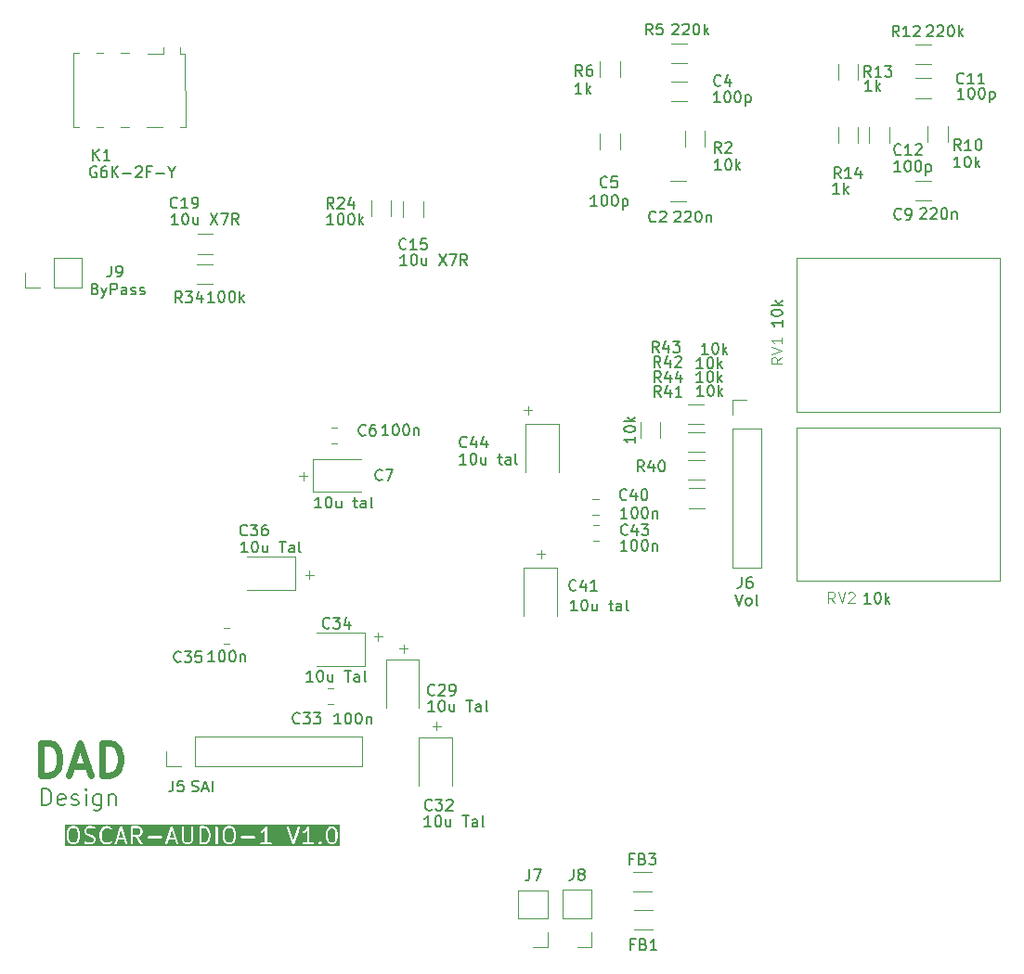
<source format=gbr>
%TF.GenerationSoftware,KiCad,Pcbnew,9.0.5*%
%TF.CreationDate,2025-11-16T19:00:17+01:00*%
%TF.ProjectId,OSCAR_Audio,4f534341-525f-4417-9564-696f2e6b6963,rev?*%
%TF.SameCoordinates,Original*%
%TF.FileFunction,Legend,Top*%
%TF.FilePolarity,Positive*%
%FSLAX46Y46*%
G04 Gerber Fmt 4.6, Leading zero omitted, Abs format (unit mm)*
G04 Created by KiCad (PCBNEW 9.0.5) date 2025-11-16 19:00:17*
%MOMM*%
%LPD*%
G01*
G04 APERTURE LIST*
%ADD10C,0.187500*%
%ADD11C,0.100000*%
%ADD12C,0.600000*%
%ADD13C,0.150000*%
%ADD14C,0.120000*%
G04 APERTURE END LIST*
D10*
X115240497Y-118106678D02*
X115240497Y-116606678D01*
X115240497Y-116606678D02*
X115597640Y-116606678D01*
X115597640Y-116606678D02*
X115811926Y-116678107D01*
X115811926Y-116678107D02*
X115954783Y-116820964D01*
X115954783Y-116820964D02*
X116026212Y-116963821D01*
X116026212Y-116963821D02*
X116097640Y-117249535D01*
X116097640Y-117249535D02*
X116097640Y-117463821D01*
X116097640Y-117463821D02*
X116026212Y-117749535D01*
X116026212Y-117749535D02*
X115954783Y-117892392D01*
X115954783Y-117892392D02*
X115811926Y-118035250D01*
X115811926Y-118035250D02*
X115597640Y-118106678D01*
X115597640Y-118106678D02*
X115240497Y-118106678D01*
X117311926Y-118035250D02*
X117169069Y-118106678D01*
X117169069Y-118106678D02*
X116883355Y-118106678D01*
X116883355Y-118106678D02*
X116740497Y-118035250D01*
X116740497Y-118035250D02*
X116669069Y-117892392D01*
X116669069Y-117892392D02*
X116669069Y-117320964D01*
X116669069Y-117320964D02*
X116740497Y-117178107D01*
X116740497Y-117178107D02*
X116883355Y-117106678D01*
X116883355Y-117106678D02*
X117169069Y-117106678D01*
X117169069Y-117106678D02*
X117311926Y-117178107D01*
X117311926Y-117178107D02*
X117383355Y-117320964D01*
X117383355Y-117320964D02*
X117383355Y-117463821D01*
X117383355Y-117463821D02*
X116669069Y-117606678D01*
X117954783Y-118035250D02*
X118097640Y-118106678D01*
X118097640Y-118106678D02*
X118383354Y-118106678D01*
X118383354Y-118106678D02*
X118526211Y-118035250D01*
X118526211Y-118035250D02*
X118597640Y-117892392D01*
X118597640Y-117892392D02*
X118597640Y-117820964D01*
X118597640Y-117820964D02*
X118526211Y-117678107D01*
X118526211Y-117678107D02*
X118383354Y-117606678D01*
X118383354Y-117606678D02*
X118169069Y-117606678D01*
X118169069Y-117606678D02*
X118026211Y-117535250D01*
X118026211Y-117535250D02*
X117954783Y-117392392D01*
X117954783Y-117392392D02*
X117954783Y-117320964D01*
X117954783Y-117320964D02*
X118026211Y-117178107D01*
X118026211Y-117178107D02*
X118169069Y-117106678D01*
X118169069Y-117106678D02*
X118383354Y-117106678D01*
X118383354Y-117106678D02*
X118526211Y-117178107D01*
X119240497Y-118106678D02*
X119240497Y-117106678D01*
X119240497Y-116606678D02*
X119169069Y-116678107D01*
X119169069Y-116678107D02*
X119240497Y-116749535D01*
X119240497Y-116749535D02*
X119311926Y-116678107D01*
X119311926Y-116678107D02*
X119240497Y-116606678D01*
X119240497Y-116606678D02*
X119240497Y-116749535D01*
X120597641Y-117106678D02*
X120597641Y-118320964D01*
X120597641Y-118320964D02*
X120526212Y-118463821D01*
X120526212Y-118463821D02*
X120454783Y-118535250D01*
X120454783Y-118535250D02*
X120311926Y-118606678D01*
X120311926Y-118606678D02*
X120097641Y-118606678D01*
X120097641Y-118606678D02*
X119954783Y-118535250D01*
X120597641Y-118035250D02*
X120454783Y-118106678D01*
X120454783Y-118106678D02*
X120169069Y-118106678D01*
X120169069Y-118106678D02*
X120026212Y-118035250D01*
X120026212Y-118035250D02*
X119954783Y-117963821D01*
X119954783Y-117963821D02*
X119883355Y-117820964D01*
X119883355Y-117820964D02*
X119883355Y-117392392D01*
X119883355Y-117392392D02*
X119954783Y-117249535D01*
X119954783Y-117249535D02*
X120026212Y-117178107D01*
X120026212Y-117178107D02*
X120169069Y-117106678D01*
X120169069Y-117106678D02*
X120454783Y-117106678D01*
X120454783Y-117106678D02*
X120597641Y-117178107D01*
X121311926Y-117106678D02*
X121311926Y-118106678D01*
X121311926Y-117249535D02*
X121383355Y-117178107D01*
X121383355Y-117178107D02*
X121526212Y-117106678D01*
X121526212Y-117106678D02*
X121740498Y-117106678D01*
X121740498Y-117106678D02*
X121883355Y-117178107D01*
X121883355Y-117178107D02*
X121954784Y-117320964D01*
X121954784Y-117320964D02*
X121954784Y-118106678D01*
D11*
X150823884Y-110891466D02*
X151585789Y-110891466D01*
X151204836Y-111272419D02*
X151204836Y-110510514D01*
X139223884Y-97071466D02*
X139985789Y-97071466D01*
X139604836Y-97452419D02*
X139604836Y-96690514D01*
X147813884Y-103791466D02*
X148575789Y-103791466D01*
X148194836Y-104172419D02*
X148194836Y-103410514D01*
D12*
X115129021Y-115391657D02*
X115129021Y-112391657D01*
X115129021Y-112391657D02*
X115843307Y-112391657D01*
X115843307Y-112391657D02*
X116271878Y-112534514D01*
X116271878Y-112534514D02*
X116557593Y-112820228D01*
X116557593Y-112820228D02*
X116700450Y-113105942D01*
X116700450Y-113105942D02*
X116843307Y-113677371D01*
X116843307Y-113677371D02*
X116843307Y-114105942D01*
X116843307Y-114105942D02*
X116700450Y-114677371D01*
X116700450Y-114677371D02*
X116557593Y-114963085D01*
X116557593Y-114963085D02*
X116271878Y-115248800D01*
X116271878Y-115248800D02*
X115843307Y-115391657D01*
X115843307Y-115391657D02*
X115129021Y-115391657D01*
X117986164Y-114534514D02*
X119414736Y-114534514D01*
X117700450Y-115391657D02*
X118700450Y-112391657D01*
X118700450Y-112391657D02*
X119700450Y-115391657D01*
X120700450Y-115391657D02*
X120700450Y-112391657D01*
X120700450Y-112391657D02*
X121414736Y-112391657D01*
X121414736Y-112391657D02*
X121843307Y-112534514D01*
X121843307Y-112534514D02*
X122129022Y-112820228D01*
X122129022Y-112820228D02*
X122271879Y-113105942D01*
X122271879Y-113105942D02*
X122414736Y-113677371D01*
X122414736Y-113677371D02*
X122414736Y-114105942D01*
X122414736Y-114105942D02*
X122271879Y-114677371D01*
X122271879Y-114677371D02*
X122129022Y-114963085D01*
X122129022Y-114963085D02*
X121843307Y-115248800D01*
X121843307Y-115248800D02*
X121414736Y-115391657D01*
X121414736Y-115391657D02*
X120700450Y-115391657D01*
D11*
X160343884Y-95151466D02*
X161105789Y-95151466D01*
X160724836Y-95532419D02*
X160724836Y-94770514D01*
D10*
G36*
X118319249Y-120235155D02*
G01*
X118432986Y-120348892D01*
X118495319Y-120598220D01*
X118495319Y-121075135D01*
X118432986Y-121324462D01*
X118319250Y-121438200D01*
X118209794Y-121492928D01*
X117968344Y-121492928D01*
X117858886Y-121438199D01*
X117745150Y-121324463D01*
X117682819Y-121075136D01*
X117682819Y-120598219D01*
X117745150Y-120348892D01*
X117858889Y-120235155D01*
X117968344Y-120180428D01*
X118209795Y-120180428D01*
X118319249Y-120235155D01*
G37*
G36*
X130181284Y-120240047D02*
G01*
X130297734Y-120356497D01*
X130357756Y-120476542D01*
X130423890Y-120741075D01*
X130423890Y-120932280D01*
X130357756Y-121196813D01*
X130297734Y-121316857D01*
X130181284Y-121433309D01*
X130002427Y-121492928D01*
X129754247Y-121492928D01*
X129754247Y-120180428D01*
X130002427Y-120180428D01*
X130181284Y-120240047D01*
G37*
G36*
X132533535Y-120235155D02*
G01*
X132647272Y-120348892D01*
X132709605Y-120598220D01*
X132709605Y-121075135D01*
X132647272Y-121324462D01*
X132533536Y-121438200D01*
X132424080Y-121492928D01*
X132182630Y-121492928D01*
X132073172Y-121438199D01*
X131959436Y-121324463D01*
X131897105Y-121075136D01*
X131897105Y-120598219D01*
X131959436Y-120348892D01*
X132073175Y-120235155D01*
X132182630Y-120180428D01*
X132424081Y-120180428D01*
X132533535Y-120235155D01*
G37*
G36*
X141819248Y-120235155D02*
G01*
X141869163Y-120285069D01*
X141929185Y-120405113D01*
X141995319Y-120669648D01*
X141995319Y-121003707D01*
X141929185Y-121268242D01*
X141869161Y-121388289D01*
X141819251Y-121438199D01*
X141709794Y-121492928D01*
X141611201Y-121492928D01*
X141501743Y-121438199D01*
X141451831Y-121388287D01*
X141391809Y-121268243D01*
X141325676Y-121003708D01*
X141325676Y-120669647D01*
X141391809Y-120405112D01*
X141451830Y-120285070D01*
X141501746Y-120235155D01*
X141611201Y-120180428D01*
X141709795Y-120180428D01*
X141819248Y-120235155D01*
G37*
G36*
X124104962Y-120235155D02*
G01*
X124154877Y-120285069D01*
X124209604Y-120394523D01*
X124209604Y-120564546D01*
X124154875Y-120674003D01*
X124104965Y-120723913D01*
X123995508Y-120778642D01*
X123539961Y-120778642D01*
X123539961Y-120180428D01*
X123995509Y-120180428D01*
X124104962Y-120235155D01*
G37*
G36*
X122673284Y-121064357D02*
G01*
X122219140Y-121064357D01*
X122446211Y-120383141D01*
X122673284Y-121064357D01*
G37*
G36*
X127316141Y-121064357D02*
G01*
X126861997Y-121064357D01*
X127089068Y-120383141D01*
X127316141Y-121064357D01*
G37*
G36*
X142349486Y-121847095D02*
G01*
X117328652Y-121847095D01*
X117328652Y-120586678D01*
X117495319Y-120586678D01*
X117495319Y-121086678D01*
X117495632Y-121089865D01*
X117495429Y-121091235D01*
X117496442Y-121098087D01*
X117497120Y-121104968D01*
X117497649Y-121106245D01*
X117498118Y-121109416D01*
X117569546Y-121395129D01*
X117575729Y-121412437D01*
X117579878Y-121418037D01*
X117582546Y-121424477D01*
X117594206Y-121438683D01*
X117737064Y-121581541D01*
X117744252Y-121587441D01*
X117745875Y-121589312D01*
X117748693Y-121591086D01*
X117751270Y-121593201D01*
X117753559Y-121594149D01*
X117761429Y-121599103D01*
X117904286Y-121670531D01*
X117921451Y-121677099D01*
X117924809Y-121677337D01*
X117927922Y-121678627D01*
X117946212Y-121680428D01*
X118231926Y-121680428D01*
X118250216Y-121678627D01*
X118253328Y-121677337D01*
X118256688Y-121677099D01*
X118273852Y-121670531D01*
X118416709Y-121599103D01*
X118424578Y-121594149D01*
X118426868Y-121593201D01*
X118429444Y-121591086D01*
X118432263Y-121589312D01*
X118433885Y-121587440D01*
X118441074Y-121581541D01*
X118583931Y-121438683D01*
X118595591Y-121424477D01*
X118598258Y-121418037D01*
X118602408Y-121412437D01*
X118608591Y-121395130D01*
X118680020Y-121109416D01*
X118680489Y-121106245D01*
X118681018Y-121104968D01*
X118681695Y-121098089D01*
X118682709Y-121091236D01*
X118682505Y-121089865D01*
X118682819Y-121086678D01*
X118682819Y-120586678D01*
X118682505Y-120583490D01*
X118682709Y-120582120D01*
X118681695Y-120575266D01*
X118681018Y-120568388D01*
X118680489Y-120567110D01*
X118680020Y-120563940D01*
X118632133Y-120372392D01*
X119066748Y-120372392D01*
X119066748Y-120515250D01*
X119068549Y-120533540D01*
X119069838Y-120536652D01*
X119070077Y-120540012D01*
X119076645Y-120557176D01*
X119148073Y-120700033D01*
X119153029Y-120707906D01*
X119153976Y-120710192D01*
X119156087Y-120712765D01*
X119157864Y-120715587D01*
X119159735Y-120717210D01*
X119165635Y-120724399D01*
X119237064Y-120795827D01*
X119244252Y-120801726D01*
X119245875Y-120803597D01*
X119248695Y-120805372D01*
X119251271Y-120807486D01*
X119253558Y-120808433D01*
X119261428Y-120813387D01*
X119404285Y-120884816D01*
X119405620Y-120885327D01*
X119406167Y-120885732D01*
X119413861Y-120888480D01*
X119421450Y-120891385D01*
X119422124Y-120891432D01*
X119423474Y-120891915D01*
X119699204Y-120960847D01*
X119819249Y-121020869D01*
X119869163Y-121070784D01*
X119923891Y-121180239D01*
X119923891Y-121278832D01*
X119869163Y-121388286D01*
X119819248Y-121438201D01*
X119709794Y-121492928D01*
X119389997Y-121492928D01*
X119190144Y-121426311D01*
X119172223Y-121422236D01*
X119135736Y-121424829D01*
X119103019Y-121441188D01*
X119079051Y-121468822D01*
X119067484Y-121503525D01*
X119070077Y-121540012D01*
X119086436Y-121572729D01*
X119114070Y-121596697D01*
X119130852Y-121604189D01*
X119345138Y-121675617D01*
X119354204Y-121677678D01*
X119356494Y-121678627D01*
X119359812Y-121678953D01*
X119363059Y-121679692D01*
X119365527Y-121679516D01*
X119374784Y-121680428D01*
X119731926Y-121680428D01*
X119750216Y-121678627D01*
X119753328Y-121677337D01*
X119756687Y-121677099D01*
X119773852Y-121670531D01*
X119916710Y-121599103D01*
X119924583Y-121594146D01*
X119926869Y-121593200D01*
X119929442Y-121591088D01*
X119932264Y-121589312D01*
X119933887Y-121587440D01*
X119941076Y-121581541D01*
X120012504Y-121510112D01*
X120018403Y-121502923D01*
X120020274Y-121501301D01*
X120022049Y-121498480D01*
X120024163Y-121495905D01*
X120025110Y-121493617D01*
X120030064Y-121485748D01*
X120101493Y-121342891D01*
X120108062Y-121325726D01*
X120108300Y-121322366D01*
X120109590Y-121319254D01*
X120111391Y-121300964D01*
X120111391Y-121158107D01*
X120109590Y-121139817D01*
X120108300Y-121136704D01*
X120108062Y-121133345D01*
X120101493Y-121116180D01*
X120030064Y-120973323D01*
X120025110Y-120965453D01*
X120024163Y-120963166D01*
X120022049Y-120960590D01*
X120020274Y-120957770D01*
X120018403Y-120956147D01*
X120012504Y-120948959D01*
X119941076Y-120877530D01*
X119933886Y-120871630D01*
X119932264Y-120869759D01*
X119929442Y-120867982D01*
X119926869Y-120865871D01*
X119924583Y-120864924D01*
X119916710Y-120859968D01*
X119773852Y-120788539D01*
X119772515Y-120788027D01*
X119771971Y-120787624D01*
X119764293Y-120784881D01*
X119756688Y-120781971D01*
X119756012Y-120781922D01*
X119754663Y-120781441D01*
X119547041Y-120729535D01*
X120495319Y-120729535D01*
X120495319Y-120943821D01*
X120495632Y-120947008D01*
X120495429Y-120948378D01*
X120496442Y-120955230D01*
X120497120Y-120962111D01*
X120497649Y-120963388D01*
X120498118Y-120966559D01*
X120569546Y-121252272D01*
X120570027Y-121253621D01*
X120570076Y-121254297D01*
X120572982Y-121261892D01*
X120575729Y-121269580D01*
X120576133Y-121270126D01*
X120576645Y-121271462D01*
X120648073Y-121414318D01*
X120653026Y-121422187D01*
X120653975Y-121424477D01*
X120656089Y-121427053D01*
X120657864Y-121429872D01*
X120659734Y-121431494D01*
X120665635Y-121438683D01*
X120808491Y-121581541D01*
X120822698Y-121593201D01*
X120825810Y-121594490D01*
X120828355Y-121596697D01*
X120845137Y-121604189D01*
X121059423Y-121675617D01*
X121068489Y-121677678D01*
X121070779Y-121678627D01*
X121074097Y-121678953D01*
X121077344Y-121679692D01*
X121079812Y-121679516D01*
X121089069Y-121680428D01*
X121231926Y-121680428D01*
X121241182Y-121679516D01*
X121243651Y-121679692D01*
X121246897Y-121678953D01*
X121250216Y-121678627D01*
X121252505Y-121677678D01*
X121261572Y-121675617D01*
X121475858Y-121604189D01*
X121492640Y-121596697D01*
X121495186Y-121594488D01*
X121498297Y-121593200D01*
X121512504Y-121581541D01*
X121519092Y-121574953D01*
X121853198Y-121574953D01*
X121855791Y-121611440D01*
X121872150Y-121644157D01*
X121899784Y-121668125D01*
X121934487Y-121679692D01*
X121970974Y-121677099D01*
X122003691Y-121660740D01*
X122027659Y-121633106D01*
X122035151Y-121616324D01*
X122156640Y-121251857D01*
X122735784Y-121251857D01*
X122857273Y-121616325D01*
X122864765Y-121633106D01*
X122888733Y-121660740D01*
X122921450Y-121677099D01*
X122957937Y-121679692D01*
X122992640Y-121668125D01*
X123020274Y-121644157D01*
X123036633Y-121611440D01*
X123039226Y-121574953D01*
X123035151Y-121557032D01*
X122545033Y-120086678D01*
X123352461Y-120086678D01*
X123352461Y-121586678D01*
X123354262Y-121604968D01*
X123368261Y-121638763D01*
X123394126Y-121664628D01*
X123427921Y-121678627D01*
X123464501Y-121678627D01*
X123498296Y-121664628D01*
X123524161Y-121638763D01*
X123538160Y-121604968D01*
X123539961Y-121586678D01*
X123539961Y-120966142D01*
X123754543Y-120966142D01*
X124226551Y-121640440D01*
X124238515Y-121654391D01*
X124269364Y-121674049D01*
X124305386Y-121680406D01*
X124341099Y-121672494D01*
X124371067Y-121651517D01*
X124390725Y-121620668D01*
X124397082Y-121584646D01*
X124394935Y-121574953D01*
X126496055Y-121574953D01*
X126498648Y-121611440D01*
X126515007Y-121644157D01*
X126542641Y-121668125D01*
X126577344Y-121679692D01*
X126613831Y-121677099D01*
X126646548Y-121660740D01*
X126670516Y-121633106D01*
X126678008Y-121616324D01*
X126799497Y-121251857D01*
X127378641Y-121251857D01*
X127500130Y-121616325D01*
X127507622Y-121633106D01*
X127531590Y-121660740D01*
X127564307Y-121677099D01*
X127600794Y-121679692D01*
X127635497Y-121668125D01*
X127663131Y-121644157D01*
X127679490Y-121611440D01*
X127682083Y-121574953D01*
X127678008Y-121557032D01*
X127187890Y-120086678D01*
X127995318Y-120086678D01*
X127995318Y-121300964D01*
X127997119Y-121319254D01*
X127998408Y-121322366D01*
X127998647Y-121325726D01*
X128005216Y-121342891D01*
X128076644Y-121485747D01*
X128081597Y-121493616D01*
X128082546Y-121495906D01*
X128084660Y-121498482D01*
X128086435Y-121501301D01*
X128088305Y-121502923D01*
X128094206Y-121510112D01*
X128165635Y-121581541D01*
X128172823Y-121587441D01*
X128174446Y-121589312D01*
X128177264Y-121591086D01*
X128179841Y-121593201D01*
X128182130Y-121594149D01*
X128190000Y-121599103D01*
X128332857Y-121670531D01*
X128350022Y-121677099D01*
X128353380Y-121677337D01*
X128356493Y-121678627D01*
X128374783Y-121680428D01*
X128660497Y-121680428D01*
X128678787Y-121678627D01*
X128681899Y-121677337D01*
X128685259Y-121677099D01*
X128702423Y-121670531D01*
X128845280Y-121599103D01*
X128853149Y-121594149D01*
X128855439Y-121593201D01*
X128858015Y-121591086D01*
X128860834Y-121589312D01*
X128862456Y-121587440D01*
X128869645Y-121581541D01*
X128941074Y-121510112D01*
X128946974Y-121502923D01*
X128948845Y-121501301D01*
X128950619Y-121498482D01*
X128952734Y-121495906D01*
X128953682Y-121493616D01*
X128958636Y-121485747D01*
X129030064Y-121342890D01*
X129036632Y-121325725D01*
X129036870Y-121322366D01*
X129038160Y-121319254D01*
X129039961Y-121300964D01*
X129039961Y-120086678D01*
X129566747Y-120086678D01*
X129566747Y-121586678D01*
X129568548Y-121604967D01*
X129568548Y-121604968D01*
X129582547Y-121638763D01*
X129608412Y-121664628D01*
X129642207Y-121678627D01*
X129660497Y-121680428D01*
X130017640Y-121680428D01*
X130026896Y-121679516D01*
X130029365Y-121679692D01*
X130032611Y-121678953D01*
X130035930Y-121678627D01*
X130038219Y-121677678D01*
X130047286Y-121675617D01*
X130261572Y-121604189D01*
X130278354Y-121596697D01*
X130280898Y-121594490D01*
X130284011Y-121593201D01*
X130298217Y-121581541D01*
X130441074Y-121438683D01*
X130446974Y-121431494D01*
X130448845Y-121429872D01*
X130450618Y-121427054D01*
X130452734Y-121424477D01*
X130453682Y-121422186D01*
X130458635Y-121414319D01*
X130530064Y-121271462D01*
X130530575Y-121270126D01*
X130530980Y-121269580D01*
X130533728Y-121261885D01*
X130536633Y-121254297D01*
X130536680Y-121253622D01*
X130537163Y-121252273D01*
X130608591Y-120966559D01*
X130609059Y-120963388D01*
X130609589Y-120962111D01*
X130610266Y-120955230D01*
X130611280Y-120948378D01*
X130611076Y-120947008D01*
X130611390Y-120943821D01*
X130611390Y-120729535D01*
X130611076Y-120726347D01*
X130611280Y-120724978D01*
X130610266Y-120718125D01*
X130609589Y-120711245D01*
X130609059Y-120709967D01*
X130608591Y-120706797D01*
X130537163Y-120421083D01*
X130536680Y-120419733D01*
X130536633Y-120419059D01*
X130533728Y-120411470D01*
X130530980Y-120403776D01*
X130530575Y-120403229D01*
X130530064Y-120401894D01*
X130458635Y-120259037D01*
X130453682Y-120251169D01*
X130452734Y-120248879D01*
X130450618Y-120246301D01*
X130448845Y-120243484D01*
X130446974Y-120241861D01*
X130441074Y-120234673D01*
X130298217Y-120091816D01*
X130291957Y-120086678D01*
X131066747Y-120086678D01*
X131066747Y-121586678D01*
X131068548Y-121604968D01*
X131082547Y-121638763D01*
X131108412Y-121664628D01*
X131142207Y-121678627D01*
X131178787Y-121678627D01*
X131212582Y-121664628D01*
X131238447Y-121638763D01*
X131252446Y-121604968D01*
X131254247Y-121586678D01*
X131254247Y-120586678D01*
X131709605Y-120586678D01*
X131709605Y-121086678D01*
X131709918Y-121089865D01*
X131709715Y-121091235D01*
X131710728Y-121098087D01*
X131711406Y-121104968D01*
X131711935Y-121106245D01*
X131712404Y-121109416D01*
X131783832Y-121395129D01*
X131790015Y-121412437D01*
X131794164Y-121418037D01*
X131796832Y-121424477D01*
X131808492Y-121438683D01*
X131951350Y-121581541D01*
X131958538Y-121587441D01*
X131960161Y-121589312D01*
X131962979Y-121591086D01*
X131965556Y-121593201D01*
X131967845Y-121594149D01*
X131975715Y-121599103D01*
X132118572Y-121670531D01*
X132135737Y-121677099D01*
X132139095Y-121677337D01*
X132142208Y-121678627D01*
X132160498Y-121680428D01*
X132446212Y-121680428D01*
X132464502Y-121678627D01*
X132467614Y-121677337D01*
X132470974Y-121677099D01*
X132488138Y-121670531D01*
X132630995Y-121599103D01*
X132638864Y-121594149D01*
X132641154Y-121593201D01*
X132643730Y-121591086D01*
X132646549Y-121589312D01*
X132648171Y-121587440D01*
X132655360Y-121581541D01*
X132798217Y-121438683D01*
X132809877Y-121424477D01*
X132812544Y-121418037D01*
X132816694Y-121412437D01*
X132822877Y-121395130D01*
X132894306Y-121109416D01*
X132894775Y-121106245D01*
X132895304Y-121104968D01*
X132895981Y-121098089D01*
X132896995Y-121091236D01*
X132896791Y-121089865D01*
X132897105Y-121086678D01*
X132897105Y-120996960D01*
X133354263Y-120996960D01*
X133354263Y-121033540D01*
X133368262Y-121067335D01*
X133394127Y-121093200D01*
X133427922Y-121107199D01*
X133446212Y-121109000D01*
X134589070Y-121109000D01*
X134607360Y-121107199D01*
X134641155Y-121093200D01*
X134667020Y-121067335D01*
X134681019Y-121033540D01*
X134681019Y-120996960D01*
X134667020Y-120963165D01*
X134641155Y-120937300D01*
X134607360Y-120923301D01*
X134589070Y-120921500D01*
X133446212Y-120921500D01*
X133427922Y-120923301D01*
X133394127Y-120937300D01*
X133368262Y-120963165D01*
X133354263Y-120996960D01*
X132897105Y-120996960D01*
X132897105Y-120586678D01*
X132896791Y-120583490D01*
X132896995Y-120582120D01*
X132895981Y-120575266D01*
X132895304Y-120568388D01*
X132894775Y-120567110D01*
X132894306Y-120563940D01*
X132879202Y-120503524D01*
X135138913Y-120503524D01*
X135141506Y-120540012D01*
X135157865Y-120572730D01*
X135185500Y-120596697D01*
X135220201Y-120608264D01*
X135256689Y-120605671D01*
X135273854Y-120599102D01*
X135416710Y-120527674D01*
X135424579Y-120522720D01*
X135426869Y-120521772D01*
X135429445Y-120519657D01*
X135432264Y-120517883D01*
X135433886Y-120516012D01*
X135441075Y-120510112D01*
X135566748Y-120384439D01*
X135566748Y-121492928D01*
X135231927Y-121492928D01*
X135213637Y-121494729D01*
X135179842Y-121508728D01*
X135153977Y-121534593D01*
X135139978Y-121568388D01*
X135139978Y-121604968D01*
X135153977Y-121638763D01*
X135179842Y-121664628D01*
X135213637Y-121678627D01*
X135231927Y-121680428D01*
X136089070Y-121680428D01*
X136107360Y-121678627D01*
X136141155Y-121664628D01*
X136167020Y-121638763D01*
X136181019Y-121604968D01*
X136181019Y-121568388D01*
X136167020Y-121534593D01*
X136141155Y-121508728D01*
X136107360Y-121494729D01*
X136089070Y-121492928D01*
X135754248Y-121492928D01*
X135754248Y-120098403D01*
X137567484Y-120098403D01*
X137571559Y-120116324D01*
X138071559Y-121616325D01*
X138079051Y-121633106D01*
X138083441Y-121638167D01*
X138086436Y-121644157D01*
X138095316Y-121651859D01*
X138103019Y-121660740D01*
X138109008Y-121663734D01*
X138114070Y-121668125D01*
X138125223Y-121671842D01*
X138135736Y-121677099D01*
X138142418Y-121677573D01*
X138148773Y-121679692D01*
X138160498Y-121678858D01*
X138172223Y-121679692D01*
X138178577Y-121677573D01*
X138185260Y-121677099D01*
X138195772Y-121671842D01*
X138206926Y-121668125D01*
X138211987Y-121663734D01*
X138217977Y-121660740D01*
X138225679Y-121651859D01*
X138234560Y-121644157D01*
X138237554Y-121638167D01*
X138241945Y-121633106D01*
X138249437Y-121616324D01*
X138620370Y-120503524D01*
X138996055Y-120503524D01*
X138998648Y-120540012D01*
X139015007Y-120572730D01*
X139042642Y-120596697D01*
X139077343Y-120608264D01*
X139113831Y-120605671D01*
X139130996Y-120599102D01*
X139273852Y-120527674D01*
X139281721Y-120522720D01*
X139284011Y-120521772D01*
X139286587Y-120519657D01*
X139289406Y-120517883D01*
X139291028Y-120516012D01*
X139298217Y-120510112D01*
X139423890Y-120384439D01*
X139423890Y-121492928D01*
X139089069Y-121492928D01*
X139070779Y-121494729D01*
X139036984Y-121508728D01*
X139011119Y-121534593D01*
X138997120Y-121568388D01*
X138997120Y-121604968D01*
X139011119Y-121638763D01*
X139036984Y-121664628D01*
X139070779Y-121678627D01*
X139089069Y-121680428D01*
X139946212Y-121680428D01*
X139964502Y-121678627D01*
X139998297Y-121664628D01*
X140024162Y-121638763D01*
X140038161Y-121604968D01*
X140038161Y-121568388D01*
X140024162Y-121534593D01*
X139998297Y-121508728D01*
X139969890Y-121496961D01*
X140425691Y-121496961D01*
X140425691Y-121533540D01*
X140427056Y-121536835D01*
X140439689Y-121567335D01*
X140451349Y-121581541D01*
X140522776Y-121652969D01*
X140536983Y-121664628D01*
X140570778Y-121678627D01*
X140607358Y-121678627D01*
X140626903Y-121670531D01*
X140641152Y-121664629D01*
X140655359Y-121652970D01*
X140726788Y-121581542D01*
X140738442Y-121567340D01*
X140738448Y-121567335D01*
X140752446Y-121533539D01*
X140752446Y-121496961D01*
X140738448Y-121463165D01*
X140726788Y-121448959D01*
X140655359Y-121377530D01*
X140641153Y-121365870D01*
X140617255Y-121355972D01*
X140607358Y-121351872D01*
X140570778Y-121351872D01*
X140560880Y-121355972D01*
X140536983Y-121365870D01*
X140536977Y-121365875D01*
X140522776Y-121377530D01*
X140451348Y-121448959D01*
X140439693Y-121463160D01*
X140439689Y-121463165D01*
X140426128Y-121495905D01*
X140425691Y-121496961D01*
X139969890Y-121496961D01*
X139964502Y-121494729D01*
X139946212Y-121492928D01*
X139611390Y-121492928D01*
X139611390Y-120658107D01*
X141138176Y-120658107D01*
X141138176Y-121015250D01*
X141138489Y-121018437D01*
X141138286Y-121019807D01*
X141139299Y-121026659D01*
X141139977Y-121033540D01*
X141140506Y-121034817D01*
X141140975Y-121037988D01*
X141212403Y-121323701D01*
X141212884Y-121325050D01*
X141212933Y-121325726D01*
X141215839Y-121333321D01*
X141218586Y-121341009D01*
X141218990Y-121341555D01*
X141219502Y-121342891D01*
X141290930Y-121485747D01*
X141295883Y-121493616D01*
X141296832Y-121495906D01*
X141298946Y-121498482D01*
X141300721Y-121501301D01*
X141302591Y-121502923D01*
X141308492Y-121510112D01*
X141379921Y-121581541D01*
X141387109Y-121587441D01*
X141388732Y-121589312D01*
X141391550Y-121591086D01*
X141394127Y-121593201D01*
X141396416Y-121594149D01*
X141404286Y-121599103D01*
X141547143Y-121670531D01*
X141564308Y-121677099D01*
X141567666Y-121677337D01*
X141570779Y-121678627D01*
X141589069Y-121680428D01*
X141731926Y-121680428D01*
X141750216Y-121678627D01*
X141753328Y-121677337D01*
X141756688Y-121677099D01*
X141773852Y-121670531D01*
X141916709Y-121599103D01*
X141924578Y-121594149D01*
X141926868Y-121593201D01*
X141929444Y-121591086D01*
X141932263Y-121589312D01*
X141933885Y-121587440D01*
X141941074Y-121581541D01*
X142012503Y-121510112D01*
X142018403Y-121502923D01*
X142020274Y-121501301D01*
X142022048Y-121498482D01*
X142024163Y-121495906D01*
X142025111Y-121493616D01*
X142030065Y-121485747D01*
X142101493Y-121342890D01*
X142102004Y-121341553D01*
X142102408Y-121341009D01*
X142105155Y-121333317D01*
X142108061Y-121325725D01*
X142108108Y-121325051D01*
X142108591Y-121323702D01*
X142180020Y-121037988D01*
X142180489Y-121034817D01*
X142181018Y-121033540D01*
X142181695Y-121026661D01*
X142182709Y-121019808D01*
X142182505Y-121018437D01*
X142182819Y-121015250D01*
X142182819Y-120658107D01*
X142182505Y-120654919D01*
X142182709Y-120653550D01*
X142181695Y-120646697D01*
X142181018Y-120639817D01*
X142180488Y-120638539D01*
X142180020Y-120635369D01*
X142108591Y-120349654D01*
X142108108Y-120348304D01*
X142108061Y-120347631D01*
X142105155Y-120340038D01*
X142102408Y-120332347D01*
X142102004Y-120331802D01*
X142101493Y-120330466D01*
X142030065Y-120187609D01*
X142025108Y-120179735D01*
X142024162Y-120177450D01*
X142022050Y-120174876D01*
X142020274Y-120172055D01*
X142018402Y-120170432D01*
X142012503Y-120163243D01*
X141941074Y-120091815D01*
X141933885Y-120085915D01*
X141932263Y-120084045D01*
X141929442Y-120082269D01*
X141926867Y-120080156D01*
X141924580Y-120079208D01*
X141916709Y-120074254D01*
X141773853Y-120002826D01*
X141756688Y-119996257D01*
X141753328Y-119996018D01*
X141750216Y-119994729D01*
X141731926Y-119992928D01*
X141589069Y-119992928D01*
X141570779Y-119994729D01*
X141567666Y-119996018D01*
X141564307Y-119996257D01*
X141547142Y-120002826D01*
X141404285Y-120074255D01*
X141396415Y-120079208D01*
X141394128Y-120080156D01*
X141391552Y-120082269D01*
X141388732Y-120084045D01*
X141387109Y-120085915D01*
X141379921Y-120091815D01*
X141308492Y-120163243D01*
X141302592Y-120170432D01*
X141300721Y-120172055D01*
X141298944Y-120174876D01*
X141296833Y-120177450D01*
X141295886Y-120179735D01*
X141290930Y-120187609D01*
X141219502Y-120330465D01*
X141218990Y-120331800D01*
X141218586Y-120332347D01*
X141215839Y-120340034D01*
X141212933Y-120347630D01*
X141212884Y-120348305D01*
X141212403Y-120349655D01*
X141140975Y-120635370D01*
X141140506Y-120638539D01*
X141139977Y-120639817D01*
X141139299Y-120646698D01*
X141138286Y-120653550D01*
X141138489Y-120654919D01*
X141138176Y-120658107D01*
X139611390Y-120658107D01*
X139611390Y-120086678D01*
X139611383Y-120086611D01*
X139611390Y-120086579D01*
X139611370Y-120086482D01*
X139609589Y-120068388D01*
X139606036Y-120059810D01*
X139604216Y-120050711D01*
X139599104Y-120043078D01*
X139595590Y-120034593D01*
X139589029Y-120028032D01*
X139583863Y-120020317D01*
X139576216Y-120015219D01*
X139569725Y-120008728D01*
X139561152Y-120005177D01*
X139553426Y-120000026D01*
X139544414Y-119998243D01*
X139535930Y-119994729D01*
X139526647Y-119994729D01*
X139517542Y-119992928D01*
X139508536Y-119994729D01*
X139499350Y-119994729D01*
X139490776Y-119998280D01*
X139481673Y-120000101D01*
X139474037Y-120005214D01*
X139465555Y-120008728D01*
X139458995Y-120015287D01*
X139451279Y-120020455D01*
X139439757Y-120034525D01*
X139439690Y-120034593D01*
X139439677Y-120034623D01*
X139439635Y-120034675D01*
X139301925Y-120241239D01*
X139176392Y-120366772D01*
X139047142Y-120431398D01*
X139031589Y-120441188D01*
X139007622Y-120468823D01*
X138996055Y-120503524D01*
X138620370Y-120503524D01*
X138749437Y-120116324D01*
X138753512Y-120098403D01*
X138750919Y-120061916D01*
X138734560Y-120029199D01*
X138706926Y-120005231D01*
X138672223Y-119993664D01*
X138635736Y-119996257D01*
X138603019Y-120012616D01*
X138579051Y-120040250D01*
X138571559Y-120057031D01*
X138160497Y-121290214D01*
X137749437Y-120057032D01*
X137741945Y-120040250D01*
X137717977Y-120012616D01*
X137685260Y-119996257D01*
X137648773Y-119993664D01*
X137614070Y-120005231D01*
X137586436Y-120029199D01*
X137570077Y-120061916D01*
X137567484Y-120098403D01*
X135754248Y-120098403D01*
X135754248Y-120086678D01*
X135754241Y-120086611D01*
X135754248Y-120086579D01*
X135754228Y-120086482D01*
X135752447Y-120068388D01*
X135748894Y-120059810D01*
X135747074Y-120050711D01*
X135741962Y-120043078D01*
X135738448Y-120034593D01*
X135731887Y-120028032D01*
X135726721Y-120020317D01*
X135719074Y-120015219D01*
X135712583Y-120008728D01*
X135704010Y-120005177D01*
X135696284Y-120000026D01*
X135687272Y-119998243D01*
X135678788Y-119994729D01*
X135669505Y-119994729D01*
X135660400Y-119992928D01*
X135651394Y-119994729D01*
X135642208Y-119994729D01*
X135633634Y-119998280D01*
X135624531Y-120000101D01*
X135616895Y-120005214D01*
X135608413Y-120008728D01*
X135601853Y-120015287D01*
X135594137Y-120020455D01*
X135582615Y-120034525D01*
X135582548Y-120034593D01*
X135582535Y-120034623D01*
X135582493Y-120034675D01*
X135444783Y-120241239D01*
X135319250Y-120366772D01*
X135190000Y-120431398D01*
X135174447Y-120441188D01*
X135150480Y-120468823D01*
X135138913Y-120503524D01*
X132879202Y-120503524D01*
X132822877Y-120278226D01*
X132816694Y-120260919D01*
X132812543Y-120255318D01*
X132809877Y-120248879D01*
X132798217Y-120234673D01*
X132655360Y-120091816D01*
X132648171Y-120085915D01*
X132646549Y-120084045D01*
X132643730Y-120082270D01*
X132641154Y-120080156D01*
X132638864Y-120079207D01*
X132630995Y-120074254D01*
X132488139Y-120002826D01*
X132470974Y-119996257D01*
X132467614Y-119996018D01*
X132464502Y-119994729D01*
X132446212Y-119992928D01*
X132160498Y-119992928D01*
X132142208Y-119994729D01*
X132139095Y-119996018D01*
X132135736Y-119996257D01*
X132118571Y-120002826D01*
X131975714Y-120074255D01*
X131967846Y-120079207D01*
X131965556Y-120080156D01*
X131962978Y-120082271D01*
X131960161Y-120084045D01*
X131958538Y-120085915D01*
X131951350Y-120091816D01*
X131808492Y-120234673D01*
X131796832Y-120248879D01*
X131794164Y-120255319D01*
X131790015Y-120260919D01*
X131783832Y-120278227D01*
X131712404Y-120563940D01*
X131711935Y-120567110D01*
X131711406Y-120568388D01*
X131710728Y-120575268D01*
X131709715Y-120582121D01*
X131709918Y-120583490D01*
X131709605Y-120586678D01*
X131254247Y-120586678D01*
X131254247Y-120086678D01*
X131252446Y-120068388D01*
X131238447Y-120034593D01*
X131212582Y-120008728D01*
X131178787Y-119994729D01*
X131142207Y-119994729D01*
X131108412Y-120008728D01*
X131082547Y-120034593D01*
X131068548Y-120068388D01*
X131066747Y-120086678D01*
X130291957Y-120086678D01*
X130284011Y-120080156D01*
X130280898Y-120078866D01*
X130278354Y-120076660D01*
X130261572Y-120069168D01*
X130047286Y-119997739D01*
X130038218Y-119995677D01*
X130035930Y-119994729D01*
X130032613Y-119994402D01*
X130029366Y-119993664D01*
X130026896Y-119993839D01*
X130017640Y-119992928D01*
X129660497Y-119992928D01*
X129642207Y-119994729D01*
X129608412Y-120008728D01*
X129582547Y-120034593D01*
X129568548Y-120068388D01*
X129566747Y-120086678D01*
X129039961Y-120086678D01*
X129038160Y-120068388D01*
X129024161Y-120034593D01*
X128998296Y-120008728D01*
X128964501Y-119994729D01*
X128927921Y-119994729D01*
X128894126Y-120008728D01*
X128868261Y-120034593D01*
X128854262Y-120068388D01*
X128852461Y-120086678D01*
X128852461Y-121278832D01*
X128797732Y-121388289D01*
X128747822Y-121438199D01*
X128638365Y-121492928D01*
X128396915Y-121492928D01*
X128287457Y-121438199D01*
X128237545Y-121388287D01*
X128182818Y-121278832D01*
X128182818Y-120086678D01*
X128181017Y-120068388D01*
X128167018Y-120034593D01*
X128141153Y-120008728D01*
X128107358Y-119994729D01*
X128070778Y-119994729D01*
X128036983Y-120008728D01*
X128011118Y-120034593D01*
X127997119Y-120068388D01*
X127995318Y-120086678D01*
X127187890Y-120086678D01*
X127178008Y-120057032D01*
X127170516Y-120040250D01*
X127166125Y-120035188D01*
X127163131Y-120029199D01*
X127154250Y-120021496D01*
X127146548Y-120012616D01*
X127140558Y-120009621D01*
X127135497Y-120005231D01*
X127124343Y-120001513D01*
X127113831Y-119996257D01*
X127107148Y-119995782D01*
X127100794Y-119993664D01*
X127089069Y-119994497D01*
X127077344Y-119993664D01*
X127070989Y-119995782D01*
X127064307Y-119996257D01*
X127053794Y-120001513D01*
X127042641Y-120005231D01*
X127037579Y-120009621D01*
X127031590Y-120012616D01*
X127023887Y-120021496D01*
X127015007Y-120029199D01*
X127012012Y-120035188D01*
X127007622Y-120040250D01*
X127000130Y-120057031D01*
X126500130Y-121557032D01*
X126496055Y-121574953D01*
X124394935Y-121574953D01*
X124389170Y-121548932D01*
X124380157Y-121532916D01*
X124004988Y-120996960D01*
X124854262Y-120996960D01*
X124854262Y-121033540D01*
X124868261Y-121067335D01*
X124894126Y-121093200D01*
X124927921Y-121107199D01*
X124946211Y-121109000D01*
X126089069Y-121109000D01*
X126107359Y-121107199D01*
X126141154Y-121093200D01*
X126167019Y-121067335D01*
X126181018Y-121033540D01*
X126181018Y-120996960D01*
X126167019Y-120963165D01*
X126141154Y-120937300D01*
X126107359Y-120923301D01*
X126089069Y-120921500D01*
X124946211Y-120921500D01*
X124927921Y-120923301D01*
X124894126Y-120937300D01*
X124868261Y-120963165D01*
X124854262Y-120996960D01*
X124004988Y-120996960D01*
X123983415Y-120966142D01*
X124017640Y-120966142D01*
X124035930Y-120964341D01*
X124039042Y-120963051D01*
X124042402Y-120962813D01*
X124059566Y-120956245D01*
X124202423Y-120884817D01*
X124210292Y-120879863D01*
X124212582Y-120878915D01*
X124215158Y-120876800D01*
X124217977Y-120875026D01*
X124219599Y-120873154D01*
X124226788Y-120867255D01*
X124298217Y-120795826D01*
X124304117Y-120788637D01*
X124305988Y-120787015D01*
X124307762Y-120784196D01*
X124309877Y-120781620D01*
X124310825Y-120779330D01*
X124315779Y-120771461D01*
X124387207Y-120628604D01*
X124393775Y-120611439D01*
X124394013Y-120608080D01*
X124395303Y-120604968D01*
X124397104Y-120586678D01*
X124397104Y-120372392D01*
X124395303Y-120354102D01*
X124394013Y-120350989D01*
X124393775Y-120347631D01*
X124387207Y-120330466D01*
X124315779Y-120187609D01*
X124310822Y-120179735D01*
X124309876Y-120177450D01*
X124307764Y-120174876D01*
X124305988Y-120172055D01*
X124304116Y-120170432D01*
X124298217Y-120163243D01*
X124226788Y-120091815D01*
X124219599Y-120085915D01*
X124217977Y-120084045D01*
X124215156Y-120082269D01*
X124212581Y-120080156D01*
X124210294Y-120079208D01*
X124202423Y-120074254D01*
X124059567Y-120002826D01*
X124042402Y-119996257D01*
X124039042Y-119996018D01*
X124035930Y-119994729D01*
X124017640Y-119992928D01*
X123446211Y-119992928D01*
X123427921Y-119994729D01*
X123394126Y-120008728D01*
X123368261Y-120034593D01*
X123354262Y-120068388D01*
X123352461Y-120086678D01*
X122545033Y-120086678D01*
X122535151Y-120057032D01*
X122527659Y-120040250D01*
X122523268Y-120035188D01*
X122520274Y-120029199D01*
X122511393Y-120021496D01*
X122503691Y-120012616D01*
X122497701Y-120009621D01*
X122492640Y-120005231D01*
X122481486Y-120001513D01*
X122470974Y-119996257D01*
X122464291Y-119995782D01*
X122457937Y-119993664D01*
X122446212Y-119994497D01*
X122434487Y-119993664D01*
X122428132Y-119995782D01*
X122421450Y-119996257D01*
X122410937Y-120001513D01*
X122399784Y-120005231D01*
X122394722Y-120009621D01*
X122388733Y-120012616D01*
X122381030Y-120021496D01*
X122372150Y-120029199D01*
X122369155Y-120035188D01*
X122364765Y-120040250D01*
X122357273Y-120057031D01*
X121857273Y-121557032D01*
X121853198Y-121574953D01*
X121519092Y-121574953D01*
X121583932Y-121510112D01*
X121595591Y-121495905D01*
X121609589Y-121462110D01*
X121609588Y-121425531D01*
X121595590Y-121391736D01*
X121569724Y-121365870D01*
X121535929Y-121351872D01*
X121499350Y-121351873D01*
X121465555Y-121365871D01*
X121451348Y-121377530D01*
X121395568Y-121433310D01*
X121216713Y-121492928D01*
X121104282Y-121492928D01*
X120925424Y-121433309D01*
X120808974Y-121316859D01*
X120748952Y-121196814D01*
X120682819Y-120932279D01*
X120682819Y-120741076D01*
X120748952Y-120476541D01*
X120808974Y-120356497D01*
X120925424Y-120240047D01*
X121104282Y-120180428D01*
X121216713Y-120180428D01*
X121395570Y-120240047D01*
X121451348Y-120295826D01*
X121465555Y-120307485D01*
X121499350Y-120321483D01*
X121535929Y-120321483D01*
X121569724Y-120307485D01*
X121595590Y-120281619D01*
X121609588Y-120247824D01*
X121609588Y-120211245D01*
X121595590Y-120177450D01*
X121583931Y-120163243D01*
X121512503Y-120091816D01*
X121498297Y-120080156D01*
X121495184Y-120078866D01*
X121492640Y-120076660D01*
X121475858Y-120069168D01*
X121261572Y-119997739D01*
X121252504Y-119995677D01*
X121250216Y-119994729D01*
X121246899Y-119994402D01*
X121243652Y-119993664D01*
X121241182Y-119993839D01*
X121231926Y-119992928D01*
X121089069Y-119992928D01*
X121079812Y-119993839D01*
X121077343Y-119993664D01*
X121074095Y-119994402D01*
X121070779Y-119994729D01*
X121068490Y-119995676D01*
X121059422Y-119997739D01*
X120845137Y-120069168D01*
X120828355Y-120076660D01*
X120825810Y-120078866D01*
X120822698Y-120080156D01*
X120808492Y-120091816D01*
X120665635Y-120234673D01*
X120659734Y-120241861D01*
X120657864Y-120243484D01*
X120656089Y-120246302D01*
X120653975Y-120248879D01*
X120653026Y-120251168D01*
X120648073Y-120259038D01*
X120576645Y-120401894D01*
X120576133Y-120403229D01*
X120575729Y-120403776D01*
X120572982Y-120411463D01*
X120570076Y-120419059D01*
X120570027Y-120419734D01*
X120569546Y-120421084D01*
X120498118Y-120706797D01*
X120497649Y-120709967D01*
X120497120Y-120711245D01*
X120496442Y-120718125D01*
X120495429Y-120724978D01*
X120495632Y-120726347D01*
X120495319Y-120729535D01*
X119547041Y-120729535D01*
X119478933Y-120712508D01*
X119358889Y-120652486D01*
X119308974Y-120602572D01*
X119254248Y-120493118D01*
X119254248Y-120394523D01*
X119308974Y-120285069D01*
X119358889Y-120235155D01*
X119468344Y-120180428D01*
X119788142Y-120180428D01*
X119987994Y-120247046D01*
X120005915Y-120251121D01*
X120042403Y-120248528D01*
X120075120Y-120232169D01*
X120099087Y-120204535D01*
X120110655Y-120169832D01*
X120108061Y-120133345D01*
X120091703Y-120100628D01*
X120064069Y-120076660D01*
X120047287Y-120069168D01*
X119833001Y-119997739D01*
X119823933Y-119995677D01*
X119821645Y-119994729D01*
X119818328Y-119994402D01*
X119815081Y-119993664D01*
X119812611Y-119993839D01*
X119803355Y-119992928D01*
X119446212Y-119992928D01*
X119427922Y-119994729D01*
X119424809Y-119996018D01*
X119421450Y-119996257D01*
X119404285Y-120002826D01*
X119261428Y-120074255D01*
X119253558Y-120079208D01*
X119251271Y-120080156D01*
X119248695Y-120082269D01*
X119245875Y-120084045D01*
X119244252Y-120085915D01*
X119237064Y-120091815D01*
X119165635Y-120163243D01*
X119159735Y-120170431D01*
X119157864Y-120172055D01*
X119156087Y-120174876D01*
X119153976Y-120177450D01*
X119153029Y-120179735D01*
X119148073Y-120187609D01*
X119076645Y-120330466D01*
X119070077Y-120347630D01*
X119069838Y-120350989D01*
X119068549Y-120354102D01*
X119066748Y-120372392D01*
X118632133Y-120372392D01*
X118608591Y-120278226D01*
X118602408Y-120260919D01*
X118598257Y-120255318D01*
X118595591Y-120248879D01*
X118583931Y-120234673D01*
X118441074Y-120091816D01*
X118433885Y-120085915D01*
X118432263Y-120084045D01*
X118429444Y-120082270D01*
X118426868Y-120080156D01*
X118424578Y-120079207D01*
X118416709Y-120074254D01*
X118273853Y-120002826D01*
X118256688Y-119996257D01*
X118253328Y-119996018D01*
X118250216Y-119994729D01*
X118231926Y-119992928D01*
X117946212Y-119992928D01*
X117927922Y-119994729D01*
X117924809Y-119996018D01*
X117921450Y-119996257D01*
X117904285Y-120002826D01*
X117761428Y-120074255D01*
X117753560Y-120079207D01*
X117751270Y-120080156D01*
X117748692Y-120082271D01*
X117745875Y-120084045D01*
X117744252Y-120085915D01*
X117737064Y-120091816D01*
X117594206Y-120234673D01*
X117582546Y-120248879D01*
X117579878Y-120255319D01*
X117575729Y-120260919D01*
X117569546Y-120278227D01*
X117498118Y-120563940D01*
X117497649Y-120567110D01*
X117497120Y-120568388D01*
X117496442Y-120575268D01*
X117495429Y-120582121D01*
X117495632Y-120583490D01*
X117495319Y-120586678D01*
X117328652Y-120586678D01*
X117328652Y-119826261D01*
X142349486Y-119826261D01*
X142349486Y-121847095D01*
G37*
D11*
X159163884Y-82021466D02*
X159925789Y-82021466D01*
X159544836Y-82402419D02*
X159544836Y-81640514D01*
X138683884Y-88041466D02*
X139445789Y-88041466D01*
X139064836Y-88422419D02*
X139064836Y-87660514D01*
X145513884Y-102701466D02*
X146275789Y-102701466D01*
X145894836Y-103082419D02*
X145894836Y-102320514D01*
D13*
X150787142Y-118459580D02*
X150739523Y-118507200D01*
X150739523Y-118507200D02*
X150596666Y-118554819D01*
X150596666Y-118554819D02*
X150501428Y-118554819D01*
X150501428Y-118554819D02*
X150358571Y-118507200D01*
X150358571Y-118507200D02*
X150263333Y-118411961D01*
X150263333Y-118411961D02*
X150215714Y-118316723D01*
X150215714Y-118316723D02*
X150168095Y-118126247D01*
X150168095Y-118126247D02*
X150168095Y-117983390D01*
X150168095Y-117983390D02*
X150215714Y-117792914D01*
X150215714Y-117792914D02*
X150263333Y-117697676D01*
X150263333Y-117697676D02*
X150358571Y-117602438D01*
X150358571Y-117602438D02*
X150501428Y-117554819D01*
X150501428Y-117554819D02*
X150596666Y-117554819D01*
X150596666Y-117554819D02*
X150739523Y-117602438D01*
X150739523Y-117602438D02*
X150787142Y-117650057D01*
X151120476Y-117554819D02*
X151739523Y-117554819D01*
X151739523Y-117554819D02*
X151406190Y-117935771D01*
X151406190Y-117935771D02*
X151549047Y-117935771D01*
X151549047Y-117935771D02*
X151644285Y-117983390D01*
X151644285Y-117983390D02*
X151691904Y-118031009D01*
X151691904Y-118031009D02*
X151739523Y-118126247D01*
X151739523Y-118126247D02*
X151739523Y-118364342D01*
X151739523Y-118364342D02*
X151691904Y-118459580D01*
X151691904Y-118459580D02*
X151644285Y-118507200D01*
X151644285Y-118507200D02*
X151549047Y-118554819D01*
X151549047Y-118554819D02*
X151263333Y-118554819D01*
X151263333Y-118554819D02*
X151168095Y-118507200D01*
X151168095Y-118507200D02*
X151120476Y-118459580D01*
X152120476Y-117650057D02*
X152168095Y-117602438D01*
X152168095Y-117602438D02*
X152263333Y-117554819D01*
X152263333Y-117554819D02*
X152501428Y-117554819D01*
X152501428Y-117554819D02*
X152596666Y-117602438D01*
X152596666Y-117602438D02*
X152644285Y-117650057D01*
X152644285Y-117650057D02*
X152691904Y-117745295D01*
X152691904Y-117745295D02*
X152691904Y-117840533D01*
X152691904Y-117840533D02*
X152644285Y-117983390D01*
X152644285Y-117983390D02*
X152072857Y-118554819D01*
X152072857Y-118554819D02*
X152691904Y-118554819D01*
X150690951Y-120044819D02*
X150119523Y-120044819D01*
X150405237Y-120044819D02*
X150405237Y-119044819D01*
X150405237Y-119044819D02*
X150309999Y-119187676D01*
X150309999Y-119187676D02*
X150214761Y-119282914D01*
X150214761Y-119282914D02*
X150119523Y-119330533D01*
X151309999Y-119044819D02*
X151405237Y-119044819D01*
X151405237Y-119044819D02*
X151500475Y-119092438D01*
X151500475Y-119092438D02*
X151548094Y-119140057D01*
X151548094Y-119140057D02*
X151595713Y-119235295D01*
X151595713Y-119235295D02*
X151643332Y-119425771D01*
X151643332Y-119425771D02*
X151643332Y-119663866D01*
X151643332Y-119663866D02*
X151595713Y-119854342D01*
X151595713Y-119854342D02*
X151548094Y-119949580D01*
X151548094Y-119949580D02*
X151500475Y-119997200D01*
X151500475Y-119997200D02*
X151405237Y-120044819D01*
X151405237Y-120044819D02*
X151309999Y-120044819D01*
X151309999Y-120044819D02*
X151214761Y-119997200D01*
X151214761Y-119997200D02*
X151167142Y-119949580D01*
X151167142Y-119949580D02*
X151119523Y-119854342D01*
X151119523Y-119854342D02*
X151071904Y-119663866D01*
X151071904Y-119663866D02*
X151071904Y-119425771D01*
X151071904Y-119425771D02*
X151119523Y-119235295D01*
X151119523Y-119235295D02*
X151167142Y-119140057D01*
X151167142Y-119140057D02*
X151214761Y-119092438D01*
X151214761Y-119092438D02*
X151309999Y-119044819D01*
X152500475Y-119378152D02*
X152500475Y-120044819D01*
X152071904Y-119378152D02*
X152071904Y-119901961D01*
X152071904Y-119901961D02*
X152119523Y-119997200D01*
X152119523Y-119997200D02*
X152214761Y-120044819D01*
X152214761Y-120044819D02*
X152357618Y-120044819D01*
X152357618Y-120044819D02*
X152452856Y-119997200D01*
X152452856Y-119997200D02*
X152500475Y-119949580D01*
X153595714Y-119044819D02*
X154167142Y-119044819D01*
X153881428Y-120044819D02*
X153881428Y-119044819D01*
X154929047Y-120044819D02*
X154929047Y-119521009D01*
X154929047Y-119521009D02*
X154881428Y-119425771D01*
X154881428Y-119425771D02*
X154786190Y-119378152D01*
X154786190Y-119378152D02*
X154595714Y-119378152D01*
X154595714Y-119378152D02*
X154500476Y-119425771D01*
X154929047Y-119997200D02*
X154833809Y-120044819D01*
X154833809Y-120044819D02*
X154595714Y-120044819D01*
X154595714Y-120044819D02*
X154500476Y-119997200D01*
X154500476Y-119997200D02*
X154452857Y-119901961D01*
X154452857Y-119901961D02*
X154452857Y-119806723D01*
X154452857Y-119806723D02*
X154500476Y-119711485D01*
X154500476Y-119711485D02*
X154595714Y-119663866D01*
X154595714Y-119663866D02*
X154833809Y-119663866D01*
X154833809Y-119663866D02*
X154929047Y-119616247D01*
X155548095Y-120044819D02*
X155452857Y-119997200D01*
X155452857Y-119997200D02*
X155405238Y-119901961D01*
X155405238Y-119901961D02*
X155405238Y-119044819D01*
X170137142Y-87624819D02*
X169803809Y-87148628D01*
X169565714Y-87624819D02*
X169565714Y-86624819D01*
X169565714Y-86624819D02*
X169946666Y-86624819D01*
X169946666Y-86624819D02*
X170041904Y-86672438D01*
X170041904Y-86672438D02*
X170089523Y-86720057D01*
X170089523Y-86720057D02*
X170137142Y-86815295D01*
X170137142Y-86815295D02*
X170137142Y-86958152D01*
X170137142Y-86958152D02*
X170089523Y-87053390D01*
X170089523Y-87053390D02*
X170041904Y-87101009D01*
X170041904Y-87101009D02*
X169946666Y-87148628D01*
X169946666Y-87148628D02*
X169565714Y-87148628D01*
X170994285Y-86958152D02*
X170994285Y-87624819D01*
X170756190Y-86577200D02*
X170518095Y-87291485D01*
X170518095Y-87291485D02*
X171137142Y-87291485D01*
X171708571Y-86624819D02*
X171803809Y-86624819D01*
X171803809Y-86624819D02*
X171899047Y-86672438D01*
X171899047Y-86672438D02*
X171946666Y-86720057D01*
X171946666Y-86720057D02*
X171994285Y-86815295D01*
X171994285Y-86815295D02*
X172041904Y-87005771D01*
X172041904Y-87005771D02*
X172041904Y-87243866D01*
X172041904Y-87243866D02*
X171994285Y-87434342D01*
X171994285Y-87434342D02*
X171946666Y-87529580D01*
X171946666Y-87529580D02*
X171899047Y-87577200D01*
X171899047Y-87577200D02*
X171803809Y-87624819D01*
X171803809Y-87624819D02*
X171708571Y-87624819D01*
X171708571Y-87624819D02*
X171613333Y-87577200D01*
X171613333Y-87577200D02*
X171565714Y-87529580D01*
X171565714Y-87529580D02*
X171518095Y-87434342D01*
X171518095Y-87434342D02*
X171470476Y-87243866D01*
X171470476Y-87243866D02*
X171470476Y-87005771D01*
X171470476Y-87005771D02*
X171518095Y-86815295D01*
X171518095Y-86815295D02*
X171565714Y-86720057D01*
X171565714Y-86720057D02*
X171613333Y-86672438D01*
X171613333Y-86672438D02*
X171708571Y-86624819D01*
X169324819Y-84435238D02*
X169324819Y-85006666D01*
X169324819Y-84720952D02*
X168324819Y-84720952D01*
X168324819Y-84720952D02*
X168467676Y-84816190D01*
X168467676Y-84816190D02*
X168562914Y-84911428D01*
X168562914Y-84911428D02*
X168610533Y-85006666D01*
X168324819Y-83816190D02*
X168324819Y-83720952D01*
X168324819Y-83720952D02*
X168372438Y-83625714D01*
X168372438Y-83625714D02*
X168420057Y-83578095D01*
X168420057Y-83578095D02*
X168515295Y-83530476D01*
X168515295Y-83530476D02*
X168705771Y-83482857D01*
X168705771Y-83482857D02*
X168943866Y-83482857D01*
X168943866Y-83482857D02*
X169134342Y-83530476D01*
X169134342Y-83530476D02*
X169229580Y-83578095D01*
X169229580Y-83578095D02*
X169277200Y-83625714D01*
X169277200Y-83625714D02*
X169324819Y-83720952D01*
X169324819Y-83720952D02*
X169324819Y-83816190D01*
X169324819Y-83816190D02*
X169277200Y-83911428D01*
X169277200Y-83911428D02*
X169229580Y-83959047D01*
X169229580Y-83959047D02*
X169134342Y-84006666D01*
X169134342Y-84006666D02*
X168943866Y-84054285D01*
X168943866Y-84054285D02*
X168705771Y-84054285D01*
X168705771Y-84054285D02*
X168515295Y-84006666D01*
X168515295Y-84006666D02*
X168420057Y-83959047D01*
X168420057Y-83959047D02*
X168372438Y-83911428D01*
X168372438Y-83911428D02*
X168324819Y-83816190D01*
X169324819Y-83054285D02*
X168324819Y-83054285D01*
X168943866Y-82959047D02*
X169324819Y-82673333D01*
X168658152Y-82673333D02*
X169039104Y-83054285D01*
X127156666Y-115854819D02*
X127156666Y-116569104D01*
X127156666Y-116569104D02*
X127109047Y-116711961D01*
X127109047Y-116711961D02*
X127013809Y-116807200D01*
X127013809Y-116807200D02*
X126870952Y-116854819D01*
X126870952Y-116854819D02*
X126775714Y-116854819D01*
X128109047Y-115854819D02*
X127632857Y-115854819D01*
X127632857Y-115854819D02*
X127585238Y-116331009D01*
X127585238Y-116331009D02*
X127632857Y-116283390D01*
X127632857Y-116283390D02*
X127728095Y-116235771D01*
X127728095Y-116235771D02*
X127966190Y-116235771D01*
X127966190Y-116235771D02*
X128061428Y-116283390D01*
X128061428Y-116283390D02*
X128109047Y-116331009D01*
X128109047Y-116331009D02*
X128156666Y-116426247D01*
X128156666Y-116426247D02*
X128156666Y-116664342D01*
X128156666Y-116664342D02*
X128109047Y-116759580D01*
X128109047Y-116759580D02*
X128061428Y-116807200D01*
X128061428Y-116807200D02*
X127966190Y-116854819D01*
X127966190Y-116854819D02*
X127728095Y-116854819D01*
X127728095Y-116854819D02*
X127632857Y-116807200D01*
X127632857Y-116807200D02*
X127585238Y-116759580D01*
X128907619Y-116807200D02*
X129050476Y-116854819D01*
X129050476Y-116854819D02*
X129288571Y-116854819D01*
X129288571Y-116854819D02*
X129383809Y-116807200D01*
X129383809Y-116807200D02*
X129431428Y-116759580D01*
X129431428Y-116759580D02*
X129479047Y-116664342D01*
X129479047Y-116664342D02*
X129479047Y-116569104D01*
X129479047Y-116569104D02*
X129431428Y-116473866D01*
X129431428Y-116473866D02*
X129383809Y-116426247D01*
X129383809Y-116426247D02*
X129288571Y-116378628D01*
X129288571Y-116378628D02*
X129098095Y-116331009D01*
X129098095Y-116331009D02*
X129002857Y-116283390D01*
X129002857Y-116283390D02*
X128955238Y-116235771D01*
X128955238Y-116235771D02*
X128907619Y-116140533D01*
X128907619Y-116140533D02*
X128907619Y-116045295D01*
X128907619Y-116045295D02*
X128955238Y-115950057D01*
X128955238Y-115950057D02*
X129002857Y-115902438D01*
X129002857Y-115902438D02*
X129098095Y-115854819D01*
X129098095Y-115854819D02*
X129336190Y-115854819D01*
X129336190Y-115854819D02*
X129479047Y-115902438D01*
X129860000Y-116569104D02*
X130336190Y-116569104D01*
X129764762Y-116854819D02*
X130098095Y-115854819D01*
X130098095Y-115854819D02*
X130431428Y-116854819D01*
X130764762Y-116854819D02*
X130764762Y-115854819D01*
X188077142Y-60864819D02*
X187743809Y-60388628D01*
X187505714Y-60864819D02*
X187505714Y-59864819D01*
X187505714Y-59864819D02*
X187886666Y-59864819D01*
X187886666Y-59864819D02*
X187981904Y-59912438D01*
X187981904Y-59912438D02*
X188029523Y-59960057D01*
X188029523Y-59960057D02*
X188077142Y-60055295D01*
X188077142Y-60055295D02*
X188077142Y-60198152D01*
X188077142Y-60198152D02*
X188029523Y-60293390D01*
X188029523Y-60293390D02*
X187981904Y-60341009D01*
X187981904Y-60341009D02*
X187886666Y-60388628D01*
X187886666Y-60388628D02*
X187505714Y-60388628D01*
X189029523Y-60864819D02*
X188458095Y-60864819D01*
X188743809Y-60864819D02*
X188743809Y-59864819D01*
X188743809Y-59864819D02*
X188648571Y-60007676D01*
X188648571Y-60007676D02*
X188553333Y-60102914D01*
X188553333Y-60102914D02*
X188458095Y-60150533D01*
X189886666Y-60198152D02*
X189886666Y-60864819D01*
X189648571Y-59817200D02*
X189410476Y-60531485D01*
X189410476Y-60531485D02*
X190029523Y-60531485D01*
X187940952Y-62254819D02*
X187369524Y-62254819D01*
X187655238Y-62254819D02*
X187655238Y-61254819D01*
X187655238Y-61254819D02*
X187560000Y-61397676D01*
X187560000Y-61397676D02*
X187464762Y-61492914D01*
X187464762Y-61492914D02*
X187369524Y-61540533D01*
X188369524Y-62254819D02*
X188369524Y-61254819D01*
X188464762Y-61873866D02*
X188750476Y-62254819D01*
X188750476Y-61588152D02*
X188369524Y-61969104D01*
X168627142Y-93349580D02*
X168579523Y-93397200D01*
X168579523Y-93397200D02*
X168436666Y-93444819D01*
X168436666Y-93444819D02*
X168341428Y-93444819D01*
X168341428Y-93444819D02*
X168198571Y-93397200D01*
X168198571Y-93397200D02*
X168103333Y-93301961D01*
X168103333Y-93301961D02*
X168055714Y-93206723D01*
X168055714Y-93206723D02*
X168008095Y-93016247D01*
X168008095Y-93016247D02*
X168008095Y-92873390D01*
X168008095Y-92873390D02*
X168055714Y-92682914D01*
X168055714Y-92682914D02*
X168103333Y-92587676D01*
X168103333Y-92587676D02*
X168198571Y-92492438D01*
X168198571Y-92492438D02*
X168341428Y-92444819D01*
X168341428Y-92444819D02*
X168436666Y-92444819D01*
X168436666Y-92444819D02*
X168579523Y-92492438D01*
X168579523Y-92492438D02*
X168627142Y-92540057D01*
X169484285Y-92778152D02*
X169484285Y-93444819D01*
X169246190Y-92397200D02*
X169008095Y-93111485D01*
X169008095Y-93111485D02*
X169627142Y-93111485D01*
X169912857Y-92444819D02*
X170531904Y-92444819D01*
X170531904Y-92444819D02*
X170198571Y-92825771D01*
X170198571Y-92825771D02*
X170341428Y-92825771D01*
X170341428Y-92825771D02*
X170436666Y-92873390D01*
X170436666Y-92873390D02*
X170484285Y-92921009D01*
X170484285Y-92921009D02*
X170531904Y-93016247D01*
X170531904Y-93016247D02*
X170531904Y-93254342D01*
X170531904Y-93254342D02*
X170484285Y-93349580D01*
X170484285Y-93349580D02*
X170436666Y-93397200D01*
X170436666Y-93397200D02*
X170341428Y-93444819D01*
X170341428Y-93444819D02*
X170055714Y-93444819D01*
X170055714Y-93444819D02*
X169960476Y-93397200D01*
X169960476Y-93397200D02*
X169912857Y-93349580D01*
X168590952Y-91894819D02*
X168019524Y-91894819D01*
X168305238Y-91894819D02*
X168305238Y-90894819D01*
X168305238Y-90894819D02*
X168210000Y-91037676D01*
X168210000Y-91037676D02*
X168114762Y-91132914D01*
X168114762Y-91132914D02*
X168019524Y-91180533D01*
X169210000Y-90894819D02*
X169305238Y-90894819D01*
X169305238Y-90894819D02*
X169400476Y-90942438D01*
X169400476Y-90942438D02*
X169448095Y-90990057D01*
X169448095Y-90990057D02*
X169495714Y-91085295D01*
X169495714Y-91085295D02*
X169543333Y-91275771D01*
X169543333Y-91275771D02*
X169543333Y-91513866D01*
X169543333Y-91513866D02*
X169495714Y-91704342D01*
X169495714Y-91704342D02*
X169448095Y-91799580D01*
X169448095Y-91799580D02*
X169400476Y-91847200D01*
X169400476Y-91847200D02*
X169305238Y-91894819D01*
X169305238Y-91894819D02*
X169210000Y-91894819D01*
X169210000Y-91894819D02*
X169114762Y-91847200D01*
X169114762Y-91847200D02*
X169067143Y-91799580D01*
X169067143Y-91799580D02*
X169019524Y-91704342D01*
X169019524Y-91704342D02*
X168971905Y-91513866D01*
X168971905Y-91513866D02*
X168971905Y-91275771D01*
X168971905Y-91275771D02*
X169019524Y-91085295D01*
X169019524Y-91085295D02*
X169067143Y-90990057D01*
X169067143Y-90990057D02*
X169114762Y-90942438D01*
X169114762Y-90942438D02*
X169210000Y-90894819D01*
X170162381Y-90894819D02*
X170257619Y-90894819D01*
X170257619Y-90894819D02*
X170352857Y-90942438D01*
X170352857Y-90942438D02*
X170400476Y-90990057D01*
X170400476Y-90990057D02*
X170448095Y-91085295D01*
X170448095Y-91085295D02*
X170495714Y-91275771D01*
X170495714Y-91275771D02*
X170495714Y-91513866D01*
X170495714Y-91513866D02*
X170448095Y-91704342D01*
X170448095Y-91704342D02*
X170400476Y-91799580D01*
X170400476Y-91799580D02*
X170352857Y-91847200D01*
X170352857Y-91847200D02*
X170257619Y-91894819D01*
X170257619Y-91894819D02*
X170162381Y-91894819D01*
X170162381Y-91894819D02*
X170067143Y-91847200D01*
X170067143Y-91847200D02*
X170019524Y-91799580D01*
X170019524Y-91799580D02*
X169971905Y-91704342D01*
X169971905Y-91704342D02*
X169924286Y-91513866D01*
X169924286Y-91513866D02*
X169924286Y-91275771D01*
X169924286Y-91275771D02*
X169971905Y-91085295D01*
X169971905Y-91085295D02*
X170019524Y-90990057D01*
X170019524Y-90990057D02*
X170067143Y-90942438D01*
X170067143Y-90942438D02*
X170162381Y-90894819D01*
X170924286Y-91228152D02*
X170924286Y-91894819D01*
X170924286Y-91323390D02*
X170971905Y-91275771D01*
X170971905Y-91275771D02*
X171067143Y-91228152D01*
X171067143Y-91228152D02*
X171210000Y-91228152D01*
X171210000Y-91228152D02*
X171305238Y-91275771D01*
X171305238Y-91275771D02*
X171352857Y-91371009D01*
X171352857Y-91371009D02*
X171352857Y-91894819D01*
X171667142Y-79504819D02*
X171333809Y-79028628D01*
X171095714Y-79504819D02*
X171095714Y-78504819D01*
X171095714Y-78504819D02*
X171476666Y-78504819D01*
X171476666Y-78504819D02*
X171571904Y-78552438D01*
X171571904Y-78552438D02*
X171619523Y-78600057D01*
X171619523Y-78600057D02*
X171667142Y-78695295D01*
X171667142Y-78695295D02*
X171667142Y-78838152D01*
X171667142Y-78838152D02*
X171619523Y-78933390D01*
X171619523Y-78933390D02*
X171571904Y-78981009D01*
X171571904Y-78981009D02*
X171476666Y-79028628D01*
X171476666Y-79028628D02*
X171095714Y-79028628D01*
X172524285Y-78838152D02*
X172524285Y-79504819D01*
X172286190Y-78457200D02*
X172048095Y-79171485D01*
X172048095Y-79171485D02*
X172667142Y-79171485D01*
X173476666Y-78838152D02*
X173476666Y-79504819D01*
X173238571Y-78457200D02*
X173000476Y-79171485D01*
X173000476Y-79171485D02*
X173619523Y-79171485D01*
X175494761Y-79484819D02*
X174923333Y-79484819D01*
X175209047Y-79484819D02*
X175209047Y-78484819D01*
X175209047Y-78484819D02*
X175113809Y-78627676D01*
X175113809Y-78627676D02*
X175018571Y-78722914D01*
X175018571Y-78722914D02*
X174923333Y-78770533D01*
X176113809Y-78484819D02*
X176209047Y-78484819D01*
X176209047Y-78484819D02*
X176304285Y-78532438D01*
X176304285Y-78532438D02*
X176351904Y-78580057D01*
X176351904Y-78580057D02*
X176399523Y-78675295D01*
X176399523Y-78675295D02*
X176447142Y-78865771D01*
X176447142Y-78865771D02*
X176447142Y-79103866D01*
X176447142Y-79103866D02*
X176399523Y-79294342D01*
X176399523Y-79294342D02*
X176351904Y-79389580D01*
X176351904Y-79389580D02*
X176304285Y-79437200D01*
X176304285Y-79437200D02*
X176209047Y-79484819D01*
X176209047Y-79484819D02*
X176113809Y-79484819D01*
X176113809Y-79484819D02*
X176018571Y-79437200D01*
X176018571Y-79437200D02*
X175970952Y-79389580D01*
X175970952Y-79389580D02*
X175923333Y-79294342D01*
X175923333Y-79294342D02*
X175875714Y-79103866D01*
X175875714Y-79103866D02*
X175875714Y-78865771D01*
X175875714Y-78865771D02*
X175923333Y-78675295D01*
X175923333Y-78675295D02*
X175970952Y-78580057D01*
X175970952Y-78580057D02*
X176018571Y-78532438D01*
X176018571Y-78532438D02*
X176113809Y-78484819D01*
X176875714Y-79484819D02*
X176875714Y-78484819D01*
X176970952Y-79103866D02*
X177256666Y-79484819D01*
X177256666Y-78818152D02*
X176875714Y-79199104D01*
X168537142Y-90149580D02*
X168489523Y-90197200D01*
X168489523Y-90197200D02*
X168346666Y-90244819D01*
X168346666Y-90244819D02*
X168251428Y-90244819D01*
X168251428Y-90244819D02*
X168108571Y-90197200D01*
X168108571Y-90197200D02*
X168013333Y-90101961D01*
X168013333Y-90101961D02*
X167965714Y-90006723D01*
X167965714Y-90006723D02*
X167918095Y-89816247D01*
X167918095Y-89816247D02*
X167918095Y-89673390D01*
X167918095Y-89673390D02*
X167965714Y-89482914D01*
X167965714Y-89482914D02*
X168013333Y-89387676D01*
X168013333Y-89387676D02*
X168108571Y-89292438D01*
X168108571Y-89292438D02*
X168251428Y-89244819D01*
X168251428Y-89244819D02*
X168346666Y-89244819D01*
X168346666Y-89244819D02*
X168489523Y-89292438D01*
X168489523Y-89292438D02*
X168537142Y-89340057D01*
X169394285Y-89578152D02*
X169394285Y-90244819D01*
X169156190Y-89197200D02*
X168918095Y-89911485D01*
X168918095Y-89911485D02*
X169537142Y-89911485D01*
X170108571Y-89244819D02*
X170203809Y-89244819D01*
X170203809Y-89244819D02*
X170299047Y-89292438D01*
X170299047Y-89292438D02*
X170346666Y-89340057D01*
X170346666Y-89340057D02*
X170394285Y-89435295D01*
X170394285Y-89435295D02*
X170441904Y-89625771D01*
X170441904Y-89625771D02*
X170441904Y-89863866D01*
X170441904Y-89863866D02*
X170394285Y-90054342D01*
X170394285Y-90054342D02*
X170346666Y-90149580D01*
X170346666Y-90149580D02*
X170299047Y-90197200D01*
X170299047Y-90197200D02*
X170203809Y-90244819D01*
X170203809Y-90244819D02*
X170108571Y-90244819D01*
X170108571Y-90244819D02*
X170013333Y-90197200D01*
X170013333Y-90197200D02*
X169965714Y-90149580D01*
X169965714Y-90149580D02*
X169918095Y-90054342D01*
X169918095Y-90054342D02*
X169870476Y-89863866D01*
X169870476Y-89863866D02*
X169870476Y-89625771D01*
X169870476Y-89625771D02*
X169918095Y-89435295D01*
X169918095Y-89435295D02*
X169965714Y-89340057D01*
X169965714Y-89340057D02*
X170013333Y-89292438D01*
X170013333Y-89292438D02*
X170108571Y-89244819D01*
X168570952Y-94864819D02*
X167999524Y-94864819D01*
X168285238Y-94864819D02*
X168285238Y-93864819D01*
X168285238Y-93864819D02*
X168190000Y-94007676D01*
X168190000Y-94007676D02*
X168094762Y-94102914D01*
X168094762Y-94102914D02*
X167999524Y-94150533D01*
X169190000Y-93864819D02*
X169285238Y-93864819D01*
X169285238Y-93864819D02*
X169380476Y-93912438D01*
X169380476Y-93912438D02*
X169428095Y-93960057D01*
X169428095Y-93960057D02*
X169475714Y-94055295D01*
X169475714Y-94055295D02*
X169523333Y-94245771D01*
X169523333Y-94245771D02*
X169523333Y-94483866D01*
X169523333Y-94483866D02*
X169475714Y-94674342D01*
X169475714Y-94674342D02*
X169428095Y-94769580D01*
X169428095Y-94769580D02*
X169380476Y-94817200D01*
X169380476Y-94817200D02*
X169285238Y-94864819D01*
X169285238Y-94864819D02*
X169190000Y-94864819D01*
X169190000Y-94864819D02*
X169094762Y-94817200D01*
X169094762Y-94817200D02*
X169047143Y-94769580D01*
X169047143Y-94769580D02*
X168999524Y-94674342D01*
X168999524Y-94674342D02*
X168951905Y-94483866D01*
X168951905Y-94483866D02*
X168951905Y-94245771D01*
X168951905Y-94245771D02*
X168999524Y-94055295D01*
X168999524Y-94055295D02*
X169047143Y-93960057D01*
X169047143Y-93960057D02*
X169094762Y-93912438D01*
X169094762Y-93912438D02*
X169190000Y-93864819D01*
X170142381Y-93864819D02*
X170237619Y-93864819D01*
X170237619Y-93864819D02*
X170332857Y-93912438D01*
X170332857Y-93912438D02*
X170380476Y-93960057D01*
X170380476Y-93960057D02*
X170428095Y-94055295D01*
X170428095Y-94055295D02*
X170475714Y-94245771D01*
X170475714Y-94245771D02*
X170475714Y-94483866D01*
X170475714Y-94483866D02*
X170428095Y-94674342D01*
X170428095Y-94674342D02*
X170380476Y-94769580D01*
X170380476Y-94769580D02*
X170332857Y-94817200D01*
X170332857Y-94817200D02*
X170237619Y-94864819D01*
X170237619Y-94864819D02*
X170142381Y-94864819D01*
X170142381Y-94864819D02*
X170047143Y-94817200D01*
X170047143Y-94817200D02*
X169999524Y-94769580D01*
X169999524Y-94769580D02*
X169951905Y-94674342D01*
X169951905Y-94674342D02*
X169904286Y-94483866D01*
X169904286Y-94483866D02*
X169904286Y-94245771D01*
X169904286Y-94245771D02*
X169951905Y-94055295D01*
X169951905Y-94055295D02*
X169999524Y-93960057D01*
X169999524Y-93960057D02*
X170047143Y-93912438D01*
X170047143Y-93912438D02*
X170142381Y-93864819D01*
X170904286Y-94198152D02*
X170904286Y-94864819D01*
X170904286Y-94293390D02*
X170951905Y-94245771D01*
X170951905Y-94245771D02*
X171047143Y-94198152D01*
X171047143Y-94198152D02*
X171190000Y-94198152D01*
X171190000Y-94198152D02*
X171285238Y-94245771D01*
X171285238Y-94245771D02*
X171332857Y-94341009D01*
X171332857Y-94341009D02*
X171332857Y-94864819D01*
X179036666Y-97264819D02*
X179036666Y-97979104D01*
X179036666Y-97979104D02*
X178989047Y-98121961D01*
X178989047Y-98121961D02*
X178893809Y-98217200D01*
X178893809Y-98217200D02*
X178750952Y-98264819D01*
X178750952Y-98264819D02*
X178655714Y-98264819D01*
X179941428Y-97264819D02*
X179750952Y-97264819D01*
X179750952Y-97264819D02*
X179655714Y-97312438D01*
X179655714Y-97312438D02*
X179608095Y-97360057D01*
X179608095Y-97360057D02*
X179512857Y-97502914D01*
X179512857Y-97502914D02*
X179465238Y-97693390D01*
X179465238Y-97693390D02*
X179465238Y-98074342D01*
X179465238Y-98074342D02*
X179512857Y-98169580D01*
X179512857Y-98169580D02*
X179560476Y-98217200D01*
X179560476Y-98217200D02*
X179655714Y-98264819D01*
X179655714Y-98264819D02*
X179846190Y-98264819D01*
X179846190Y-98264819D02*
X179941428Y-98217200D01*
X179941428Y-98217200D02*
X179989047Y-98169580D01*
X179989047Y-98169580D02*
X180036666Y-98074342D01*
X180036666Y-98074342D02*
X180036666Y-97836247D01*
X180036666Y-97836247D02*
X179989047Y-97741009D01*
X179989047Y-97741009D02*
X179941428Y-97693390D01*
X179941428Y-97693390D02*
X179846190Y-97645771D01*
X179846190Y-97645771D02*
X179655714Y-97645771D01*
X179655714Y-97645771D02*
X179560476Y-97693390D01*
X179560476Y-97693390D02*
X179512857Y-97741009D01*
X179512857Y-97741009D02*
X179465238Y-97836247D01*
X178462381Y-98844819D02*
X178795714Y-99844819D01*
X178795714Y-99844819D02*
X179129047Y-98844819D01*
X179605238Y-99844819D02*
X179510000Y-99797200D01*
X179510000Y-99797200D02*
X179462381Y-99749580D01*
X179462381Y-99749580D02*
X179414762Y-99654342D01*
X179414762Y-99654342D02*
X179414762Y-99368628D01*
X179414762Y-99368628D02*
X179462381Y-99273390D01*
X179462381Y-99273390D02*
X179510000Y-99225771D01*
X179510000Y-99225771D02*
X179605238Y-99178152D01*
X179605238Y-99178152D02*
X179748095Y-99178152D01*
X179748095Y-99178152D02*
X179843333Y-99225771D01*
X179843333Y-99225771D02*
X179890952Y-99273390D01*
X179890952Y-99273390D02*
X179938571Y-99368628D01*
X179938571Y-99368628D02*
X179938571Y-99654342D01*
X179938571Y-99654342D02*
X179890952Y-99749580D01*
X179890952Y-99749580D02*
X179843333Y-99797200D01*
X179843333Y-99797200D02*
X179748095Y-99844819D01*
X179748095Y-99844819D02*
X179605238Y-99844819D01*
X180510000Y-99844819D02*
X180414762Y-99797200D01*
X180414762Y-99797200D02*
X180367143Y-99701961D01*
X180367143Y-99701961D02*
X180367143Y-98844819D01*
X144733333Y-84269580D02*
X144685714Y-84317200D01*
X144685714Y-84317200D02*
X144542857Y-84364819D01*
X144542857Y-84364819D02*
X144447619Y-84364819D01*
X144447619Y-84364819D02*
X144304762Y-84317200D01*
X144304762Y-84317200D02*
X144209524Y-84221961D01*
X144209524Y-84221961D02*
X144161905Y-84126723D01*
X144161905Y-84126723D02*
X144114286Y-83936247D01*
X144114286Y-83936247D02*
X144114286Y-83793390D01*
X144114286Y-83793390D02*
X144161905Y-83602914D01*
X144161905Y-83602914D02*
X144209524Y-83507676D01*
X144209524Y-83507676D02*
X144304762Y-83412438D01*
X144304762Y-83412438D02*
X144447619Y-83364819D01*
X144447619Y-83364819D02*
X144542857Y-83364819D01*
X144542857Y-83364819D02*
X144685714Y-83412438D01*
X144685714Y-83412438D02*
X144733333Y-83460057D01*
X145590476Y-83364819D02*
X145400000Y-83364819D01*
X145400000Y-83364819D02*
X145304762Y-83412438D01*
X145304762Y-83412438D02*
X145257143Y-83460057D01*
X145257143Y-83460057D02*
X145161905Y-83602914D01*
X145161905Y-83602914D02*
X145114286Y-83793390D01*
X145114286Y-83793390D02*
X145114286Y-84174342D01*
X145114286Y-84174342D02*
X145161905Y-84269580D01*
X145161905Y-84269580D02*
X145209524Y-84317200D01*
X145209524Y-84317200D02*
X145304762Y-84364819D01*
X145304762Y-84364819D02*
X145495238Y-84364819D01*
X145495238Y-84364819D02*
X145590476Y-84317200D01*
X145590476Y-84317200D02*
X145638095Y-84269580D01*
X145638095Y-84269580D02*
X145685714Y-84174342D01*
X145685714Y-84174342D02*
X145685714Y-83936247D01*
X145685714Y-83936247D02*
X145638095Y-83841009D01*
X145638095Y-83841009D02*
X145590476Y-83793390D01*
X145590476Y-83793390D02*
X145495238Y-83745771D01*
X145495238Y-83745771D02*
X145304762Y-83745771D01*
X145304762Y-83745771D02*
X145209524Y-83793390D01*
X145209524Y-83793390D02*
X145161905Y-83841009D01*
X145161905Y-83841009D02*
X145114286Y-83936247D01*
X146820952Y-84324819D02*
X146249524Y-84324819D01*
X146535238Y-84324819D02*
X146535238Y-83324819D01*
X146535238Y-83324819D02*
X146440000Y-83467676D01*
X146440000Y-83467676D02*
X146344762Y-83562914D01*
X146344762Y-83562914D02*
X146249524Y-83610533D01*
X147440000Y-83324819D02*
X147535238Y-83324819D01*
X147535238Y-83324819D02*
X147630476Y-83372438D01*
X147630476Y-83372438D02*
X147678095Y-83420057D01*
X147678095Y-83420057D02*
X147725714Y-83515295D01*
X147725714Y-83515295D02*
X147773333Y-83705771D01*
X147773333Y-83705771D02*
X147773333Y-83943866D01*
X147773333Y-83943866D02*
X147725714Y-84134342D01*
X147725714Y-84134342D02*
X147678095Y-84229580D01*
X147678095Y-84229580D02*
X147630476Y-84277200D01*
X147630476Y-84277200D02*
X147535238Y-84324819D01*
X147535238Y-84324819D02*
X147440000Y-84324819D01*
X147440000Y-84324819D02*
X147344762Y-84277200D01*
X147344762Y-84277200D02*
X147297143Y-84229580D01*
X147297143Y-84229580D02*
X147249524Y-84134342D01*
X147249524Y-84134342D02*
X147201905Y-83943866D01*
X147201905Y-83943866D02*
X147201905Y-83705771D01*
X147201905Y-83705771D02*
X147249524Y-83515295D01*
X147249524Y-83515295D02*
X147297143Y-83420057D01*
X147297143Y-83420057D02*
X147344762Y-83372438D01*
X147344762Y-83372438D02*
X147440000Y-83324819D01*
X148392381Y-83324819D02*
X148487619Y-83324819D01*
X148487619Y-83324819D02*
X148582857Y-83372438D01*
X148582857Y-83372438D02*
X148630476Y-83420057D01*
X148630476Y-83420057D02*
X148678095Y-83515295D01*
X148678095Y-83515295D02*
X148725714Y-83705771D01*
X148725714Y-83705771D02*
X148725714Y-83943866D01*
X148725714Y-83943866D02*
X148678095Y-84134342D01*
X148678095Y-84134342D02*
X148630476Y-84229580D01*
X148630476Y-84229580D02*
X148582857Y-84277200D01*
X148582857Y-84277200D02*
X148487619Y-84324819D01*
X148487619Y-84324819D02*
X148392381Y-84324819D01*
X148392381Y-84324819D02*
X148297143Y-84277200D01*
X148297143Y-84277200D02*
X148249524Y-84229580D01*
X148249524Y-84229580D02*
X148201905Y-84134342D01*
X148201905Y-84134342D02*
X148154286Y-83943866D01*
X148154286Y-83943866D02*
X148154286Y-83705771D01*
X148154286Y-83705771D02*
X148201905Y-83515295D01*
X148201905Y-83515295D02*
X148249524Y-83420057D01*
X148249524Y-83420057D02*
X148297143Y-83372438D01*
X148297143Y-83372438D02*
X148392381Y-83324819D01*
X149154286Y-83658152D02*
X149154286Y-84324819D01*
X149154286Y-83753390D02*
X149201905Y-83705771D01*
X149201905Y-83705771D02*
X149297143Y-83658152D01*
X149297143Y-83658152D02*
X149440000Y-83658152D01*
X149440000Y-83658152D02*
X149535238Y-83705771D01*
X149535238Y-83705771D02*
X149582857Y-83801009D01*
X149582857Y-83801009D02*
X149582857Y-84324819D01*
X146253333Y-88359580D02*
X146205714Y-88407200D01*
X146205714Y-88407200D02*
X146062857Y-88454819D01*
X146062857Y-88454819D02*
X145967619Y-88454819D01*
X145967619Y-88454819D02*
X145824762Y-88407200D01*
X145824762Y-88407200D02*
X145729524Y-88311961D01*
X145729524Y-88311961D02*
X145681905Y-88216723D01*
X145681905Y-88216723D02*
X145634286Y-88026247D01*
X145634286Y-88026247D02*
X145634286Y-87883390D01*
X145634286Y-87883390D02*
X145681905Y-87692914D01*
X145681905Y-87692914D02*
X145729524Y-87597676D01*
X145729524Y-87597676D02*
X145824762Y-87502438D01*
X145824762Y-87502438D02*
X145967619Y-87454819D01*
X145967619Y-87454819D02*
X146062857Y-87454819D01*
X146062857Y-87454819D02*
X146205714Y-87502438D01*
X146205714Y-87502438D02*
X146253333Y-87550057D01*
X146586667Y-87454819D02*
X147253333Y-87454819D01*
X147253333Y-87454819D02*
X146824762Y-88454819D01*
X140706189Y-90944819D02*
X140134761Y-90944819D01*
X140420475Y-90944819D02*
X140420475Y-89944819D01*
X140420475Y-89944819D02*
X140325237Y-90087676D01*
X140325237Y-90087676D02*
X140229999Y-90182914D01*
X140229999Y-90182914D02*
X140134761Y-90230533D01*
X141325237Y-89944819D02*
X141420475Y-89944819D01*
X141420475Y-89944819D02*
X141515713Y-89992438D01*
X141515713Y-89992438D02*
X141563332Y-90040057D01*
X141563332Y-90040057D02*
X141610951Y-90135295D01*
X141610951Y-90135295D02*
X141658570Y-90325771D01*
X141658570Y-90325771D02*
X141658570Y-90563866D01*
X141658570Y-90563866D02*
X141610951Y-90754342D01*
X141610951Y-90754342D02*
X141563332Y-90849580D01*
X141563332Y-90849580D02*
X141515713Y-90897200D01*
X141515713Y-90897200D02*
X141420475Y-90944819D01*
X141420475Y-90944819D02*
X141325237Y-90944819D01*
X141325237Y-90944819D02*
X141229999Y-90897200D01*
X141229999Y-90897200D02*
X141182380Y-90849580D01*
X141182380Y-90849580D02*
X141134761Y-90754342D01*
X141134761Y-90754342D02*
X141087142Y-90563866D01*
X141087142Y-90563866D02*
X141087142Y-90325771D01*
X141087142Y-90325771D02*
X141134761Y-90135295D01*
X141134761Y-90135295D02*
X141182380Y-90040057D01*
X141182380Y-90040057D02*
X141229999Y-89992438D01*
X141229999Y-89992438D02*
X141325237Y-89944819D01*
X142515713Y-90278152D02*
X142515713Y-90944819D01*
X142087142Y-90278152D02*
X142087142Y-90801961D01*
X142087142Y-90801961D02*
X142134761Y-90897200D01*
X142134761Y-90897200D02*
X142229999Y-90944819D01*
X142229999Y-90944819D02*
X142372856Y-90944819D01*
X142372856Y-90944819D02*
X142468094Y-90897200D01*
X142468094Y-90897200D02*
X142515713Y-90849580D01*
X143610952Y-90278152D02*
X143991904Y-90278152D01*
X143753809Y-89944819D02*
X143753809Y-90801961D01*
X143753809Y-90801961D02*
X143801428Y-90897200D01*
X143801428Y-90897200D02*
X143896666Y-90944819D01*
X143896666Y-90944819D02*
X143991904Y-90944819D01*
X144753809Y-90944819D02*
X144753809Y-90421009D01*
X144753809Y-90421009D02*
X144706190Y-90325771D01*
X144706190Y-90325771D02*
X144610952Y-90278152D01*
X144610952Y-90278152D02*
X144420476Y-90278152D01*
X144420476Y-90278152D02*
X144325238Y-90325771D01*
X144753809Y-90897200D02*
X144658571Y-90944819D01*
X144658571Y-90944819D02*
X144420476Y-90944819D01*
X144420476Y-90944819D02*
X144325238Y-90897200D01*
X144325238Y-90897200D02*
X144277619Y-90801961D01*
X144277619Y-90801961D02*
X144277619Y-90706723D01*
X144277619Y-90706723D02*
X144325238Y-90611485D01*
X144325238Y-90611485D02*
X144420476Y-90563866D01*
X144420476Y-90563866D02*
X144658571Y-90563866D01*
X144658571Y-90563866D02*
X144753809Y-90516247D01*
X145372857Y-90944819D02*
X145277619Y-90897200D01*
X145277619Y-90897200D02*
X145230000Y-90801961D01*
X145230000Y-90801961D02*
X145230000Y-89944819D01*
X138717142Y-110549580D02*
X138669523Y-110597200D01*
X138669523Y-110597200D02*
X138526666Y-110644819D01*
X138526666Y-110644819D02*
X138431428Y-110644819D01*
X138431428Y-110644819D02*
X138288571Y-110597200D01*
X138288571Y-110597200D02*
X138193333Y-110501961D01*
X138193333Y-110501961D02*
X138145714Y-110406723D01*
X138145714Y-110406723D02*
X138098095Y-110216247D01*
X138098095Y-110216247D02*
X138098095Y-110073390D01*
X138098095Y-110073390D02*
X138145714Y-109882914D01*
X138145714Y-109882914D02*
X138193333Y-109787676D01*
X138193333Y-109787676D02*
X138288571Y-109692438D01*
X138288571Y-109692438D02*
X138431428Y-109644819D01*
X138431428Y-109644819D02*
X138526666Y-109644819D01*
X138526666Y-109644819D02*
X138669523Y-109692438D01*
X138669523Y-109692438D02*
X138717142Y-109740057D01*
X139050476Y-109644819D02*
X139669523Y-109644819D01*
X139669523Y-109644819D02*
X139336190Y-110025771D01*
X139336190Y-110025771D02*
X139479047Y-110025771D01*
X139479047Y-110025771D02*
X139574285Y-110073390D01*
X139574285Y-110073390D02*
X139621904Y-110121009D01*
X139621904Y-110121009D02*
X139669523Y-110216247D01*
X139669523Y-110216247D02*
X139669523Y-110454342D01*
X139669523Y-110454342D02*
X139621904Y-110549580D01*
X139621904Y-110549580D02*
X139574285Y-110597200D01*
X139574285Y-110597200D02*
X139479047Y-110644819D01*
X139479047Y-110644819D02*
X139193333Y-110644819D01*
X139193333Y-110644819D02*
X139098095Y-110597200D01*
X139098095Y-110597200D02*
X139050476Y-110549580D01*
X140002857Y-109644819D02*
X140621904Y-109644819D01*
X140621904Y-109644819D02*
X140288571Y-110025771D01*
X140288571Y-110025771D02*
X140431428Y-110025771D01*
X140431428Y-110025771D02*
X140526666Y-110073390D01*
X140526666Y-110073390D02*
X140574285Y-110121009D01*
X140574285Y-110121009D02*
X140621904Y-110216247D01*
X140621904Y-110216247D02*
X140621904Y-110454342D01*
X140621904Y-110454342D02*
X140574285Y-110549580D01*
X140574285Y-110549580D02*
X140526666Y-110597200D01*
X140526666Y-110597200D02*
X140431428Y-110644819D01*
X140431428Y-110644819D02*
X140145714Y-110644819D01*
X140145714Y-110644819D02*
X140050476Y-110597200D01*
X140050476Y-110597200D02*
X140002857Y-110549580D01*
X142480952Y-110674819D02*
X141909524Y-110674819D01*
X142195238Y-110674819D02*
X142195238Y-109674819D01*
X142195238Y-109674819D02*
X142100000Y-109817676D01*
X142100000Y-109817676D02*
X142004762Y-109912914D01*
X142004762Y-109912914D02*
X141909524Y-109960533D01*
X143100000Y-109674819D02*
X143195238Y-109674819D01*
X143195238Y-109674819D02*
X143290476Y-109722438D01*
X143290476Y-109722438D02*
X143338095Y-109770057D01*
X143338095Y-109770057D02*
X143385714Y-109865295D01*
X143385714Y-109865295D02*
X143433333Y-110055771D01*
X143433333Y-110055771D02*
X143433333Y-110293866D01*
X143433333Y-110293866D02*
X143385714Y-110484342D01*
X143385714Y-110484342D02*
X143338095Y-110579580D01*
X143338095Y-110579580D02*
X143290476Y-110627200D01*
X143290476Y-110627200D02*
X143195238Y-110674819D01*
X143195238Y-110674819D02*
X143100000Y-110674819D01*
X143100000Y-110674819D02*
X143004762Y-110627200D01*
X143004762Y-110627200D02*
X142957143Y-110579580D01*
X142957143Y-110579580D02*
X142909524Y-110484342D01*
X142909524Y-110484342D02*
X142861905Y-110293866D01*
X142861905Y-110293866D02*
X142861905Y-110055771D01*
X142861905Y-110055771D02*
X142909524Y-109865295D01*
X142909524Y-109865295D02*
X142957143Y-109770057D01*
X142957143Y-109770057D02*
X143004762Y-109722438D01*
X143004762Y-109722438D02*
X143100000Y-109674819D01*
X144052381Y-109674819D02*
X144147619Y-109674819D01*
X144147619Y-109674819D02*
X144242857Y-109722438D01*
X144242857Y-109722438D02*
X144290476Y-109770057D01*
X144290476Y-109770057D02*
X144338095Y-109865295D01*
X144338095Y-109865295D02*
X144385714Y-110055771D01*
X144385714Y-110055771D02*
X144385714Y-110293866D01*
X144385714Y-110293866D02*
X144338095Y-110484342D01*
X144338095Y-110484342D02*
X144290476Y-110579580D01*
X144290476Y-110579580D02*
X144242857Y-110627200D01*
X144242857Y-110627200D02*
X144147619Y-110674819D01*
X144147619Y-110674819D02*
X144052381Y-110674819D01*
X144052381Y-110674819D02*
X143957143Y-110627200D01*
X143957143Y-110627200D02*
X143909524Y-110579580D01*
X143909524Y-110579580D02*
X143861905Y-110484342D01*
X143861905Y-110484342D02*
X143814286Y-110293866D01*
X143814286Y-110293866D02*
X143814286Y-110055771D01*
X143814286Y-110055771D02*
X143861905Y-109865295D01*
X143861905Y-109865295D02*
X143909524Y-109770057D01*
X143909524Y-109770057D02*
X143957143Y-109722438D01*
X143957143Y-109722438D02*
X144052381Y-109674819D01*
X144814286Y-110008152D02*
X144814286Y-110674819D01*
X144814286Y-110103390D02*
X144861905Y-110055771D01*
X144861905Y-110055771D02*
X144957143Y-110008152D01*
X144957143Y-110008152D02*
X145100000Y-110008152D01*
X145100000Y-110008152D02*
X145195238Y-110055771D01*
X145195238Y-110055771D02*
X145242857Y-110151009D01*
X145242857Y-110151009D02*
X145242857Y-110674819D01*
X151027142Y-107979580D02*
X150979523Y-108027200D01*
X150979523Y-108027200D02*
X150836666Y-108074819D01*
X150836666Y-108074819D02*
X150741428Y-108074819D01*
X150741428Y-108074819D02*
X150598571Y-108027200D01*
X150598571Y-108027200D02*
X150503333Y-107931961D01*
X150503333Y-107931961D02*
X150455714Y-107836723D01*
X150455714Y-107836723D02*
X150408095Y-107646247D01*
X150408095Y-107646247D02*
X150408095Y-107503390D01*
X150408095Y-107503390D02*
X150455714Y-107312914D01*
X150455714Y-107312914D02*
X150503333Y-107217676D01*
X150503333Y-107217676D02*
X150598571Y-107122438D01*
X150598571Y-107122438D02*
X150741428Y-107074819D01*
X150741428Y-107074819D02*
X150836666Y-107074819D01*
X150836666Y-107074819D02*
X150979523Y-107122438D01*
X150979523Y-107122438D02*
X151027142Y-107170057D01*
X151408095Y-107170057D02*
X151455714Y-107122438D01*
X151455714Y-107122438D02*
X151550952Y-107074819D01*
X151550952Y-107074819D02*
X151789047Y-107074819D01*
X151789047Y-107074819D02*
X151884285Y-107122438D01*
X151884285Y-107122438D02*
X151931904Y-107170057D01*
X151931904Y-107170057D02*
X151979523Y-107265295D01*
X151979523Y-107265295D02*
X151979523Y-107360533D01*
X151979523Y-107360533D02*
X151931904Y-107503390D01*
X151931904Y-107503390D02*
X151360476Y-108074819D01*
X151360476Y-108074819D02*
X151979523Y-108074819D01*
X152455714Y-108074819D02*
X152646190Y-108074819D01*
X152646190Y-108074819D02*
X152741428Y-108027200D01*
X152741428Y-108027200D02*
X152789047Y-107979580D01*
X152789047Y-107979580D02*
X152884285Y-107836723D01*
X152884285Y-107836723D02*
X152931904Y-107646247D01*
X152931904Y-107646247D02*
X152931904Y-107265295D01*
X152931904Y-107265295D02*
X152884285Y-107170057D01*
X152884285Y-107170057D02*
X152836666Y-107122438D01*
X152836666Y-107122438D02*
X152741428Y-107074819D01*
X152741428Y-107074819D02*
X152550952Y-107074819D01*
X152550952Y-107074819D02*
X152455714Y-107122438D01*
X152455714Y-107122438D02*
X152408095Y-107170057D01*
X152408095Y-107170057D02*
X152360476Y-107265295D01*
X152360476Y-107265295D02*
X152360476Y-107503390D01*
X152360476Y-107503390D02*
X152408095Y-107598628D01*
X152408095Y-107598628D02*
X152455714Y-107646247D01*
X152455714Y-107646247D02*
X152550952Y-107693866D01*
X152550952Y-107693866D02*
X152741428Y-107693866D01*
X152741428Y-107693866D02*
X152836666Y-107646247D01*
X152836666Y-107646247D02*
X152884285Y-107598628D01*
X152884285Y-107598628D02*
X152931904Y-107503390D01*
X151020951Y-109524819D02*
X150449523Y-109524819D01*
X150735237Y-109524819D02*
X150735237Y-108524819D01*
X150735237Y-108524819D02*
X150639999Y-108667676D01*
X150639999Y-108667676D02*
X150544761Y-108762914D01*
X150544761Y-108762914D02*
X150449523Y-108810533D01*
X151639999Y-108524819D02*
X151735237Y-108524819D01*
X151735237Y-108524819D02*
X151830475Y-108572438D01*
X151830475Y-108572438D02*
X151878094Y-108620057D01*
X151878094Y-108620057D02*
X151925713Y-108715295D01*
X151925713Y-108715295D02*
X151973332Y-108905771D01*
X151973332Y-108905771D02*
X151973332Y-109143866D01*
X151973332Y-109143866D02*
X151925713Y-109334342D01*
X151925713Y-109334342D02*
X151878094Y-109429580D01*
X151878094Y-109429580D02*
X151830475Y-109477200D01*
X151830475Y-109477200D02*
X151735237Y-109524819D01*
X151735237Y-109524819D02*
X151639999Y-109524819D01*
X151639999Y-109524819D02*
X151544761Y-109477200D01*
X151544761Y-109477200D02*
X151497142Y-109429580D01*
X151497142Y-109429580D02*
X151449523Y-109334342D01*
X151449523Y-109334342D02*
X151401904Y-109143866D01*
X151401904Y-109143866D02*
X151401904Y-108905771D01*
X151401904Y-108905771D02*
X151449523Y-108715295D01*
X151449523Y-108715295D02*
X151497142Y-108620057D01*
X151497142Y-108620057D02*
X151544761Y-108572438D01*
X151544761Y-108572438D02*
X151639999Y-108524819D01*
X152830475Y-108858152D02*
X152830475Y-109524819D01*
X152401904Y-108858152D02*
X152401904Y-109381961D01*
X152401904Y-109381961D02*
X152449523Y-109477200D01*
X152449523Y-109477200D02*
X152544761Y-109524819D01*
X152544761Y-109524819D02*
X152687618Y-109524819D01*
X152687618Y-109524819D02*
X152782856Y-109477200D01*
X152782856Y-109477200D02*
X152830475Y-109429580D01*
X153925714Y-108524819D02*
X154497142Y-108524819D01*
X154211428Y-109524819D02*
X154211428Y-108524819D01*
X155259047Y-109524819D02*
X155259047Y-109001009D01*
X155259047Y-109001009D02*
X155211428Y-108905771D01*
X155211428Y-108905771D02*
X155116190Y-108858152D01*
X155116190Y-108858152D02*
X154925714Y-108858152D01*
X154925714Y-108858152D02*
X154830476Y-108905771D01*
X155259047Y-109477200D02*
X155163809Y-109524819D01*
X155163809Y-109524819D02*
X154925714Y-109524819D01*
X154925714Y-109524819D02*
X154830476Y-109477200D01*
X154830476Y-109477200D02*
X154782857Y-109381961D01*
X154782857Y-109381961D02*
X154782857Y-109286723D01*
X154782857Y-109286723D02*
X154830476Y-109191485D01*
X154830476Y-109191485D02*
X154925714Y-109143866D01*
X154925714Y-109143866D02*
X155163809Y-109143866D01*
X155163809Y-109143866D02*
X155259047Y-109096247D01*
X155878095Y-109524819D02*
X155782857Y-109477200D01*
X155782857Y-109477200D02*
X155735238Y-109381961D01*
X155735238Y-109381961D02*
X155735238Y-108524819D01*
X127977142Y-72214819D02*
X127643809Y-71738628D01*
X127405714Y-72214819D02*
X127405714Y-71214819D01*
X127405714Y-71214819D02*
X127786666Y-71214819D01*
X127786666Y-71214819D02*
X127881904Y-71262438D01*
X127881904Y-71262438D02*
X127929523Y-71310057D01*
X127929523Y-71310057D02*
X127977142Y-71405295D01*
X127977142Y-71405295D02*
X127977142Y-71548152D01*
X127977142Y-71548152D02*
X127929523Y-71643390D01*
X127929523Y-71643390D02*
X127881904Y-71691009D01*
X127881904Y-71691009D02*
X127786666Y-71738628D01*
X127786666Y-71738628D02*
X127405714Y-71738628D01*
X128310476Y-71214819D02*
X128929523Y-71214819D01*
X128929523Y-71214819D02*
X128596190Y-71595771D01*
X128596190Y-71595771D02*
X128739047Y-71595771D01*
X128739047Y-71595771D02*
X128834285Y-71643390D01*
X128834285Y-71643390D02*
X128881904Y-71691009D01*
X128881904Y-71691009D02*
X128929523Y-71786247D01*
X128929523Y-71786247D02*
X128929523Y-72024342D01*
X128929523Y-72024342D02*
X128881904Y-72119580D01*
X128881904Y-72119580D02*
X128834285Y-72167200D01*
X128834285Y-72167200D02*
X128739047Y-72214819D01*
X128739047Y-72214819D02*
X128453333Y-72214819D01*
X128453333Y-72214819D02*
X128358095Y-72167200D01*
X128358095Y-72167200D02*
X128310476Y-72119580D01*
X129786666Y-71548152D02*
X129786666Y-72214819D01*
X129548571Y-71167200D02*
X129310476Y-71881485D01*
X129310476Y-71881485D02*
X129929523Y-71881485D01*
X130938571Y-72174819D02*
X130367143Y-72174819D01*
X130652857Y-72174819D02*
X130652857Y-71174819D01*
X130652857Y-71174819D02*
X130557619Y-71317676D01*
X130557619Y-71317676D02*
X130462381Y-71412914D01*
X130462381Y-71412914D02*
X130367143Y-71460533D01*
X131557619Y-71174819D02*
X131652857Y-71174819D01*
X131652857Y-71174819D02*
X131748095Y-71222438D01*
X131748095Y-71222438D02*
X131795714Y-71270057D01*
X131795714Y-71270057D02*
X131843333Y-71365295D01*
X131843333Y-71365295D02*
X131890952Y-71555771D01*
X131890952Y-71555771D02*
X131890952Y-71793866D01*
X131890952Y-71793866D02*
X131843333Y-71984342D01*
X131843333Y-71984342D02*
X131795714Y-72079580D01*
X131795714Y-72079580D02*
X131748095Y-72127200D01*
X131748095Y-72127200D02*
X131652857Y-72174819D01*
X131652857Y-72174819D02*
X131557619Y-72174819D01*
X131557619Y-72174819D02*
X131462381Y-72127200D01*
X131462381Y-72127200D02*
X131414762Y-72079580D01*
X131414762Y-72079580D02*
X131367143Y-71984342D01*
X131367143Y-71984342D02*
X131319524Y-71793866D01*
X131319524Y-71793866D02*
X131319524Y-71555771D01*
X131319524Y-71555771D02*
X131367143Y-71365295D01*
X131367143Y-71365295D02*
X131414762Y-71270057D01*
X131414762Y-71270057D02*
X131462381Y-71222438D01*
X131462381Y-71222438D02*
X131557619Y-71174819D01*
X132510000Y-71174819D02*
X132605238Y-71174819D01*
X132605238Y-71174819D02*
X132700476Y-71222438D01*
X132700476Y-71222438D02*
X132748095Y-71270057D01*
X132748095Y-71270057D02*
X132795714Y-71365295D01*
X132795714Y-71365295D02*
X132843333Y-71555771D01*
X132843333Y-71555771D02*
X132843333Y-71793866D01*
X132843333Y-71793866D02*
X132795714Y-71984342D01*
X132795714Y-71984342D02*
X132748095Y-72079580D01*
X132748095Y-72079580D02*
X132700476Y-72127200D01*
X132700476Y-72127200D02*
X132605238Y-72174819D01*
X132605238Y-72174819D02*
X132510000Y-72174819D01*
X132510000Y-72174819D02*
X132414762Y-72127200D01*
X132414762Y-72127200D02*
X132367143Y-72079580D01*
X132367143Y-72079580D02*
X132319524Y-71984342D01*
X132319524Y-71984342D02*
X132271905Y-71793866D01*
X132271905Y-71793866D02*
X132271905Y-71555771D01*
X132271905Y-71555771D02*
X132319524Y-71365295D01*
X132319524Y-71365295D02*
X132367143Y-71270057D01*
X132367143Y-71270057D02*
X132414762Y-71222438D01*
X132414762Y-71222438D02*
X132510000Y-71174819D01*
X133271905Y-72174819D02*
X133271905Y-71174819D01*
X133367143Y-71793866D02*
X133652857Y-72174819D01*
X133652857Y-71508152D02*
X133271905Y-71889104D01*
X163927142Y-98429580D02*
X163879523Y-98477200D01*
X163879523Y-98477200D02*
X163736666Y-98524819D01*
X163736666Y-98524819D02*
X163641428Y-98524819D01*
X163641428Y-98524819D02*
X163498571Y-98477200D01*
X163498571Y-98477200D02*
X163403333Y-98381961D01*
X163403333Y-98381961D02*
X163355714Y-98286723D01*
X163355714Y-98286723D02*
X163308095Y-98096247D01*
X163308095Y-98096247D02*
X163308095Y-97953390D01*
X163308095Y-97953390D02*
X163355714Y-97762914D01*
X163355714Y-97762914D02*
X163403333Y-97667676D01*
X163403333Y-97667676D02*
X163498571Y-97572438D01*
X163498571Y-97572438D02*
X163641428Y-97524819D01*
X163641428Y-97524819D02*
X163736666Y-97524819D01*
X163736666Y-97524819D02*
X163879523Y-97572438D01*
X163879523Y-97572438D02*
X163927142Y-97620057D01*
X164784285Y-97858152D02*
X164784285Y-98524819D01*
X164546190Y-97477200D02*
X164308095Y-98191485D01*
X164308095Y-98191485D02*
X164927142Y-98191485D01*
X165831904Y-98524819D02*
X165260476Y-98524819D01*
X165546190Y-98524819D02*
X165546190Y-97524819D01*
X165546190Y-97524819D02*
X165450952Y-97667676D01*
X165450952Y-97667676D02*
X165355714Y-97762914D01*
X165355714Y-97762914D02*
X165260476Y-97810533D01*
X164026189Y-100344819D02*
X163454761Y-100344819D01*
X163740475Y-100344819D02*
X163740475Y-99344819D01*
X163740475Y-99344819D02*
X163645237Y-99487676D01*
X163645237Y-99487676D02*
X163549999Y-99582914D01*
X163549999Y-99582914D02*
X163454761Y-99630533D01*
X164645237Y-99344819D02*
X164740475Y-99344819D01*
X164740475Y-99344819D02*
X164835713Y-99392438D01*
X164835713Y-99392438D02*
X164883332Y-99440057D01*
X164883332Y-99440057D02*
X164930951Y-99535295D01*
X164930951Y-99535295D02*
X164978570Y-99725771D01*
X164978570Y-99725771D02*
X164978570Y-99963866D01*
X164978570Y-99963866D02*
X164930951Y-100154342D01*
X164930951Y-100154342D02*
X164883332Y-100249580D01*
X164883332Y-100249580D02*
X164835713Y-100297200D01*
X164835713Y-100297200D02*
X164740475Y-100344819D01*
X164740475Y-100344819D02*
X164645237Y-100344819D01*
X164645237Y-100344819D02*
X164549999Y-100297200D01*
X164549999Y-100297200D02*
X164502380Y-100249580D01*
X164502380Y-100249580D02*
X164454761Y-100154342D01*
X164454761Y-100154342D02*
X164407142Y-99963866D01*
X164407142Y-99963866D02*
X164407142Y-99725771D01*
X164407142Y-99725771D02*
X164454761Y-99535295D01*
X164454761Y-99535295D02*
X164502380Y-99440057D01*
X164502380Y-99440057D02*
X164549999Y-99392438D01*
X164549999Y-99392438D02*
X164645237Y-99344819D01*
X165835713Y-99678152D02*
X165835713Y-100344819D01*
X165407142Y-99678152D02*
X165407142Y-100201961D01*
X165407142Y-100201961D02*
X165454761Y-100297200D01*
X165454761Y-100297200D02*
X165549999Y-100344819D01*
X165549999Y-100344819D02*
X165692856Y-100344819D01*
X165692856Y-100344819D02*
X165788094Y-100297200D01*
X165788094Y-100297200D02*
X165835713Y-100249580D01*
X166930952Y-99678152D02*
X167311904Y-99678152D01*
X167073809Y-99344819D02*
X167073809Y-100201961D01*
X167073809Y-100201961D02*
X167121428Y-100297200D01*
X167121428Y-100297200D02*
X167216666Y-100344819D01*
X167216666Y-100344819D02*
X167311904Y-100344819D01*
X168073809Y-100344819D02*
X168073809Y-99821009D01*
X168073809Y-99821009D02*
X168026190Y-99725771D01*
X168026190Y-99725771D02*
X167930952Y-99678152D01*
X167930952Y-99678152D02*
X167740476Y-99678152D01*
X167740476Y-99678152D02*
X167645238Y-99725771D01*
X168073809Y-100297200D02*
X167978571Y-100344819D01*
X167978571Y-100344819D02*
X167740476Y-100344819D01*
X167740476Y-100344819D02*
X167645238Y-100297200D01*
X167645238Y-100297200D02*
X167597619Y-100201961D01*
X167597619Y-100201961D02*
X167597619Y-100106723D01*
X167597619Y-100106723D02*
X167645238Y-100011485D01*
X167645238Y-100011485D02*
X167740476Y-99963866D01*
X167740476Y-99963866D02*
X167978571Y-99963866D01*
X167978571Y-99963866D02*
X168073809Y-99916247D01*
X168692857Y-100344819D02*
X168597619Y-100297200D01*
X168597619Y-100297200D02*
X168550000Y-100201961D01*
X168550000Y-100201961D02*
X168550000Y-99344819D01*
X170903333Y-47764819D02*
X170570000Y-47288628D01*
X170331905Y-47764819D02*
X170331905Y-46764819D01*
X170331905Y-46764819D02*
X170712857Y-46764819D01*
X170712857Y-46764819D02*
X170808095Y-46812438D01*
X170808095Y-46812438D02*
X170855714Y-46860057D01*
X170855714Y-46860057D02*
X170903333Y-46955295D01*
X170903333Y-46955295D02*
X170903333Y-47098152D01*
X170903333Y-47098152D02*
X170855714Y-47193390D01*
X170855714Y-47193390D02*
X170808095Y-47241009D01*
X170808095Y-47241009D02*
X170712857Y-47288628D01*
X170712857Y-47288628D02*
X170331905Y-47288628D01*
X171808095Y-46764819D02*
X171331905Y-46764819D01*
X171331905Y-46764819D02*
X171284286Y-47241009D01*
X171284286Y-47241009D02*
X171331905Y-47193390D01*
X171331905Y-47193390D02*
X171427143Y-47145771D01*
X171427143Y-47145771D02*
X171665238Y-47145771D01*
X171665238Y-47145771D02*
X171760476Y-47193390D01*
X171760476Y-47193390D02*
X171808095Y-47241009D01*
X171808095Y-47241009D02*
X171855714Y-47336247D01*
X171855714Y-47336247D02*
X171855714Y-47574342D01*
X171855714Y-47574342D02*
X171808095Y-47669580D01*
X171808095Y-47669580D02*
X171760476Y-47717200D01*
X171760476Y-47717200D02*
X171665238Y-47764819D01*
X171665238Y-47764819D02*
X171427143Y-47764819D01*
X171427143Y-47764819D02*
X171331905Y-47717200D01*
X171331905Y-47717200D02*
X171284286Y-47669580D01*
X172717143Y-46860057D02*
X172764762Y-46812438D01*
X172764762Y-46812438D02*
X172860000Y-46764819D01*
X172860000Y-46764819D02*
X173098095Y-46764819D01*
X173098095Y-46764819D02*
X173193333Y-46812438D01*
X173193333Y-46812438D02*
X173240952Y-46860057D01*
X173240952Y-46860057D02*
X173288571Y-46955295D01*
X173288571Y-46955295D02*
X173288571Y-47050533D01*
X173288571Y-47050533D02*
X173240952Y-47193390D01*
X173240952Y-47193390D02*
X172669524Y-47764819D01*
X172669524Y-47764819D02*
X173288571Y-47764819D01*
X173669524Y-46860057D02*
X173717143Y-46812438D01*
X173717143Y-46812438D02*
X173812381Y-46764819D01*
X173812381Y-46764819D02*
X174050476Y-46764819D01*
X174050476Y-46764819D02*
X174145714Y-46812438D01*
X174145714Y-46812438D02*
X174193333Y-46860057D01*
X174193333Y-46860057D02*
X174240952Y-46955295D01*
X174240952Y-46955295D02*
X174240952Y-47050533D01*
X174240952Y-47050533D02*
X174193333Y-47193390D01*
X174193333Y-47193390D02*
X173621905Y-47764819D01*
X173621905Y-47764819D02*
X174240952Y-47764819D01*
X174860000Y-46764819D02*
X174955238Y-46764819D01*
X174955238Y-46764819D02*
X175050476Y-46812438D01*
X175050476Y-46812438D02*
X175098095Y-46860057D01*
X175098095Y-46860057D02*
X175145714Y-46955295D01*
X175145714Y-46955295D02*
X175193333Y-47145771D01*
X175193333Y-47145771D02*
X175193333Y-47383866D01*
X175193333Y-47383866D02*
X175145714Y-47574342D01*
X175145714Y-47574342D02*
X175098095Y-47669580D01*
X175098095Y-47669580D02*
X175050476Y-47717200D01*
X175050476Y-47717200D02*
X174955238Y-47764819D01*
X174955238Y-47764819D02*
X174860000Y-47764819D01*
X174860000Y-47764819D02*
X174764762Y-47717200D01*
X174764762Y-47717200D02*
X174717143Y-47669580D01*
X174717143Y-47669580D02*
X174669524Y-47574342D01*
X174669524Y-47574342D02*
X174621905Y-47383866D01*
X174621905Y-47383866D02*
X174621905Y-47145771D01*
X174621905Y-47145771D02*
X174669524Y-46955295D01*
X174669524Y-46955295D02*
X174717143Y-46860057D01*
X174717143Y-46860057D02*
X174764762Y-46812438D01*
X174764762Y-46812438D02*
X174860000Y-46764819D01*
X175621905Y-47764819D02*
X175621905Y-46764819D01*
X175717143Y-47383866D02*
X176002857Y-47764819D01*
X176002857Y-47098152D02*
X175621905Y-47479104D01*
X199277142Y-52149580D02*
X199229523Y-52197200D01*
X199229523Y-52197200D02*
X199086666Y-52244819D01*
X199086666Y-52244819D02*
X198991428Y-52244819D01*
X198991428Y-52244819D02*
X198848571Y-52197200D01*
X198848571Y-52197200D02*
X198753333Y-52101961D01*
X198753333Y-52101961D02*
X198705714Y-52006723D01*
X198705714Y-52006723D02*
X198658095Y-51816247D01*
X198658095Y-51816247D02*
X198658095Y-51673390D01*
X198658095Y-51673390D02*
X198705714Y-51482914D01*
X198705714Y-51482914D02*
X198753333Y-51387676D01*
X198753333Y-51387676D02*
X198848571Y-51292438D01*
X198848571Y-51292438D02*
X198991428Y-51244819D01*
X198991428Y-51244819D02*
X199086666Y-51244819D01*
X199086666Y-51244819D02*
X199229523Y-51292438D01*
X199229523Y-51292438D02*
X199277142Y-51340057D01*
X200229523Y-52244819D02*
X199658095Y-52244819D01*
X199943809Y-52244819D02*
X199943809Y-51244819D01*
X199943809Y-51244819D02*
X199848571Y-51387676D01*
X199848571Y-51387676D02*
X199753333Y-51482914D01*
X199753333Y-51482914D02*
X199658095Y-51530533D01*
X201181904Y-52244819D02*
X200610476Y-52244819D01*
X200896190Y-52244819D02*
X200896190Y-51244819D01*
X200896190Y-51244819D02*
X200800952Y-51387676D01*
X200800952Y-51387676D02*
X200705714Y-51482914D01*
X200705714Y-51482914D02*
X200610476Y-51530533D01*
X199310952Y-53614819D02*
X198739524Y-53614819D01*
X199025238Y-53614819D02*
X199025238Y-52614819D01*
X199025238Y-52614819D02*
X198930000Y-52757676D01*
X198930000Y-52757676D02*
X198834762Y-52852914D01*
X198834762Y-52852914D02*
X198739524Y-52900533D01*
X199930000Y-52614819D02*
X200025238Y-52614819D01*
X200025238Y-52614819D02*
X200120476Y-52662438D01*
X200120476Y-52662438D02*
X200168095Y-52710057D01*
X200168095Y-52710057D02*
X200215714Y-52805295D01*
X200215714Y-52805295D02*
X200263333Y-52995771D01*
X200263333Y-52995771D02*
X200263333Y-53233866D01*
X200263333Y-53233866D02*
X200215714Y-53424342D01*
X200215714Y-53424342D02*
X200168095Y-53519580D01*
X200168095Y-53519580D02*
X200120476Y-53567200D01*
X200120476Y-53567200D02*
X200025238Y-53614819D01*
X200025238Y-53614819D02*
X199930000Y-53614819D01*
X199930000Y-53614819D02*
X199834762Y-53567200D01*
X199834762Y-53567200D02*
X199787143Y-53519580D01*
X199787143Y-53519580D02*
X199739524Y-53424342D01*
X199739524Y-53424342D02*
X199691905Y-53233866D01*
X199691905Y-53233866D02*
X199691905Y-52995771D01*
X199691905Y-52995771D02*
X199739524Y-52805295D01*
X199739524Y-52805295D02*
X199787143Y-52710057D01*
X199787143Y-52710057D02*
X199834762Y-52662438D01*
X199834762Y-52662438D02*
X199930000Y-52614819D01*
X200882381Y-52614819D02*
X200977619Y-52614819D01*
X200977619Y-52614819D02*
X201072857Y-52662438D01*
X201072857Y-52662438D02*
X201120476Y-52710057D01*
X201120476Y-52710057D02*
X201168095Y-52805295D01*
X201168095Y-52805295D02*
X201215714Y-52995771D01*
X201215714Y-52995771D02*
X201215714Y-53233866D01*
X201215714Y-53233866D02*
X201168095Y-53424342D01*
X201168095Y-53424342D02*
X201120476Y-53519580D01*
X201120476Y-53519580D02*
X201072857Y-53567200D01*
X201072857Y-53567200D02*
X200977619Y-53614819D01*
X200977619Y-53614819D02*
X200882381Y-53614819D01*
X200882381Y-53614819D02*
X200787143Y-53567200D01*
X200787143Y-53567200D02*
X200739524Y-53519580D01*
X200739524Y-53519580D02*
X200691905Y-53424342D01*
X200691905Y-53424342D02*
X200644286Y-53233866D01*
X200644286Y-53233866D02*
X200644286Y-52995771D01*
X200644286Y-52995771D02*
X200691905Y-52805295D01*
X200691905Y-52805295D02*
X200739524Y-52710057D01*
X200739524Y-52710057D02*
X200787143Y-52662438D01*
X200787143Y-52662438D02*
X200882381Y-52614819D01*
X201644286Y-52948152D02*
X201644286Y-53948152D01*
X201644286Y-52995771D02*
X201739524Y-52948152D01*
X201739524Y-52948152D02*
X201930000Y-52948152D01*
X201930000Y-52948152D02*
X202025238Y-52995771D01*
X202025238Y-52995771D02*
X202072857Y-53043390D01*
X202072857Y-53043390D02*
X202120476Y-53138628D01*
X202120476Y-53138628D02*
X202120476Y-53424342D01*
X202120476Y-53424342D02*
X202072857Y-53519580D01*
X202072857Y-53519580D02*
X202025238Y-53567200D01*
X202025238Y-53567200D02*
X201930000Y-53614819D01*
X201930000Y-53614819D02*
X201739524Y-53614819D01*
X201739524Y-53614819D02*
X201644286Y-53567200D01*
D11*
X182727419Y-77195238D02*
X182251228Y-77528571D01*
X182727419Y-77766666D02*
X181727419Y-77766666D01*
X181727419Y-77766666D02*
X181727419Y-77385714D01*
X181727419Y-77385714D02*
X181775038Y-77290476D01*
X181775038Y-77290476D02*
X181822657Y-77242857D01*
X181822657Y-77242857D02*
X181917895Y-77195238D01*
X181917895Y-77195238D02*
X182060752Y-77195238D01*
X182060752Y-77195238D02*
X182155990Y-77242857D01*
X182155990Y-77242857D02*
X182203609Y-77290476D01*
X182203609Y-77290476D02*
X182251228Y-77385714D01*
X182251228Y-77385714D02*
X182251228Y-77766666D01*
X181727419Y-76909523D02*
X182727419Y-76576190D01*
X182727419Y-76576190D02*
X181727419Y-76242857D01*
X182727419Y-75385714D02*
X182727419Y-75957142D01*
X182727419Y-75671428D02*
X181727419Y-75671428D01*
X181727419Y-75671428D02*
X181870276Y-75766666D01*
X181870276Y-75766666D02*
X181965514Y-75861904D01*
X181965514Y-75861904D02*
X182013133Y-75957142D01*
D13*
X182744819Y-73815238D02*
X182744819Y-74386666D01*
X182744819Y-74100952D02*
X181744819Y-74100952D01*
X181744819Y-74100952D02*
X181887676Y-74196190D01*
X181887676Y-74196190D02*
X181982914Y-74291428D01*
X181982914Y-74291428D02*
X182030533Y-74386666D01*
X181744819Y-73196190D02*
X181744819Y-73100952D01*
X181744819Y-73100952D02*
X181792438Y-73005714D01*
X181792438Y-73005714D02*
X181840057Y-72958095D01*
X181840057Y-72958095D02*
X181935295Y-72910476D01*
X181935295Y-72910476D02*
X182125771Y-72862857D01*
X182125771Y-72862857D02*
X182363866Y-72862857D01*
X182363866Y-72862857D02*
X182554342Y-72910476D01*
X182554342Y-72910476D02*
X182649580Y-72958095D01*
X182649580Y-72958095D02*
X182697200Y-73005714D01*
X182697200Y-73005714D02*
X182744819Y-73100952D01*
X182744819Y-73100952D02*
X182744819Y-73196190D01*
X182744819Y-73196190D02*
X182697200Y-73291428D01*
X182697200Y-73291428D02*
X182649580Y-73339047D01*
X182649580Y-73339047D02*
X182554342Y-73386666D01*
X182554342Y-73386666D02*
X182363866Y-73434285D01*
X182363866Y-73434285D02*
X182125771Y-73434285D01*
X182125771Y-73434285D02*
X181935295Y-73386666D01*
X181935295Y-73386666D02*
X181840057Y-73339047D01*
X181840057Y-73339047D02*
X181792438Y-73291428D01*
X181792438Y-73291428D02*
X181744819Y-73196190D01*
X182744819Y-72434285D02*
X181744819Y-72434285D01*
X182363866Y-72339047D02*
X182744819Y-72053333D01*
X182078152Y-72053333D02*
X182459104Y-72434285D01*
X171637142Y-78104819D02*
X171303809Y-77628628D01*
X171065714Y-78104819D02*
X171065714Y-77104819D01*
X171065714Y-77104819D02*
X171446666Y-77104819D01*
X171446666Y-77104819D02*
X171541904Y-77152438D01*
X171541904Y-77152438D02*
X171589523Y-77200057D01*
X171589523Y-77200057D02*
X171637142Y-77295295D01*
X171637142Y-77295295D02*
X171637142Y-77438152D01*
X171637142Y-77438152D02*
X171589523Y-77533390D01*
X171589523Y-77533390D02*
X171541904Y-77581009D01*
X171541904Y-77581009D02*
X171446666Y-77628628D01*
X171446666Y-77628628D02*
X171065714Y-77628628D01*
X172494285Y-77438152D02*
X172494285Y-78104819D01*
X172256190Y-77057200D02*
X172018095Y-77771485D01*
X172018095Y-77771485D02*
X172637142Y-77771485D01*
X172970476Y-77200057D02*
X173018095Y-77152438D01*
X173018095Y-77152438D02*
X173113333Y-77104819D01*
X173113333Y-77104819D02*
X173351428Y-77104819D01*
X173351428Y-77104819D02*
X173446666Y-77152438D01*
X173446666Y-77152438D02*
X173494285Y-77200057D01*
X173494285Y-77200057D02*
X173541904Y-77295295D01*
X173541904Y-77295295D02*
X173541904Y-77390533D01*
X173541904Y-77390533D02*
X173494285Y-77533390D01*
X173494285Y-77533390D02*
X172922857Y-78104819D01*
X172922857Y-78104819D02*
X173541904Y-78104819D01*
X175504761Y-78224819D02*
X174933333Y-78224819D01*
X175219047Y-78224819D02*
X175219047Y-77224819D01*
X175219047Y-77224819D02*
X175123809Y-77367676D01*
X175123809Y-77367676D02*
X175028571Y-77462914D01*
X175028571Y-77462914D02*
X174933333Y-77510533D01*
X176123809Y-77224819D02*
X176219047Y-77224819D01*
X176219047Y-77224819D02*
X176314285Y-77272438D01*
X176314285Y-77272438D02*
X176361904Y-77320057D01*
X176361904Y-77320057D02*
X176409523Y-77415295D01*
X176409523Y-77415295D02*
X176457142Y-77605771D01*
X176457142Y-77605771D02*
X176457142Y-77843866D01*
X176457142Y-77843866D02*
X176409523Y-78034342D01*
X176409523Y-78034342D02*
X176361904Y-78129580D01*
X176361904Y-78129580D02*
X176314285Y-78177200D01*
X176314285Y-78177200D02*
X176219047Y-78224819D01*
X176219047Y-78224819D02*
X176123809Y-78224819D01*
X176123809Y-78224819D02*
X176028571Y-78177200D01*
X176028571Y-78177200D02*
X175980952Y-78129580D01*
X175980952Y-78129580D02*
X175933333Y-78034342D01*
X175933333Y-78034342D02*
X175885714Y-77843866D01*
X175885714Y-77843866D02*
X175885714Y-77605771D01*
X175885714Y-77605771D02*
X175933333Y-77415295D01*
X175933333Y-77415295D02*
X175980952Y-77320057D01*
X175980952Y-77320057D02*
X176028571Y-77272438D01*
X176028571Y-77272438D02*
X176123809Y-77224819D01*
X176885714Y-78224819D02*
X176885714Y-77224819D01*
X176980952Y-77843866D02*
X177266666Y-78224819D01*
X177266666Y-77558152D02*
X176885714Y-77939104D01*
X199027142Y-58314819D02*
X198693809Y-57838628D01*
X198455714Y-58314819D02*
X198455714Y-57314819D01*
X198455714Y-57314819D02*
X198836666Y-57314819D01*
X198836666Y-57314819D02*
X198931904Y-57362438D01*
X198931904Y-57362438D02*
X198979523Y-57410057D01*
X198979523Y-57410057D02*
X199027142Y-57505295D01*
X199027142Y-57505295D02*
X199027142Y-57648152D01*
X199027142Y-57648152D02*
X198979523Y-57743390D01*
X198979523Y-57743390D02*
X198931904Y-57791009D01*
X198931904Y-57791009D02*
X198836666Y-57838628D01*
X198836666Y-57838628D02*
X198455714Y-57838628D01*
X199979523Y-58314819D02*
X199408095Y-58314819D01*
X199693809Y-58314819D02*
X199693809Y-57314819D01*
X199693809Y-57314819D02*
X199598571Y-57457676D01*
X199598571Y-57457676D02*
X199503333Y-57552914D01*
X199503333Y-57552914D02*
X199408095Y-57600533D01*
X200598571Y-57314819D02*
X200693809Y-57314819D01*
X200693809Y-57314819D02*
X200789047Y-57362438D01*
X200789047Y-57362438D02*
X200836666Y-57410057D01*
X200836666Y-57410057D02*
X200884285Y-57505295D01*
X200884285Y-57505295D02*
X200931904Y-57695771D01*
X200931904Y-57695771D02*
X200931904Y-57933866D01*
X200931904Y-57933866D02*
X200884285Y-58124342D01*
X200884285Y-58124342D02*
X200836666Y-58219580D01*
X200836666Y-58219580D02*
X200789047Y-58267200D01*
X200789047Y-58267200D02*
X200693809Y-58314819D01*
X200693809Y-58314819D02*
X200598571Y-58314819D01*
X200598571Y-58314819D02*
X200503333Y-58267200D01*
X200503333Y-58267200D02*
X200455714Y-58219580D01*
X200455714Y-58219580D02*
X200408095Y-58124342D01*
X200408095Y-58124342D02*
X200360476Y-57933866D01*
X200360476Y-57933866D02*
X200360476Y-57695771D01*
X200360476Y-57695771D02*
X200408095Y-57505295D01*
X200408095Y-57505295D02*
X200455714Y-57410057D01*
X200455714Y-57410057D02*
X200503333Y-57362438D01*
X200503333Y-57362438D02*
X200598571Y-57314819D01*
X198974761Y-59874819D02*
X198403333Y-59874819D01*
X198689047Y-59874819D02*
X198689047Y-58874819D01*
X198689047Y-58874819D02*
X198593809Y-59017676D01*
X198593809Y-59017676D02*
X198498571Y-59112914D01*
X198498571Y-59112914D02*
X198403333Y-59160533D01*
X199593809Y-58874819D02*
X199689047Y-58874819D01*
X199689047Y-58874819D02*
X199784285Y-58922438D01*
X199784285Y-58922438D02*
X199831904Y-58970057D01*
X199831904Y-58970057D02*
X199879523Y-59065295D01*
X199879523Y-59065295D02*
X199927142Y-59255771D01*
X199927142Y-59255771D02*
X199927142Y-59493866D01*
X199927142Y-59493866D02*
X199879523Y-59684342D01*
X199879523Y-59684342D02*
X199831904Y-59779580D01*
X199831904Y-59779580D02*
X199784285Y-59827200D01*
X199784285Y-59827200D02*
X199689047Y-59874819D01*
X199689047Y-59874819D02*
X199593809Y-59874819D01*
X199593809Y-59874819D02*
X199498571Y-59827200D01*
X199498571Y-59827200D02*
X199450952Y-59779580D01*
X199450952Y-59779580D02*
X199403333Y-59684342D01*
X199403333Y-59684342D02*
X199355714Y-59493866D01*
X199355714Y-59493866D02*
X199355714Y-59255771D01*
X199355714Y-59255771D02*
X199403333Y-59065295D01*
X199403333Y-59065295D02*
X199450952Y-58970057D01*
X199450952Y-58970057D02*
X199498571Y-58922438D01*
X199498571Y-58922438D02*
X199593809Y-58874819D01*
X200355714Y-59874819D02*
X200355714Y-58874819D01*
X200450952Y-59493866D02*
X200736666Y-59874819D01*
X200736666Y-59208152D02*
X200355714Y-59589104D01*
X169236666Y-130781009D02*
X168903333Y-130781009D01*
X168903333Y-131304819D02*
X168903333Y-130304819D01*
X168903333Y-130304819D02*
X169379523Y-130304819D01*
X170093809Y-130781009D02*
X170236666Y-130828628D01*
X170236666Y-130828628D02*
X170284285Y-130876247D01*
X170284285Y-130876247D02*
X170331904Y-130971485D01*
X170331904Y-130971485D02*
X170331904Y-131114342D01*
X170331904Y-131114342D02*
X170284285Y-131209580D01*
X170284285Y-131209580D02*
X170236666Y-131257200D01*
X170236666Y-131257200D02*
X170141428Y-131304819D01*
X170141428Y-131304819D02*
X169760476Y-131304819D01*
X169760476Y-131304819D02*
X169760476Y-130304819D01*
X169760476Y-130304819D02*
X170093809Y-130304819D01*
X170093809Y-130304819D02*
X170189047Y-130352438D01*
X170189047Y-130352438D02*
X170236666Y-130400057D01*
X170236666Y-130400057D02*
X170284285Y-130495295D01*
X170284285Y-130495295D02*
X170284285Y-130590533D01*
X170284285Y-130590533D02*
X170236666Y-130685771D01*
X170236666Y-130685771D02*
X170189047Y-130733390D01*
X170189047Y-130733390D02*
X170093809Y-130781009D01*
X170093809Y-130781009D02*
X169760476Y-130781009D01*
X171284285Y-131304819D02*
X170712857Y-131304819D01*
X170998571Y-131304819D02*
X170998571Y-130304819D01*
X170998571Y-130304819D02*
X170903333Y-130447676D01*
X170903333Y-130447676D02*
X170808095Y-130542914D01*
X170808095Y-130542914D02*
X170712857Y-130590533D01*
X190817142Y-51604819D02*
X190483809Y-51128628D01*
X190245714Y-51604819D02*
X190245714Y-50604819D01*
X190245714Y-50604819D02*
X190626666Y-50604819D01*
X190626666Y-50604819D02*
X190721904Y-50652438D01*
X190721904Y-50652438D02*
X190769523Y-50700057D01*
X190769523Y-50700057D02*
X190817142Y-50795295D01*
X190817142Y-50795295D02*
X190817142Y-50938152D01*
X190817142Y-50938152D02*
X190769523Y-51033390D01*
X190769523Y-51033390D02*
X190721904Y-51081009D01*
X190721904Y-51081009D02*
X190626666Y-51128628D01*
X190626666Y-51128628D02*
X190245714Y-51128628D01*
X191769523Y-51604819D02*
X191198095Y-51604819D01*
X191483809Y-51604819D02*
X191483809Y-50604819D01*
X191483809Y-50604819D02*
X191388571Y-50747676D01*
X191388571Y-50747676D02*
X191293333Y-50842914D01*
X191293333Y-50842914D02*
X191198095Y-50890533D01*
X192102857Y-50604819D02*
X192721904Y-50604819D01*
X192721904Y-50604819D02*
X192388571Y-50985771D01*
X192388571Y-50985771D02*
X192531428Y-50985771D01*
X192531428Y-50985771D02*
X192626666Y-51033390D01*
X192626666Y-51033390D02*
X192674285Y-51081009D01*
X192674285Y-51081009D02*
X192721904Y-51176247D01*
X192721904Y-51176247D02*
X192721904Y-51414342D01*
X192721904Y-51414342D02*
X192674285Y-51509580D01*
X192674285Y-51509580D02*
X192626666Y-51557200D01*
X192626666Y-51557200D02*
X192531428Y-51604819D01*
X192531428Y-51604819D02*
X192245714Y-51604819D01*
X192245714Y-51604819D02*
X192150476Y-51557200D01*
X192150476Y-51557200D02*
X192102857Y-51509580D01*
X190880952Y-52904819D02*
X190309524Y-52904819D01*
X190595238Y-52904819D02*
X190595238Y-51904819D01*
X190595238Y-51904819D02*
X190500000Y-52047676D01*
X190500000Y-52047676D02*
X190404762Y-52142914D01*
X190404762Y-52142914D02*
X190309524Y-52190533D01*
X191309524Y-52904819D02*
X191309524Y-51904819D01*
X191404762Y-52523866D02*
X191690476Y-52904819D01*
X191690476Y-52238152D02*
X191309524Y-52619104D01*
X141827142Y-63624819D02*
X141493809Y-63148628D01*
X141255714Y-63624819D02*
X141255714Y-62624819D01*
X141255714Y-62624819D02*
X141636666Y-62624819D01*
X141636666Y-62624819D02*
X141731904Y-62672438D01*
X141731904Y-62672438D02*
X141779523Y-62720057D01*
X141779523Y-62720057D02*
X141827142Y-62815295D01*
X141827142Y-62815295D02*
X141827142Y-62958152D01*
X141827142Y-62958152D02*
X141779523Y-63053390D01*
X141779523Y-63053390D02*
X141731904Y-63101009D01*
X141731904Y-63101009D02*
X141636666Y-63148628D01*
X141636666Y-63148628D02*
X141255714Y-63148628D01*
X142208095Y-62720057D02*
X142255714Y-62672438D01*
X142255714Y-62672438D02*
X142350952Y-62624819D01*
X142350952Y-62624819D02*
X142589047Y-62624819D01*
X142589047Y-62624819D02*
X142684285Y-62672438D01*
X142684285Y-62672438D02*
X142731904Y-62720057D01*
X142731904Y-62720057D02*
X142779523Y-62815295D01*
X142779523Y-62815295D02*
X142779523Y-62910533D01*
X142779523Y-62910533D02*
X142731904Y-63053390D01*
X142731904Y-63053390D02*
X142160476Y-63624819D01*
X142160476Y-63624819D02*
X142779523Y-63624819D01*
X143636666Y-62958152D02*
X143636666Y-63624819D01*
X143398571Y-62577200D02*
X143160476Y-63291485D01*
X143160476Y-63291485D02*
X143779523Y-63291485D01*
X141808571Y-65094819D02*
X141237143Y-65094819D01*
X141522857Y-65094819D02*
X141522857Y-64094819D01*
X141522857Y-64094819D02*
X141427619Y-64237676D01*
X141427619Y-64237676D02*
X141332381Y-64332914D01*
X141332381Y-64332914D02*
X141237143Y-64380533D01*
X142427619Y-64094819D02*
X142522857Y-64094819D01*
X142522857Y-64094819D02*
X142618095Y-64142438D01*
X142618095Y-64142438D02*
X142665714Y-64190057D01*
X142665714Y-64190057D02*
X142713333Y-64285295D01*
X142713333Y-64285295D02*
X142760952Y-64475771D01*
X142760952Y-64475771D02*
X142760952Y-64713866D01*
X142760952Y-64713866D02*
X142713333Y-64904342D01*
X142713333Y-64904342D02*
X142665714Y-64999580D01*
X142665714Y-64999580D02*
X142618095Y-65047200D01*
X142618095Y-65047200D02*
X142522857Y-65094819D01*
X142522857Y-65094819D02*
X142427619Y-65094819D01*
X142427619Y-65094819D02*
X142332381Y-65047200D01*
X142332381Y-65047200D02*
X142284762Y-64999580D01*
X142284762Y-64999580D02*
X142237143Y-64904342D01*
X142237143Y-64904342D02*
X142189524Y-64713866D01*
X142189524Y-64713866D02*
X142189524Y-64475771D01*
X142189524Y-64475771D02*
X142237143Y-64285295D01*
X142237143Y-64285295D02*
X142284762Y-64190057D01*
X142284762Y-64190057D02*
X142332381Y-64142438D01*
X142332381Y-64142438D02*
X142427619Y-64094819D01*
X143380000Y-64094819D02*
X143475238Y-64094819D01*
X143475238Y-64094819D02*
X143570476Y-64142438D01*
X143570476Y-64142438D02*
X143618095Y-64190057D01*
X143618095Y-64190057D02*
X143665714Y-64285295D01*
X143665714Y-64285295D02*
X143713333Y-64475771D01*
X143713333Y-64475771D02*
X143713333Y-64713866D01*
X143713333Y-64713866D02*
X143665714Y-64904342D01*
X143665714Y-64904342D02*
X143618095Y-64999580D01*
X143618095Y-64999580D02*
X143570476Y-65047200D01*
X143570476Y-65047200D02*
X143475238Y-65094819D01*
X143475238Y-65094819D02*
X143380000Y-65094819D01*
X143380000Y-65094819D02*
X143284762Y-65047200D01*
X143284762Y-65047200D02*
X143237143Y-64999580D01*
X143237143Y-64999580D02*
X143189524Y-64904342D01*
X143189524Y-64904342D02*
X143141905Y-64713866D01*
X143141905Y-64713866D02*
X143141905Y-64475771D01*
X143141905Y-64475771D02*
X143189524Y-64285295D01*
X143189524Y-64285295D02*
X143237143Y-64190057D01*
X143237143Y-64190057D02*
X143284762Y-64142438D01*
X143284762Y-64142438D02*
X143380000Y-64094819D01*
X144141905Y-65094819D02*
X144141905Y-64094819D01*
X144237143Y-64713866D02*
X144522857Y-65094819D01*
X144522857Y-64428152D02*
X144141905Y-64809104D01*
X153957142Y-85349580D02*
X153909523Y-85397200D01*
X153909523Y-85397200D02*
X153766666Y-85444819D01*
X153766666Y-85444819D02*
X153671428Y-85444819D01*
X153671428Y-85444819D02*
X153528571Y-85397200D01*
X153528571Y-85397200D02*
X153433333Y-85301961D01*
X153433333Y-85301961D02*
X153385714Y-85206723D01*
X153385714Y-85206723D02*
X153338095Y-85016247D01*
X153338095Y-85016247D02*
X153338095Y-84873390D01*
X153338095Y-84873390D02*
X153385714Y-84682914D01*
X153385714Y-84682914D02*
X153433333Y-84587676D01*
X153433333Y-84587676D02*
X153528571Y-84492438D01*
X153528571Y-84492438D02*
X153671428Y-84444819D01*
X153671428Y-84444819D02*
X153766666Y-84444819D01*
X153766666Y-84444819D02*
X153909523Y-84492438D01*
X153909523Y-84492438D02*
X153957142Y-84540057D01*
X154814285Y-84778152D02*
X154814285Y-85444819D01*
X154576190Y-84397200D02*
X154338095Y-85111485D01*
X154338095Y-85111485D02*
X154957142Y-85111485D01*
X155766666Y-84778152D02*
X155766666Y-85444819D01*
X155528571Y-84397200D02*
X155290476Y-85111485D01*
X155290476Y-85111485D02*
X155909523Y-85111485D01*
X153906189Y-86974819D02*
X153334761Y-86974819D01*
X153620475Y-86974819D02*
X153620475Y-85974819D01*
X153620475Y-85974819D02*
X153525237Y-86117676D01*
X153525237Y-86117676D02*
X153429999Y-86212914D01*
X153429999Y-86212914D02*
X153334761Y-86260533D01*
X154525237Y-85974819D02*
X154620475Y-85974819D01*
X154620475Y-85974819D02*
X154715713Y-86022438D01*
X154715713Y-86022438D02*
X154763332Y-86070057D01*
X154763332Y-86070057D02*
X154810951Y-86165295D01*
X154810951Y-86165295D02*
X154858570Y-86355771D01*
X154858570Y-86355771D02*
X154858570Y-86593866D01*
X154858570Y-86593866D02*
X154810951Y-86784342D01*
X154810951Y-86784342D02*
X154763332Y-86879580D01*
X154763332Y-86879580D02*
X154715713Y-86927200D01*
X154715713Y-86927200D02*
X154620475Y-86974819D01*
X154620475Y-86974819D02*
X154525237Y-86974819D01*
X154525237Y-86974819D02*
X154429999Y-86927200D01*
X154429999Y-86927200D02*
X154382380Y-86879580D01*
X154382380Y-86879580D02*
X154334761Y-86784342D01*
X154334761Y-86784342D02*
X154287142Y-86593866D01*
X154287142Y-86593866D02*
X154287142Y-86355771D01*
X154287142Y-86355771D02*
X154334761Y-86165295D01*
X154334761Y-86165295D02*
X154382380Y-86070057D01*
X154382380Y-86070057D02*
X154429999Y-86022438D01*
X154429999Y-86022438D02*
X154525237Y-85974819D01*
X155715713Y-86308152D02*
X155715713Y-86974819D01*
X155287142Y-86308152D02*
X155287142Y-86831961D01*
X155287142Y-86831961D02*
X155334761Y-86927200D01*
X155334761Y-86927200D02*
X155429999Y-86974819D01*
X155429999Y-86974819D02*
X155572856Y-86974819D01*
X155572856Y-86974819D02*
X155668094Y-86927200D01*
X155668094Y-86927200D02*
X155715713Y-86879580D01*
X156810952Y-86308152D02*
X157191904Y-86308152D01*
X156953809Y-85974819D02*
X156953809Y-86831961D01*
X156953809Y-86831961D02*
X157001428Y-86927200D01*
X157001428Y-86927200D02*
X157096666Y-86974819D01*
X157096666Y-86974819D02*
X157191904Y-86974819D01*
X157953809Y-86974819D02*
X157953809Y-86451009D01*
X157953809Y-86451009D02*
X157906190Y-86355771D01*
X157906190Y-86355771D02*
X157810952Y-86308152D01*
X157810952Y-86308152D02*
X157620476Y-86308152D01*
X157620476Y-86308152D02*
X157525238Y-86355771D01*
X157953809Y-86927200D02*
X157858571Y-86974819D01*
X157858571Y-86974819D02*
X157620476Y-86974819D01*
X157620476Y-86974819D02*
X157525238Y-86927200D01*
X157525238Y-86927200D02*
X157477619Y-86831961D01*
X157477619Y-86831961D02*
X157477619Y-86736723D01*
X157477619Y-86736723D02*
X157525238Y-86641485D01*
X157525238Y-86641485D02*
X157620476Y-86593866D01*
X157620476Y-86593866D02*
X157858571Y-86593866D01*
X157858571Y-86593866D02*
X157953809Y-86546247D01*
X158572857Y-86974819D02*
X158477619Y-86927200D01*
X158477619Y-86927200D02*
X158430000Y-86831961D01*
X158430000Y-86831961D02*
X158430000Y-85974819D01*
X171203333Y-64779580D02*
X171155714Y-64827200D01*
X171155714Y-64827200D02*
X171012857Y-64874819D01*
X171012857Y-64874819D02*
X170917619Y-64874819D01*
X170917619Y-64874819D02*
X170774762Y-64827200D01*
X170774762Y-64827200D02*
X170679524Y-64731961D01*
X170679524Y-64731961D02*
X170631905Y-64636723D01*
X170631905Y-64636723D02*
X170584286Y-64446247D01*
X170584286Y-64446247D02*
X170584286Y-64303390D01*
X170584286Y-64303390D02*
X170631905Y-64112914D01*
X170631905Y-64112914D02*
X170679524Y-64017676D01*
X170679524Y-64017676D02*
X170774762Y-63922438D01*
X170774762Y-63922438D02*
X170917619Y-63874819D01*
X170917619Y-63874819D02*
X171012857Y-63874819D01*
X171012857Y-63874819D02*
X171155714Y-63922438D01*
X171155714Y-63922438D02*
X171203333Y-63970057D01*
X171584286Y-63970057D02*
X171631905Y-63922438D01*
X171631905Y-63922438D02*
X171727143Y-63874819D01*
X171727143Y-63874819D02*
X171965238Y-63874819D01*
X171965238Y-63874819D02*
X172060476Y-63922438D01*
X172060476Y-63922438D02*
X172108095Y-63970057D01*
X172108095Y-63970057D02*
X172155714Y-64065295D01*
X172155714Y-64065295D02*
X172155714Y-64160533D01*
X172155714Y-64160533D02*
X172108095Y-64303390D01*
X172108095Y-64303390D02*
X171536667Y-64874819D01*
X171536667Y-64874819D02*
X172155714Y-64874819D01*
X172899524Y-63970057D02*
X172947143Y-63922438D01*
X172947143Y-63922438D02*
X173042381Y-63874819D01*
X173042381Y-63874819D02*
X173280476Y-63874819D01*
X173280476Y-63874819D02*
X173375714Y-63922438D01*
X173375714Y-63922438D02*
X173423333Y-63970057D01*
X173423333Y-63970057D02*
X173470952Y-64065295D01*
X173470952Y-64065295D02*
X173470952Y-64160533D01*
X173470952Y-64160533D02*
X173423333Y-64303390D01*
X173423333Y-64303390D02*
X172851905Y-64874819D01*
X172851905Y-64874819D02*
X173470952Y-64874819D01*
X173851905Y-63970057D02*
X173899524Y-63922438D01*
X173899524Y-63922438D02*
X173994762Y-63874819D01*
X173994762Y-63874819D02*
X174232857Y-63874819D01*
X174232857Y-63874819D02*
X174328095Y-63922438D01*
X174328095Y-63922438D02*
X174375714Y-63970057D01*
X174375714Y-63970057D02*
X174423333Y-64065295D01*
X174423333Y-64065295D02*
X174423333Y-64160533D01*
X174423333Y-64160533D02*
X174375714Y-64303390D01*
X174375714Y-64303390D02*
X173804286Y-64874819D01*
X173804286Y-64874819D02*
X174423333Y-64874819D01*
X175042381Y-63874819D02*
X175137619Y-63874819D01*
X175137619Y-63874819D02*
X175232857Y-63922438D01*
X175232857Y-63922438D02*
X175280476Y-63970057D01*
X175280476Y-63970057D02*
X175328095Y-64065295D01*
X175328095Y-64065295D02*
X175375714Y-64255771D01*
X175375714Y-64255771D02*
X175375714Y-64493866D01*
X175375714Y-64493866D02*
X175328095Y-64684342D01*
X175328095Y-64684342D02*
X175280476Y-64779580D01*
X175280476Y-64779580D02*
X175232857Y-64827200D01*
X175232857Y-64827200D02*
X175137619Y-64874819D01*
X175137619Y-64874819D02*
X175042381Y-64874819D01*
X175042381Y-64874819D02*
X174947143Y-64827200D01*
X174947143Y-64827200D02*
X174899524Y-64779580D01*
X174899524Y-64779580D02*
X174851905Y-64684342D01*
X174851905Y-64684342D02*
X174804286Y-64493866D01*
X174804286Y-64493866D02*
X174804286Y-64255771D01*
X174804286Y-64255771D02*
X174851905Y-64065295D01*
X174851905Y-64065295D02*
X174899524Y-63970057D01*
X174899524Y-63970057D02*
X174947143Y-63922438D01*
X174947143Y-63922438D02*
X175042381Y-63874819D01*
X175804286Y-64208152D02*
X175804286Y-64874819D01*
X175804286Y-64303390D02*
X175851905Y-64255771D01*
X175851905Y-64255771D02*
X175947143Y-64208152D01*
X175947143Y-64208152D02*
X176090000Y-64208152D01*
X176090000Y-64208152D02*
X176185238Y-64255771D01*
X176185238Y-64255771D02*
X176232857Y-64351009D01*
X176232857Y-64351009D02*
X176232857Y-64874819D01*
X133927142Y-93389580D02*
X133879523Y-93437200D01*
X133879523Y-93437200D02*
X133736666Y-93484819D01*
X133736666Y-93484819D02*
X133641428Y-93484819D01*
X133641428Y-93484819D02*
X133498571Y-93437200D01*
X133498571Y-93437200D02*
X133403333Y-93341961D01*
X133403333Y-93341961D02*
X133355714Y-93246723D01*
X133355714Y-93246723D02*
X133308095Y-93056247D01*
X133308095Y-93056247D02*
X133308095Y-92913390D01*
X133308095Y-92913390D02*
X133355714Y-92722914D01*
X133355714Y-92722914D02*
X133403333Y-92627676D01*
X133403333Y-92627676D02*
X133498571Y-92532438D01*
X133498571Y-92532438D02*
X133641428Y-92484819D01*
X133641428Y-92484819D02*
X133736666Y-92484819D01*
X133736666Y-92484819D02*
X133879523Y-92532438D01*
X133879523Y-92532438D02*
X133927142Y-92580057D01*
X134260476Y-92484819D02*
X134879523Y-92484819D01*
X134879523Y-92484819D02*
X134546190Y-92865771D01*
X134546190Y-92865771D02*
X134689047Y-92865771D01*
X134689047Y-92865771D02*
X134784285Y-92913390D01*
X134784285Y-92913390D02*
X134831904Y-92961009D01*
X134831904Y-92961009D02*
X134879523Y-93056247D01*
X134879523Y-93056247D02*
X134879523Y-93294342D01*
X134879523Y-93294342D02*
X134831904Y-93389580D01*
X134831904Y-93389580D02*
X134784285Y-93437200D01*
X134784285Y-93437200D02*
X134689047Y-93484819D01*
X134689047Y-93484819D02*
X134403333Y-93484819D01*
X134403333Y-93484819D02*
X134308095Y-93437200D01*
X134308095Y-93437200D02*
X134260476Y-93389580D01*
X135736666Y-92484819D02*
X135546190Y-92484819D01*
X135546190Y-92484819D02*
X135450952Y-92532438D01*
X135450952Y-92532438D02*
X135403333Y-92580057D01*
X135403333Y-92580057D02*
X135308095Y-92722914D01*
X135308095Y-92722914D02*
X135260476Y-92913390D01*
X135260476Y-92913390D02*
X135260476Y-93294342D01*
X135260476Y-93294342D02*
X135308095Y-93389580D01*
X135308095Y-93389580D02*
X135355714Y-93437200D01*
X135355714Y-93437200D02*
X135450952Y-93484819D01*
X135450952Y-93484819D02*
X135641428Y-93484819D01*
X135641428Y-93484819D02*
X135736666Y-93437200D01*
X135736666Y-93437200D02*
X135784285Y-93389580D01*
X135784285Y-93389580D02*
X135831904Y-93294342D01*
X135831904Y-93294342D02*
X135831904Y-93056247D01*
X135831904Y-93056247D02*
X135784285Y-92961009D01*
X135784285Y-92961009D02*
X135736666Y-92913390D01*
X135736666Y-92913390D02*
X135641428Y-92865771D01*
X135641428Y-92865771D02*
X135450952Y-92865771D01*
X135450952Y-92865771D02*
X135355714Y-92913390D01*
X135355714Y-92913390D02*
X135308095Y-92961009D01*
X135308095Y-92961009D02*
X135260476Y-93056247D01*
X133980951Y-95014819D02*
X133409523Y-95014819D01*
X133695237Y-95014819D02*
X133695237Y-94014819D01*
X133695237Y-94014819D02*
X133599999Y-94157676D01*
X133599999Y-94157676D02*
X133504761Y-94252914D01*
X133504761Y-94252914D02*
X133409523Y-94300533D01*
X134599999Y-94014819D02*
X134695237Y-94014819D01*
X134695237Y-94014819D02*
X134790475Y-94062438D01*
X134790475Y-94062438D02*
X134838094Y-94110057D01*
X134838094Y-94110057D02*
X134885713Y-94205295D01*
X134885713Y-94205295D02*
X134933332Y-94395771D01*
X134933332Y-94395771D02*
X134933332Y-94633866D01*
X134933332Y-94633866D02*
X134885713Y-94824342D01*
X134885713Y-94824342D02*
X134838094Y-94919580D01*
X134838094Y-94919580D02*
X134790475Y-94967200D01*
X134790475Y-94967200D02*
X134695237Y-95014819D01*
X134695237Y-95014819D02*
X134599999Y-95014819D01*
X134599999Y-95014819D02*
X134504761Y-94967200D01*
X134504761Y-94967200D02*
X134457142Y-94919580D01*
X134457142Y-94919580D02*
X134409523Y-94824342D01*
X134409523Y-94824342D02*
X134361904Y-94633866D01*
X134361904Y-94633866D02*
X134361904Y-94395771D01*
X134361904Y-94395771D02*
X134409523Y-94205295D01*
X134409523Y-94205295D02*
X134457142Y-94110057D01*
X134457142Y-94110057D02*
X134504761Y-94062438D01*
X134504761Y-94062438D02*
X134599999Y-94014819D01*
X135790475Y-94348152D02*
X135790475Y-95014819D01*
X135361904Y-94348152D02*
X135361904Y-94871961D01*
X135361904Y-94871961D02*
X135409523Y-94967200D01*
X135409523Y-94967200D02*
X135504761Y-95014819D01*
X135504761Y-95014819D02*
X135647618Y-95014819D01*
X135647618Y-95014819D02*
X135742856Y-94967200D01*
X135742856Y-94967200D02*
X135790475Y-94919580D01*
X136885714Y-94014819D02*
X137457142Y-94014819D01*
X137171428Y-95014819D02*
X137171428Y-94014819D01*
X138219047Y-95014819D02*
X138219047Y-94491009D01*
X138219047Y-94491009D02*
X138171428Y-94395771D01*
X138171428Y-94395771D02*
X138076190Y-94348152D01*
X138076190Y-94348152D02*
X137885714Y-94348152D01*
X137885714Y-94348152D02*
X137790476Y-94395771D01*
X138219047Y-94967200D02*
X138123809Y-95014819D01*
X138123809Y-95014819D02*
X137885714Y-95014819D01*
X137885714Y-95014819D02*
X137790476Y-94967200D01*
X137790476Y-94967200D02*
X137742857Y-94871961D01*
X137742857Y-94871961D02*
X137742857Y-94776723D01*
X137742857Y-94776723D02*
X137790476Y-94681485D01*
X137790476Y-94681485D02*
X137885714Y-94633866D01*
X137885714Y-94633866D02*
X138123809Y-94633866D01*
X138123809Y-94633866D02*
X138219047Y-94586247D01*
X138838095Y-95014819D02*
X138742857Y-94967200D01*
X138742857Y-94967200D02*
X138695238Y-94871961D01*
X138695238Y-94871961D02*
X138695238Y-94014819D01*
X163706666Y-123924819D02*
X163706666Y-124639104D01*
X163706666Y-124639104D02*
X163659047Y-124781961D01*
X163659047Y-124781961D02*
X163563809Y-124877200D01*
X163563809Y-124877200D02*
X163420952Y-124924819D01*
X163420952Y-124924819D02*
X163325714Y-124924819D01*
X164325714Y-124353390D02*
X164230476Y-124305771D01*
X164230476Y-124305771D02*
X164182857Y-124258152D01*
X164182857Y-124258152D02*
X164135238Y-124162914D01*
X164135238Y-124162914D02*
X164135238Y-124115295D01*
X164135238Y-124115295D02*
X164182857Y-124020057D01*
X164182857Y-124020057D02*
X164230476Y-123972438D01*
X164230476Y-123972438D02*
X164325714Y-123924819D01*
X164325714Y-123924819D02*
X164516190Y-123924819D01*
X164516190Y-123924819D02*
X164611428Y-123972438D01*
X164611428Y-123972438D02*
X164659047Y-124020057D01*
X164659047Y-124020057D02*
X164706666Y-124115295D01*
X164706666Y-124115295D02*
X164706666Y-124162914D01*
X164706666Y-124162914D02*
X164659047Y-124258152D01*
X164659047Y-124258152D02*
X164611428Y-124305771D01*
X164611428Y-124305771D02*
X164516190Y-124353390D01*
X164516190Y-124353390D02*
X164325714Y-124353390D01*
X164325714Y-124353390D02*
X164230476Y-124401009D01*
X164230476Y-124401009D02*
X164182857Y-124448628D01*
X164182857Y-124448628D02*
X164135238Y-124543866D01*
X164135238Y-124543866D02*
X164135238Y-124734342D01*
X164135238Y-124734342D02*
X164182857Y-124829580D01*
X164182857Y-124829580D02*
X164230476Y-124877200D01*
X164230476Y-124877200D02*
X164325714Y-124924819D01*
X164325714Y-124924819D02*
X164516190Y-124924819D01*
X164516190Y-124924819D02*
X164611428Y-124877200D01*
X164611428Y-124877200D02*
X164659047Y-124829580D01*
X164659047Y-124829580D02*
X164706666Y-124734342D01*
X164706666Y-124734342D02*
X164706666Y-124543866D01*
X164706666Y-124543866D02*
X164659047Y-124448628D01*
X164659047Y-124448628D02*
X164611428Y-124401009D01*
X164611428Y-124401009D02*
X164516190Y-124353390D01*
X193557142Y-58649580D02*
X193509523Y-58697200D01*
X193509523Y-58697200D02*
X193366666Y-58744819D01*
X193366666Y-58744819D02*
X193271428Y-58744819D01*
X193271428Y-58744819D02*
X193128571Y-58697200D01*
X193128571Y-58697200D02*
X193033333Y-58601961D01*
X193033333Y-58601961D02*
X192985714Y-58506723D01*
X192985714Y-58506723D02*
X192938095Y-58316247D01*
X192938095Y-58316247D02*
X192938095Y-58173390D01*
X192938095Y-58173390D02*
X192985714Y-57982914D01*
X192985714Y-57982914D02*
X193033333Y-57887676D01*
X193033333Y-57887676D02*
X193128571Y-57792438D01*
X193128571Y-57792438D02*
X193271428Y-57744819D01*
X193271428Y-57744819D02*
X193366666Y-57744819D01*
X193366666Y-57744819D02*
X193509523Y-57792438D01*
X193509523Y-57792438D02*
X193557142Y-57840057D01*
X194509523Y-58744819D02*
X193938095Y-58744819D01*
X194223809Y-58744819D02*
X194223809Y-57744819D01*
X194223809Y-57744819D02*
X194128571Y-57887676D01*
X194128571Y-57887676D02*
X194033333Y-57982914D01*
X194033333Y-57982914D02*
X193938095Y-58030533D01*
X194890476Y-57840057D02*
X194938095Y-57792438D01*
X194938095Y-57792438D02*
X195033333Y-57744819D01*
X195033333Y-57744819D02*
X195271428Y-57744819D01*
X195271428Y-57744819D02*
X195366666Y-57792438D01*
X195366666Y-57792438D02*
X195414285Y-57840057D01*
X195414285Y-57840057D02*
X195461904Y-57935295D01*
X195461904Y-57935295D02*
X195461904Y-58030533D01*
X195461904Y-58030533D02*
X195414285Y-58173390D01*
X195414285Y-58173390D02*
X194842857Y-58744819D01*
X194842857Y-58744819D02*
X195461904Y-58744819D01*
X193520952Y-60254819D02*
X192949524Y-60254819D01*
X193235238Y-60254819D02*
X193235238Y-59254819D01*
X193235238Y-59254819D02*
X193140000Y-59397676D01*
X193140000Y-59397676D02*
X193044762Y-59492914D01*
X193044762Y-59492914D02*
X192949524Y-59540533D01*
X194140000Y-59254819D02*
X194235238Y-59254819D01*
X194235238Y-59254819D02*
X194330476Y-59302438D01*
X194330476Y-59302438D02*
X194378095Y-59350057D01*
X194378095Y-59350057D02*
X194425714Y-59445295D01*
X194425714Y-59445295D02*
X194473333Y-59635771D01*
X194473333Y-59635771D02*
X194473333Y-59873866D01*
X194473333Y-59873866D02*
X194425714Y-60064342D01*
X194425714Y-60064342D02*
X194378095Y-60159580D01*
X194378095Y-60159580D02*
X194330476Y-60207200D01*
X194330476Y-60207200D02*
X194235238Y-60254819D01*
X194235238Y-60254819D02*
X194140000Y-60254819D01*
X194140000Y-60254819D02*
X194044762Y-60207200D01*
X194044762Y-60207200D02*
X193997143Y-60159580D01*
X193997143Y-60159580D02*
X193949524Y-60064342D01*
X193949524Y-60064342D02*
X193901905Y-59873866D01*
X193901905Y-59873866D02*
X193901905Y-59635771D01*
X193901905Y-59635771D02*
X193949524Y-59445295D01*
X193949524Y-59445295D02*
X193997143Y-59350057D01*
X193997143Y-59350057D02*
X194044762Y-59302438D01*
X194044762Y-59302438D02*
X194140000Y-59254819D01*
X195092381Y-59254819D02*
X195187619Y-59254819D01*
X195187619Y-59254819D02*
X195282857Y-59302438D01*
X195282857Y-59302438D02*
X195330476Y-59350057D01*
X195330476Y-59350057D02*
X195378095Y-59445295D01*
X195378095Y-59445295D02*
X195425714Y-59635771D01*
X195425714Y-59635771D02*
X195425714Y-59873866D01*
X195425714Y-59873866D02*
X195378095Y-60064342D01*
X195378095Y-60064342D02*
X195330476Y-60159580D01*
X195330476Y-60159580D02*
X195282857Y-60207200D01*
X195282857Y-60207200D02*
X195187619Y-60254819D01*
X195187619Y-60254819D02*
X195092381Y-60254819D01*
X195092381Y-60254819D02*
X194997143Y-60207200D01*
X194997143Y-60207200D02*
X194949524Y-60159580D01*
X194949524Y-60159580D02*
X194901905Y-60064342D01*
X194901905Y-60064342D02*
X194854286Y-59873866D01*
X194854286Y-59873866D02*
X194854286Y-59635771D01*
X194854286Y-59635771D02*
X194901905Y-59445295D01*
X194901905Y-59445295D02*
X194949524Y-59350057D01*
X194949524Y-59350057D02*
X194997143Y-59302438D01*
X194997143Y-59302438D02*
X195092381Y-59254819D01*
X195854286Y-59588152D02*
X195854286Y-60588152D01*
X195854286Y-59635771D02*
X195949524Y-59588152D01*
X195949524Y-59588152D02*
X196140000Y-59588152D01*
X196140000Y-59588152D02*
X196235238Y-59635771D01*
X196235238Y-59635771D02*
X196282857Y-59683390D01*
X196282857Y-59683390D02*
X196330476Y-59778628D01*
X196330476Y-59778628D02*
X196330476Y-60064342D01*
X196330476Y-60064342D02*
X196282857Y-60159580D01*
X196282857Y-60159580D02*
X196235238Y-60207200D01*
X196235238Y-60207200D02*
X196140000Y-60254819D01*
X196140000Y-60254819D02*
X195949524Y-60254819D01*
X195949524Y-60254819D02*
X195854286Y-60207200D01*
X193583333Y-64529580D02*
X193535714Y-64577200D01*
X193535714Y-64577200D02*
X193392857Y-64624819D01*
X193392857Y-64624819D02*
X193297619Y-64624819D01*
X193297619Y-64624819D02*
X193154762Y-64577200D01*
X193154762Y-64577200D02*
X193059524Y-64481961D01*
X193059524Y-64481961D02*
X193011905Y-64386723D01*
X193011905Y-64386723D02*
X192964286Y-64196247D01*
X192964286Y-64196247D02*
X192964286Y-64053390D01*
X192964286Y-64053390D02*
X193011905Y-63862914D01*
X193011905Y-63862914D02*
X193059524Y-63767676D01*
X193059524Y-63767676D02*
X193154762Y-63672438D01*
X193154762Y-63672438D02*
X193297619Y-63624819D01*
X193297619Y-63624819D02*
X193392857Y-63624819D01*
X193392857Y-63624819D02*
X193535714Y-63672438D01*
X193535714Y-63672438D02*
X193583333Y-63720057D01*
X194059524Y-64624819D02*
X194250000Y-64624819D01*
X194250000Y-64624819D02*
X194345238Y-64577200D01*
X194345238Y-64577200D02*
X194392857Y-64529580D01*
X194392857Y-64529580D02*
X194488095Y-64386723D01*
X194488095Y-64386723D02*
X194535714Y-64196247D01*
X194535714Y-64196247D02*
X194535714Y-63815295D01*
X194535714Y-63815295D02*
X194488095Y-63720057D01*
X194488095Y-63720057D02*
X194440476Y-63672438D01*
X194440476Y-63672438D02*
X194345238Y-63624819D01*
X194345238Y-63624819D02*
X194154762Y-63624819D01*
X194154762Y-63624819D02*
X194059524Y-63672438D01*
X194059524Y-63672438D02*
X194011905Y-63720057D01*
X194011905Y-63720057D02*
X193964286Y-63815295D01*
X193964286Y-63815295D02*
X193964286Y-64053390D01*
X193964286Y-64053390D02*
X194011905Y-64148628D01*
X194011905Y-64148628D02*
X194059524Y-64196247D01*
X194059524Y-64196247D02*
X194154762Y-64243866D01*
X194154762Y-64243866D02*
X194345238Y-64243866D01*
X194345238Y-64243866D02*
X194440476Y-64196247D01*
X194440476Y-64196247D02*
X194488095Y-64148628D01*
X194488095Y-64148628D02*
X194535714Y-64053390D01*
X195319524Y-63680057D02*
X195367143Y-63632438D01*
X195367143Y-63632438D02*
X195462381Y-63584819D01*
X195462381Y-63584819D02*
X195700476Y-63584819D01*
X195700476Y-63584819D02*
X195795714Y-63632438D01*
X195795714Y-63632438D02*
X195843333Y-63680057D01*
X195843333Y-63680057D02*
X195890952Y-63775295D01*
X195890952Y-63775295D02*
X195890952Y-63870533D01*
X195890952Y-63870533D02*
X195843333Y-64013390D01*
X195843333Y-64013390D02*
X195271905Y-64584819D01*
X195271905Y-64584819D02*
X195890952Y-64584819D01*
X196271905Y-63680057D02*
X196319524Y-63632438D01*
X196319524Y-63632438D02*
X196414762Y-63584819D01*
X196414762Y-63584819D02*
X196652857Y-63584819D01*
X196652857Y-63584819D02*
X196748095Y-63632438D01*
X196748095Y-63632438D02*
X196795714Y-63680057D01*
X196795714Y-63680057D02*
X196843333Y-63775295D01*
X196843333Y-63775295D02*
X196843333Y-63870533D01*
X196843333Y-63870533D02*
X196795714Y-64013390D01*
X196795714Y-64013390D02*
X196224286Y-64584819D01*
X196224286Y-64584819D02*
X196843333Y-64584819D01*
X197462381Y-63584819D02*
X197557619Y-63584819D01*
X197557619Y-63584819D02*
X197652857Y-63632438D01*
X197652857Y-63632438D02*
X197700476Y-63680057D01*
X197700476Y-63680057D02*
X197748095Y-63775295D01*
X197748095Y-63775295D02*
X197795714Y-63965771D01*
X197795714Y-63965771D02*
X197795714Y-64203866D01*
X197795714Y-64203866D02*
X197748095Y-64394342D01*
X197748095Y-64394342D02*
X197700476Y-64489580D01*
X197700476Y-64489580D02*
X197652857Y-64537200D01*
X197652857Y-64537200D02*
X197557619Y-64584819D01*
X197557619Y-64584819D02*
X197462381Y-64584819D01*
X197462381Y-64584819D02*
X197367143Y-64537200D01*
X197367143Y-64537200D02*
X197319524Y-64489580D01*
X197319524Y-64489580D02*
X197271905Y-64394342D01*
X197271905Y-64394342D02*
X197224286Y-64203866D01*
X197224286Y-64203866D02*
X197224286Y-63965771D01*
X197224286Y-63965771D02*
X197271905Y-63775295D01*
X197271905Y-63775295D02*
X197319524Y-63680057D01*
X197319524Y-63680057D02*
X197367143Y-63632438D01*
X197367143Y-63632438D02*
X197462381Y-63584819D01*
X198224286Y-63918152D02*
X198224286Y-64584819D01*
X198224286Y-64013390D02*
X198271905Y-63965771D01*
X198271905Y-63965771D02*
X198367143Y-63918152D01*
X198367143Y-63918152D02*
X198510000Y-63918152D01*
X198510000Y-63918152D02*
X198605238Y-63965771D01*
X198605238Y-63965771D02*
X198652857Y-64061009D01*
X198652857Y-64061009D02*
X198652857Y-64584819D01*
D11*
X187534761Y-99647419D02*
X187201428Y-99171228D01*
X186963333Y-99647419D02*
X186963333Y-98647419D01*
X186963333Y-98647419D02*
X187344285Y-98647419D01*
X187344285Y-98647419D02*
X187439523Y-98695038D01*
X187439523Y-98695038D02*
X187487142Y-98742657D01*
X187487142Y-98742657D02*
X187534761Y-98837895D01*
X187534761Y-98837895D02*
X187534761Y-98980752D01*
X187534761Y-98980752D02*
X187487142Y-99075990D01*
X187487142Y-99075990D02*
X187439523Y-99123609D01*
X187439523Y-99123609D02*
X187344285Y-99171228D01*
X187344285Y-99171228D02*
X186963333Y-99171228D01*
X187820476Y-98647419D02*
X188153809Y-99647419D01*
X188153809Y-99647419D02*
X188487142Y-98647419D01*
X188772857Y-98742657D02*
X188820476Y-98695038D01*
X188820476Y-98695038D02*
X188915714Y-98647419D01*
X188915714Y-98647419D02*
X189153809Y-98647419D01*
X189153809Y-98647419D02*
X189249047Y-98695038D01*
X189249047Y-98695038D02*
X189296666Y-98742657D01*
X189296666Y-98742657D02*
X189344285Y-98837895D01*
X189344285Y-98837895D02*
X189344285Y-98933133D01*
X189344285Y-98933133D02*
X189296666Y-99075990D01*
X189296666Y-99075990D02*
X188725238Y-99647419D01*
X188725238Y-99647419D02*
X189344285Y-99647419D01*
D13*
X190784761Y-99674819D02*
X190213333Y-99674819D01*
X190499047Y-99674819D02*
X190499047Y-98674819D01*
X190499047Y-98674819D02*
X190403809Y-98817676D01*
X190403809Y-98817676D02*
X190308571Y-98912914D01*
X190308571Y-98912914D02*
X190213333Y-98960533D01*
X191403809Y-98674819D02*
X191499047Y-98674819D01*
X191499047Y-98674819D02*
X191594285Y-98722438D01*
X191594285Y-98722438D02*
X191641904Y-98770057D01*
X191641904Y-98770057D02*
X191689523Y-98865295D01*
X191689523Y-98865295D02*
X191737142Y-99055771D01*
X191737142Y-99055771D02*
X191737142Y-99293866D01*
X191737142Y-99293866D02*
X191689523Y-99484342D01*
X191689523Y-99484342D02*
X191641904Y-99579580D01*
X191641904Y-99579580D02*
X191594285Y-99627200D01*
X191594285Y-99627200D02*
X191499047Y-99674819D01*
X191499047Y-99674819D02*
X191403809Y-99674819D01*
X191403809Y-99674819D02*
X191308571Y-99627200D01*
X191308571Y-99627200D02*
X191260952Y-99579580D01*
X191260952Y-99579580D02*
X191213333Y-99484342D01*
X191213333Y-99484342D02*
X191165714Y-99293866D01*
X191165714Y-99293866D02*
X191165714Y-99055771D01*
X191165714Y-99055771D02*
X191213333Y-98865295D01*
X191213333Y-98865295D02*
X191260952Y-98770057D01*
X191260952Y-98770057D02*
X191308571Y-98722438D01*
X191308571Y-98722438D02*
X191403809Y-98674819D01*
X192165714Y-99674819D02*
X192165714Y-98674819D01*
X192260952Y-99293866D02*
X192546666Y-99674819D01*
X192546666Y-99008152D02*
X192165714Y-99389104D01*
X177123333Y-52349580D02*
X177075714Y-52397200D01*
X177075714Y-52397200D02*
X176932857Y-52444819D01*
X176932857Y-52444819D02*
X176837619Y-52444819D01*
X176837619Y-52444819D02*
X176694762Y-52397200D01*
X176694762Y-52397200D02*
X176599524Y-52301961D01*
X176599524Y-52301961D02*
X176551905Y-52206723D01*
X176551905Y-52206723D02*
X176504286Y-52016247D01*
X176504286Y-52016247D02*
X176504286Y-51873390D01*
X176504286Y-51873390D02*
X176551905Y-51682914D01*
X176551905Y-51682914D02*
X176599524Y-51587676D01*
X176599524Y-51587676D02*
X176694762Y-51492438D01*
X176694762Y-51492438D02*
X176837619Y-51444819D01*
X176837619Y-51444819D02*
X176932857Y-51444819D01*
X176932857Y-51444819D02*
X177075714Y-51492438D01*
X177075714Y-51492438D02*
X177123333Y-51540057D01*
X177980476Y-51778152D02*
X177980476Y-52444819D01*
X177742381Y-51397200D02*
X177504286Y-52111485D01*
X177504286Y-52111485D02*
X178123333Y-52111485D01*
X177060952Y-53924819D02*
X176489524Y-53924819D01*
X176775238Y-53924819D02*
X176775238Y-52924819D01*
X176775238Y-52924819D02*
X176680000Y-53067676D01*
X176680000Y-53067676D02*
X176584762Y-53162914D01*
X176584762Y-53162914D02*
X176489524Y-53210533D01*
X177680000Y-52924819D02*
X177775238Y-52924819D01*
X177775238Y-52924819D02*
X177870476Y-52972438D01*
X177870476Y-52972438D02*
X177918095Y-53020057D01*
X177918095Y-53020057D02*
X177965714Y-53115295D01*
X177965714Y-53115295D02*
X178013333Y-53305771D01*
X178013333Y-53305771D02*
X178013333Y-53543866D01*
X178013333Y-53543866D02*
X177965714Y-53734342D01*
X177965714Y-53734342D02*
X177918095Y-53829580D01*
X177918095Y-53829580D02*
X177870476Y-53877200D01*
X177870476Y-53877200D02*
X177775238Y-53924819D01*
X177775238Y-53924819D02*
X177680000Y-53924819D01*
X177680000Y-53924819D02*
X177584762Y-53877200D01*
X177584762Y-53877200D02*
X177537143Y-53829580D01*
X177537143Y-53829580D02*
X177489524Y-53734342D01*
X177489524Y-53734342D02*
X177441905Y-53543866D01*
X177441905Y-53543866D02*
X177441905Y-53305771D01*
X177441905Y-53305771D02*
X177489524Y-53115295D01*
X177489524Y-53115295D02*
X177537143Y-53020057D01*
X177537143Y-53020057D02*
X177584762Y-52972438D01*
X177584762Y-52972438D02*
X177680000Y-52924819D01*
X178632381Y-52924819D02*
X178727619Y-52924819D01*
X178727619Y-52924819D02*
X178822857Y-52972438D01*
X178822857Y-52972438D02*
X178870476Y-53020057D01*
X178870476Y-53020057D02*
X178918095Y-53115295D01*
X178918095Y-53115295D02*
X178965714Y-53305771D01*
X178965714Y-53305771D02*
X178965714Y-53543866D01*
X178965714Y-53543866D02*
X178918095Y-53734342D01*
X178918095Y-53734342D02*
X178870476Y-53829580D01*
X178870476Y-53829580D02*
X178822857Y-53877200D01*
X178822857Y-53877200D02*
X178727619Y-53924819D01*
X178727619Y-53924819D02*
X178632381Y-53924819D01*
X178632381Y-53924819D02*
X178537143Y-53877200D01*
X178537143Y-53877200D02*
X178489524Y-53829580D01*
X178489524Y-53829580D02*
X178441905Y-53734342D01*
X178441905Y-53734342D02*
X178394286Y-53543866D01*
X178394286Y-53543866D02*
X178394286Y-53305771D01*
X178394286Y-53305771D02*
X178441905Y-53115295D01*
X178441905Y-53115295D02*
X178489524Y-53020057D01*
X178489524Y-53020057D02*
X178537143Y-52972438D01*
X178537143Y-52972438D02*
X178632381Y-52924819D01*
X179394286Y-53258152D02*
X179394286Y-54258152D01*
X179394286Y-53305771D02*
X179489524Y-53258152D01*
X179489524Y-53258152D02*
X179680000Y-53258152D01*
X179680000Y-53258152D02*
X179775238Y-53305771D01*
X179775238Y-53305771D02*
X179822857Y-53353390D01*
X179822857Y-53353390D02*
X179870476Y-53448628D01*
X179870476Y-53448628D02*
X179870476Y-53734342D01*
X179870476Y-53734342D02*
X179822857Y-53829580D01*
X179822857Y-53829580D02*
X179775238Y-53877200D01*
X179775238Y-53877200D02*
X179680000Y-53924819D01*
X179680000Y-53924819D02*
X179489524Y-53924819D01*
X179489524Y-53924819D02*
X179394286Y-53877200D01*
X193387142Y-47934819D02*
X193053809Y-47458628D01*
X192815714Y-47934819D02*
X192815714Y-46934819D01*
X192815714Y-46934819D02*
X193196666Y-46934819D01*
X193196666Y-46934819D02*
X193291904Y-46982438D01*
X193291904Y-46982438D02*
X193339523Y-47030057D01*
X193339523Y-47030057D02*
X193387142Y-47125295D01*
X193387142Y-47125295D02*
X193387142Y-47268152D01*
X193387142Y-47268152D02*
X193339523Y-47363390D01*
X193339523Y-47363390D02*
X193291904Y-47411009D01*
X193291904Y-47411009D02*
X193196666Y-47458628D01*
X193196666Y-47458628D02*
X192815714Y-47458628D01*
X194339523Y-47934819D02*
X193768095Y-47934819D01*
X194053809Y-47934819D02*
X194053809Y-46934819D01*
X194053809Y-46934819D02*
X193958571Y-47077676D01*
X193958571Y-47077676D02*
X193863333Y-47172914D01*
X193863333Y-47172914D02*
X193768095Y-47220533D01*
X194720476Y-47030057D02*
X194768095Y-46982438D01*
X194768095Y-46982438D02*
X194863333Y-46934819D01*
X194863333Y-46934819D02*
X195101428Y-46934819D01*
X195101428Y-46934819D02*
X195196666Y-46982438D01*
X195196666Y-46982438D02*
X195244285Y-47030057D01*
X195244285Y-47030057D02*
X195291904Y-47125295D01*
X195291904Y-47125295D02*
X195291904Y-47220533D01*
X195291904Y-47220533D02*
X195244285Y-47363390D01*
X195244285Y-47363390D02*
X194672857Y-47934819D01*
X194672857Y-47934819D02*
X195291904Y-47934819D01*
X195927143Y-47020057D02*
X195974762Y-46972438D01*
X195974762Y-46972438D02*
X196070000Y-46924819D01*
X196070000Y-46924819D02*
X196308095Y-46924819D01*
X196308095Y-46924819D02*
X196403333Y-46972438D01*
X196403333Y-46972438D02*
X196450952Y-47020057D01*
X196450952Y-47020057D02*
X196498571Y-47115295D01*
X196498571Y-47115295D02*
X196498571Y-47210533D01*
X196498571Y-47210533D02*
X196450952Y-47353390D01*
X196450952Y-47353390D02*
X195879524Y-47924819D01*
X195879524Y-47924819D02*
X196498571Y-47924819D01*
X196879524Y-47020057D02*
X196927143Y-46972438D01*
X196927143Y-46972438D02*
X197022381Y-46924819D01*
X197022381Y-46924819D02*
X197260476Y-46924819D01*
X197260476Y-46924819D02*
X197355714Y-46972438D01*
X197355714Y-46972438D02*
X197403333Y-47020057D01*
X197403333Y-47020057D02*
X197450952Y-47115295D01*
X197450952Y-47115295D02*
X197450952Y-47210533D01*
X197450952Y-47210533D02*
X197403333Y-47353390D01*
X197403333Y-47353390D02*
X196831905Y-47924819D01*
X196831905Y-47924819D02*
X197450952Y-47924819D01*
X198070000Y-46924819D02*
X198165238Y-46924819D01*
X198165238Y-46924819D02*
X198260476Y-46972438D01*
X198260476Y-46972438D02*
X198308095Y-47020057D01*
X198308095Y-47020057D02*
X198355714Y-47115295D01*
X198355714Y-47115295D02*
X198403333Y-47305771D01*
X198403333Y-47305771D02*
X198403333Y-47543866D01*
X198403333Y-47543866D02*
X198355714Y-47734342D01*
X198355714Y-47734342D02*
X198308095Y-47829580D01*
X198308095Y-47829580D02*
X198260476Y-47877200D01*
X198260476Y-47877200D02*
X198165238Y-47924819D01*
X198165238Y-47924819D02*
X198070000Y-47924819D01*
X198070000Y-47924819D02*
X197974762Y-47877200D01*
X197974762Y-47877200D02*
X197927143Y-47829580D01*
X197927143Y-47829580D02*
X197879524Y-47734342D01*
X197879524Y-47734342D02*
X197831905Y-47543866D01*
X197831905Y-47543866D02*
X197831905Y-47305771D01*
X197831905Y-47305771D02*
X197879524Y-47115295D01*
X197879524Y-47115295D02*
X197927143Y-47020057D01*
X197927143Y-47020057D02*
X197974762Y-46972438D01*
X197974762Y-46972438D02*
X198070000Y-46924819D01*
X198831905Y-47924819D02*
X198831905Y-46924819D01*
X198927143Y-47543866D02*
X199212857Y-47924819D01*
X199212857Y-47258152D02*
X198831905Y-47639104D01*
X166763333Y-61619580D02*
X166715714Y-61667200D01*
X166715714Y-61667200D02*
X166572857Y-61714819D01*
X166572857Y-61714819D02*
X166477619Y-61714819D01*
X166477619Y-61714819D02*
X166334762Y-61667200D01*
X166334762Y-61667200D02*
X166239524Y-61571961D01*
X166239524Y-61571961D02*
X166191905Y-61476723D01*
X166191905Y-61476723D02*
X166144286Y-61286247D01*
X166144286Y-61286247D02*
X166144286Y-61143390D01*
X166144286Y-61143390D02*
X166191905Y-60952914D01*
X166191905Y-60952914D02*
X166239524Y-60857676D01*
X166239524Y-60857676D02*
X166334762Y-60762438D01*
X166334762Y-60762438D02*
X166477619Y-60714819D01*
X166477619Y-60714819D02*
X166572857Y-60714819D01*
X166572857Y-60714819D02*
X166715714Y-60762438D01*
X166715714Y-60762438D02*
X166763333Y-60810057D01*
X167668095Y-60714819D02*
X167191905Y-60714819D01*
X167191905Y-60714819D02*
X167144286Y-61191009D01*
X167144286Y-61191009D02*
X167191905Y-61143390D01*
X167191905Y-61143390D02*
X167287143Y-61095771D01*
X167287143Y-61095771D02*
X167525238Y-61095771D01*
X167525238Y-61095771D02*
X167620476Y-61143390D01*
X167620476Y-61143390D02*
X167668095Y-61191009D01*
X167668095Y-61191009D02*
X167715714Y-61286247D01*
X167715714Y-61286247D02*
X167715714Y-61524342D01*
X167715714Y-61524342D02*
X167668095Y-61619580D01*
X167668095Y-61619580D02*
X167620476Y-61667200D01*
X167620476Y-61667200D02*
X167525238Y-61714819D01*
X167525238Y-61714819D02*
X167287143Y-61714819D01*
X167287143Y-61714819D02*
X167191905Y-61667200D01*
X167191905Y-61667200D02*
X167144286Y-61619580D01*
X165840952Y-63394819D02*
X165269524Y-63394819D01*
X165555238Y-63394819D02*
X165555238Y-62394819D01*
X165555238Y-62394819D02*
X165460000Y-62537676D01*
X165460000Y-62537676D02*
X165364762Y-62632914D01*
X165364762Y-62632914D02*
X165269524Y-62680533D01*
X166460000Y-62394819D02*
X166555238Y-62394819D01*
X166555238Y-62394819D02*
X166650476Y-62442438D01*
X166650476Y-62442438D02*
X166698095Y-62490057D01*
X166698095Y-62490057D02*
X166745714Y-62585295D01*
X166745714Y-62585295D02*
X166793333Y-62775771D01*
X166793333Y-62775771D02*
X166793333Y-63013866D01*
X166793333Y-63013866D02*
X166745714Y-63204342D01*
X166745714Y-63204342D02*
X166698095Y-63299580D01*
X166698095Y-63299580D02*
X166650476Y-63347200D01*
X166650476Y-63347200D02*
X166555238Y-63394819D01*
X166555238Y-63394819D02*
X166460000Y-63394819D01*
X166460000Y-63394819D02*
X166364762Y-63347200D01*
X166364762Y-63347200D02*
X166317143Y-63299580D01*
X166317143Y-63299580D02*
X166269524Y-63204342D01*
X166269524Y-63204342D02*
X166221905Y-63013866D01*
X166221905Y-63013866D02*
X166221905Y-62775771D01*
X166221905Y-62775771D02*
X166269524Y-62585295D01*
X166269524Y-62585295D02*
X166317143Y-62490057D01*
X166317143Y-62490057D02*
X166364762Y-62442438D01*
X166364762Y-62442438D02*
X166460000Y-62394819D01*
X167412381Y-62394819D02*
X167507619Y-62394819D01*
X167507619Y-62394819D02*
X167602857Y-62442438D01*
X167602857Y-62442438D02*
X167650476Y-62490057D01*
X167650476Y-62490057D02*
X167698095Y-62585295D01*
X167698095Y-62585295D02*
X167745714Y-62775771D01*
X167745714Y-62775771D02*
X167745714Y-63013866D01*
X167745714Y-63013866D02*
X167698095Y-63204342D01*
X167698095Y-63204342D02*
X167650476Y-63299580D01*
X167650476Y-63299580D02*
X167602857Y-63347200D01*
X167602857Y-63347200D02*
X167507619Y-63394819D01*
X167507619Y-63394819D02*
X167412381Y-63394819D01*
X167412381Y-63394819D02*
X167317143Y-63347200D01*
X167317143Y-63347200D02*
X167269524Y-63299580D01*
X167269524Y-63299580D02*
X167221905Y-63204342D01*
X167221905Y-63204342D02*
X167174286Y-63013866D01*
X167174286Y-63013866D02*
X167174286Y-62775771D01*
X167174286Y-62775771D02*
X167221905Y-62585295D01*
X167221905Y-62585295D02*
X167269524Y-62490057D01*
X167269524Y-62490057D02*
X167317143Y-62442438D01*
X167317143Y-62442438D02*
X167412381Y-62394819D01*
X168174286Y-62728152D02*
X168174286Y-63728152D01*
X168174286Y-62775771D02*
X168269524Y-62728152D01*
X168269524Y-62728152D02*
X168460000Y-62728152D01*
X168460000Y-62728152D02*
X168555238Y-62775771D01*
X168555238Y-62775771D02*
X168602857Y-62823390D01*
X168602857Y-62823390D02*
X168650476Y-62918628D01*
X168650476Y-62918628D02*
X168650476Y-63204342D01*
X168650476Y-63204342D02*
X168602857Y-63299580D01*
X168602857Y-63299580D02*
X168555238Y-63347200D01*
X168555238Y-63347200D02*
X168460000Y-63394819D01*
X168460000Y-63394819D02*
X168269524Y-63394819D01*
X168269524Y-63394819D02*
X168174286Y-63347200D01*
X127887142Y-104949580D02*
X127839523Y-104997200D01*
X127839523Y-104997200D02*
X127696666Y-105044819D01*
X127696666Y-105044819D02*
X127601428Y-105044819D01*
X127601428Y-105044819D02*
X127458571Y-104997200D01*
X127458571Y-104997200D02*
X127363333Y-104901961D01*
X127363333Y-104901961D02*
X127315714Y-104806723D01*
X127315714Y-104806723D02*
X127268095Y-104616247D01*
X127268095Y-104616247D02*
X127268095Y-104473390D01*
X127268095Y-104473390D02*
X127315714Y-104282914D01*
X127315714Y-104282914D02*
X127363333Y-104187676D01*
X127363333Y-104187676D02*
X127458571Y-104092438D01*
X127458571Y-104092438D02*
X127601428Y-104044819D01*
X127601428Y-104044819D02*
X127696666Y-104044819D01*
X127696666Y-104044819D02*
X127839523Y-104092438D01*
X127839523Y-104092438D02*
X127887142Y-104140057D01*
X128220476Y-104044819D02*
X128839523Y-104044819D01*
X128839523Y-104044819D02*
X128506190Y-104425771D01*
X128506190Y-104425771D02*
X128649047Y-104425771D01*
X128649047Y-104425771D02*
X128744285Y-104473390D01*
X128744285Y-104473390D02*
X128791904Y-104521009D01*
X128791904Y-104521009D02*
X128839523Y-104616247D01*
X128839523Y-104616247D02*
X128839523Y-104854342D01*
X128839523Y-104854342D02*
X128791904Y-104949580D01*
X128791904Y-104949580D02*
X128744285Y-104997200D01*
X128744285Y-104997200D02*
X128649047Y-105044819D01*
X128649047Y-105044819D02*
X128363333Y-105044819D01*
X128363333Y-105044819D02*
X128268095Y-104997200D01*
X128268095Y-104997200D02*
X128220476Y-104949580D01*
X129744285Y-104044819D02*
X129268095Y-104044819D01*
X129268095Y-104044819D02*
X129220476Y-104521009D01*
X129220476Y-104521009D02*
X129268095Y-104473390D01*
X129268095Y-104473390D02*
X129363333Y-104425771D01*
X129363333Y-104425771D02*
X129601428Y-104425771D01*
X129601428Y-104425771D02*
X129696666Y-104473390D01*
X129696666Y-104473390D02*
X129744285Y-104521009D01*
X129744285Y-104521009D02*
X129791904Y-104616247D01*
X129791904Y-104616247D02*
X129791904Y-104854342D01*
X129791904Y-104854342D02*
X129744285Y-104949580D01*
X129744285Y-104949580D02*
X129696666Y-104997200D01*
X129696666Y-104997200D02*
X129601428Y-105044819D01*
X129601428Y-105044819D02*
X129363333Y-105044819D01*
X129363333Y-105044819D02*
X129268095Y-104997200D01*
X129268095Y-104997200D02*
X129220476Y-104949580D01*
X130970952Y-104984819D02*
X130399524Y-104984819D01*
X130685238Y-104984819D02*
X130685238Y-103984819D01*
X130685238Y-103984819D02*
X130590000Y-104127676D01*
X130590000Y-104127676D02*
X130494762Y-104222914D01*
X130494762Y-104222914D02*
X130399524Y-104270533D01*
X131590000Y-103984819D02*
X131685238Y-103984819D01*
X131685238Y-103984819D02*
X131780476Y-104032438D01*
X131780476Y-104032438D02*
X131828095Y-104080057D01*
X131828095Y-104080057D02*
X131875714Y-104175295D01*
X131875714Y-104175295D02*
X131923333Y-104365771D01*
X131923333Y-104365771D02*
X131923333Y-104603866D01*
X131923333Y-104603866D02*
X131875714Y-104794342D01*
X131875714Y-104794342D02*
X131828095Y-104889580D01*
X131828095Y-104889580D02*
X131780476Y-104937200D01*
X131780476Y-104937200D02*
X131685238Y-104984819D01*
X131685238Y-104984819D02*
X131590000Y-104984819D01*
X131590000Y-104984819D02*
X131494762Y-104937200D01*
X131494762Y-104937200D02*
X131447143Y-104889580D01*
X131447143Y-104889580D02*
X131399524Y-104794342D01*
X131399524Y-104794342D02*
X131351905Y-104603866D01*
X131351905Y-104603866D02*
X131351905Y-104365771D01*
X131351905Y-104365771D02*
X131399524Y-104175295D01*
X131399524Y-104175295D02*
X131447143Y-104080057D01*
X131447143Y-104080057D02*
X131494762Y-104032438D01*
X131494762Y-104032438D02*
X131590000Y-103984819D01*
X132542381Y-103984819D02*
X132637619Y-103984819D01*
X132637619Y-103984819D02*
X132732857Y-104032438D01*
X132732857Y-104032438D02*
X132780476Y-104080057D01*
X132780476Y-104080057D02*
X132828095Y-104175295D01*
X132828095Y-104175295D02*
X132875714Y-104365771D01*
X132875714Y-104365771D02*
X132875714Y-104603866D01*
X132875714Y-104603866D02*
X132828095Y-104794342D01*
X132828095Y-104794342D02*
X132780476Y-104889580D01*
X132780476Y-104889580D02*
X132732857Y-104937200D01*
X132732857Y-104937200D02*
X132637619Y-104984819D01*
X132637619Y-104984819D02*
X132542381Y-104984819D01*
X132542381Y-104984819D02*
X132447143Y-104937200D01*
X132447143Y-104937200D02*
X132399524Y-104889580D01*
X132399524Y-104889580D02*
X132351905Y-104794342D01*
X132351905Y-104794342D02*
X132304286Y-104603866D01*
X132304286Y-104603866D02*
X132304286Y-104365771D01*
X132304286Y-104365771D02*
X132351905Y-104175295D01*
X132351905Y-104175295D02*
X132399524Y-104080057D01*
X132399524Y-104080057D02*
X132447143Y-104032438D01*
X132447143Y-104032438D02*
X132542381Y-103984819D01*
X133304286Y-104318152D02*
X133304286Y-104984819D01*
X133304286Y-104413390D02*
X133351905Y-104365771D01*
X133351905Y-104365771D02*
X133447143Y-104318152D01*
X133447143Y-104318152D02*
X133590000Y-104318152D01*
X133590000Y-104318152D02*
X133685238Y-104365771D01*
X133685238Y-104365771D02*
X133732857Y-104461009D01*
X133732857Y-104461009D02*
X133732857Y-104984819D01*
X127567142Y-63509580D02*
X127519523Y-63557200D01*
X127519523Y-63557200D02*
X127376666Y-63604819D01*
X127376666Y-63604819D02*
X127281428Y-63604819D01*
X127281428Y-63604819D02*
X127138571Y-63557200D01*
X127138571Y-63557200D02*
X127043333Y-63461961D01*
X127043333Y-63461961D02*
X126995714Y-63366723D01*
X126995714Y-63366723D02*
X126948095Y-63176247D01*
X126948095Y-63176247D02*
X126948095Y-63033390D01*
X126948095Y-63033390D02*
X126995714Y-62842914D01*
X126995714Y-62842914D02*
X127043333Y-62747676D01*
X127043333Y-62747676D02*
X127138571Y-62652438D01*
X127138571Y-62652438D02*
X127281428Y-62604819D01*
X127281428Y-62604819D02*
X127376666Y-62604819D01*
X127376666Y-62604819D02*
X127519523Y-62652438D01*
X127519523Y-62652438D02*
X127567142Y-62700057D01*
X128519523Y-63604819D02*
X127948095Y-63604819D01*
X128233809Y-63604819D02*
X128233809Y-62604819D01*
X128233809Y-62604819D02*
X128138571Y-62747676D01*
X128138571Y-62747676D02*
X128043333Y-62842914D01*
X128043333Y-62842914D02*
X127948095Y-62890533D01*
X128995714Y-63604819D02*
X129186190Y-63604819D01*
X129186190Y-63604819D02*
X129281428Y-63557200D01*
X129281428Y-63557200D02*
X129329047Y-63509580D01*
X129329047Y-63509580D02*
X129424285Y-63366723D01*
X129424285Y-63366723D02*
X129471904Y-63176247D01*
X129471904Y-63176247D02*
X129471904Y-62795295D01*
X129471904Y-62795295D02*
X129424285Y-62700057D01*
X129424285Y-62700057D02*
X129376666Y-62652438D01*
X129376666Y-62652438D02*
X129281428Y-62604819D01*
X129281428Y-62604819D02*
X129090952Y-62604819D01*
X129090952Y-62604819D02*
X128995714Y-62652438D01*
X128995714Y-62652438D02*
X128948095Y-62700057D01*
X128948095Y-62700057D02*
X128900476Y-62795295D01*
X128900476Y-62795295D02*
X128900476Y-63033390D01*
X128900476Y-63033390D02*
X128948095Y-63128628D01*
X128948095Y-63128628D02*
X128995714Y-63176247D01*
X128995714Y-63176247D02*
X129090952Y-63223866D01*
X129090952Y-63223866D02*
X129281428Y-63223866D01*
X129281428Y-63223866D02*
X129376666Y-63176247D01*
X129376666Y-63176247D02*
X129424285Y-63128628D01*
X129424285Y-63128628D02*
X129471904Y-63033390D01*
X127633809Y-65084819D02*
X127062381Y-65084819D01*
X127348095Y-65084819D02*
X127348095Y-64084819D01*
X127348095Y-64084819D02*
X127252857Y-64227676D01*
X127252857Y-64227676D02*
X127157619Y-64322914D01*
X127157619Y-64322914D02*
X127062381Y-64370533D01*
X128252857Y-64084819D02*
X128348095Y-64084819D01*
X128348095Y-64084819D02*
X128443333Y-64132438D01*
X128443333Y-64132438D02*
X128490952Y-64180057D01*
X128490952Y-64180057D02*
X128538571Y-64275295D01*
X128538571Y-64275295D02*
X128586190Y-64465771D01*
X128586190Y-64465771D02*
X128586190Y-64703866D01*
X128586190Y-64703866D02*
X128538571Y-64894342D01*
X128538571Y-64894342D02*
X128490952Y-64989580D01*
X128490952Y-64989580D02*
X128443333Y-65037200D01*
X128443333Y-65037200D02*
X128348095Y-65084819D01*
X128348095Y-65084819D02*
X128252857Y-65084819D01*
X128252857Y-65084819D02*
X128157619Y-65037200D01*
X128157619Y-65037200D02*
X128110000Y-64989580D01*
X128110000Y-64989580D02*
X128062381Y-64894342D01*
X128062381Y-64894342D02*
X128014762Y-64703866D01*
X128014762Y-64703866D02*
X128014762Y-64465771D01*
X128014762Y-64465771D02*
X128062381Y-64275295D01*
X128062381Y-64275295D02*
X128110000Y-64180057D01*
X128110000Y-64180057D02*
X128157619Y-64132438D01*
X128157619Y-64132438D02*
X128252857Y-64084819D01*
X129443333Y-64418152D02*
X129443333Y-65084819D01*
X129014762Y-64418152D02*
X129014762Y-64941961D01*
X129014762Y-64941961D02*
X129062381Y-65037200D01*
X129062381Y-65037200D02*
X129157619Y-65084819D01*
X129157619Y-65084819D02*
X129300476Y-65084819D01*
X129300476Y-65084819D02*
X129395714Y-65037200D01*
X129395714Y-65037200D02*
X129443333Y-64989580D01*
X130586191Y-64084819D02*
X131252857Y-65084819D01*
X131252857Y-64084819D02*
X130586191Y-65084819D01*
X131538572Y-64084819D02*
X132205238Y-64084819D01*
X132205238Y-64084819D02*
X131776667Y-65084819D01*
X133157619Y-65084819D02*
X132824286Y-64608628D01*
X132586191Y-65084819D02*
X132586191Y-64084819D01*
X132586191Y-64084819D02*
X132967143Y-64084819D01*
X132967143Y-64084819D02*
X133062381Y-64132438D01*
X133062381Y-64132438D02*
X133110000Y-64180057D01*
X133110000Y-64180057D02*
X133157619Y-64275295D01*
X133157619Y-64275295D02*
X133157619Y-64418152D01*
X133157619Y-64418152D02*
X133110000Y-64513390D01*
X133110000Y-64513390D02*
X133062381Y-64561009D01*
X133062381Y-64561009D02*
X132967143Y-64608628D01*
X132967143Y-64608628D02*
X132586191Y-64608628D01*
X169146666Y-122981009D02*
X168813333Y-122981009D01*
X168813333Y-123504819D02*
X168813333Y-122504819D01*
X168813333Y-122504819D02*
X169289523Y-122504819D01*
X170003809Y-122981009D02*
X170146666Y-123028628D01*
X170146666Y-123028628D02*
X170194285Y-123076247D01*
X170194285Y-123076247D02*
X170241904Y-123171485D01*
X170241904Y-123171485D02*
X170241904Y-123314342D01*
X170241904Y-123314342D02*
X170194285Y-123409580D01*
X170194285Y-123409580D02*
X170146666Y-123457200D01*
X170146666Y-123457200D02*
X170051428Y-123504819D01*
X170051428Y-123504819D02*
X169670476Y-123504819D01*
X169670476Y-123504819D02*
X169670476Y-122504819D01*
X169670476Y-122504819D02*
X170003809Y-122504819D01*
X170003809Y-122504819D02*
X170099047Y-122552438D01*
X170099047Y-122552438D02*
X170146666Y-122600057D01*
X170146666Y-122600057D02*
X170194285Y-122695295D01*
X170194285Y-122695295D02*
X170194285Y-122790533D01*
X170194285Y-122790533D02*
X170146666Y-122885771D01*
X170146666Y-122885771D02*
X170099047Y-122933390D01*
X170099047Y-122933390D02*
X170003809Y-122981009D01*
X170003809Y-122981009D02*
X169670476Y-122981009D01*
X170575238Y-122504819D02*
X171194285Y-122504819D01*
X171194285Y-122504819D02*
X170860952Y-122885771D01*
X170860952Y-122885771D02*
X171003809Y-122885771D01*
X171003809Y-122885771D02*
X171099047Y-122933390D01*
X171099047Y-122933390D02*
X171146666Y-122981009D01*
X171146666Y-122981009D02*
X171194285Y-123076247D01*
X171194285Y-123076247D02*
X171194285Y-123314342D01*
X171194285Y-123314342D02*
X171146666Y-123409580D01*
X171146666Y-123409580D02*
X171099047Y-123457200D01*
X171099047Y-123457200D02*
X171003809Y-123504819D01*
X171003809Y-123504819D02*
X170718095Y-123504819D01*
X170718095Y-123504819D02*
X170622857Y-123457200D01*
X170622857Y-123457200D02*
X170575238Y-123409580D01*
X177153333Y-58564819D02*
X176820000Y-58088628D01*
X176581905Y-58564819D02*
X176581905Y-57564819D01*
X176581905Y-57564819D02*
X176962857Y-57564819D01*
X176962857Y-57564819D02*
X177058095Y-57612438D01*
X177058095Y-57612438D02*
X177105714Y-57660057D01*
X177105714Y-57660057D02*
X177153333Y-57755295D01*
X177153333Y-57755295D02*
X177153333Y-57898152D01*
X177153333Y-57898152D02*
X177105714Y-57993390D01*
X177105714Y-57993390D02*
X177058095Y-58041009D01*
X177058095Y-58041009D02*
X176962857Y-58088628D01*
X176962857Y-58088628D02*
X176581905Y-58088628D01*
X177534286Y-57660057D02*
X177581905Y-57612438D01*
X177581905Y-57612438D02*
X177677143Y-57564819D01*
X177677143Y-57564819D02*
X177915238Y-57564819D01*
X177915238Y-57564819D02*
X178010476Y-57612438D01*
X178010476Y-57612438D02*
X178058095Y-57660057D01*
X178058095Y-57660057D02*
X178105714Y-57755295D01*
X178105714Y-57755295D02*
X178105714Y-57850533D01*
X178105714Y-57850533D02*
X178058095Y-57993390D01*
X178058095Y-57993390D02*
X177486667Y-58564819D01*
X177486667Y-58564819D02*
X178105714Y-58564819D01*
X177154761Y-60104819D02*
X176583333Y-60104819D01*
X176869047Y-60104819D02*
X176869047Y-59104819D01*
X176869047Y-59104819D02*
X176773809Y-59247676D01*
X176773809Y-59247676D02*
X176678571Y-59342914D01*
X176678571Y-59342914D02*
X176583333Y-59390533D01*
X177773809Y-59104819D02*
X177869047Y-59104819D01*
X177869047Y-59104819D02*
X177964285Y-59152438D01*
X177964285Y-59152438D02*
X178011904Y-59200057D01*
X178011904Y-59200057D02*
X178059523Y-59295295D01*
X178059523Y-59295295D02*
X178107142Y-59485771D01*
X178107142Y-59485771D02*
X178107142Y-59723866D01*
X178107142Y-59723866D02*
X178059523Y-59914342D01*
X178059523Y-59914342D02*
X178011904Y-60009580D01*
X178011904Y-60009580D02*
X177964285Y-60057200D01*
X177964285Y-60057200D02*
X177869047Y-60104819D01*
X177869047Y-60104819D02*
X177773809Y-60104819D01*
X177773809Y-60104819D02*
X177678571Y-60057200D01*
X177678571Y-60057200D02*
X177630952Y-60009580D01*
X177630952Y-60009580D02*
X177583333Y-59914342D01*
X177583333Y-59914342D02*
X177535714Y-59723866D01*
X177535714Y-59723866D02*
X177535714Y-59485771D01*
X177535714Y-59485771D02*
X177583333Y-59295295D01*
X177583333Y-59295295D02*
X177630952Y-59200057D01*
X177630952Y-59200057D02*
X177678571Y-59152438D01*
X177678571Y-59152438D02*
X177773809Y-59104819D01*
X178535714Y-60104819D02*
X178535714Y-59104819D01*
X178630952Y-59723866D02*
X178916666Y-60104819D01*
X178916666Y-59438152D02*
X178535714Y-59819104D01*
X119891905Y-59204819D02*
X119891905Y-58204819D01*
X120463333Y-59204819D02*
X120034762Y-58633390D01*
X120463333Y-58204819D02*
X119891905Y-58776247D01*
X121415714Y-59204819D02*
X120844286Y-59204819D01*
X121130000Y-59204819D02*
X121130000Y-58204819D01*
X121130000Y-58204819D02*
X121034762Y-58347676D01*
X121034762Y-58347676D02*
X120939524Y-58442914D01*
X120939524Y-58442914D02*
X120844286Y-58490533D01*
X120174285Y-59832438D02*
X120079047Y-59784819D01*
X120079047Y-59784819D02*
X119936190Y-59784819D01*
X119936190Y-59784819D02*
X119793333Y-59832438D01*
X119793333Y-59832438D02*
X119698095Y-59927676D01*
X119698095Y-59927676D02*
X119650476Y-60022914D01*
X119650476Y-60022914D02*
X119602857Y-60213390D01*
X119602857Y-60213390D02*
X119602857Y-60356247D01*
X119602857Y-60356247D02*
X119650476Y-60546723D01*
X119650476Y-60546723D02*
X119698095Y-60641961D01*
X119698095Y-60641961D02*
X119793333Y-60737200D01*
X119793333Y-60737200D02*
X119936190Y-60784819D01*
X119936190Y-60784819D02*
X120031428Y-60784819D01*
X120031428Y-60784819D02*
X120174285Y-60737200D01*
X120174285Y-60737200D02*
X120221904Y-60689580D01*
X120221904Y-60689580D02*
X120221904Y-60356247D01*
X120221904Y-60356247D02*
X120031428Y-60356247D01*
X121079047Y-59784819D02*
X120888571Y-59784819D01*
X120888571Y-59784819D02*
X120793333Y-59832438D01*
X120793333Y-59832438D02*
X120745714Y-59880057D01*
X120745714Y-59880057D02*
X120650476Y-60022914D01*
X120650476Y-60022914D02*
X120602857Y-60213390D01*
X120602857Y-60213390D02*
X120602857Y-60594342D01*
X120602857Y-60594342D02*
X120650476Y-60689580D01*
X120650476Y-60689580D02*
X120698095Y-60737200D01*
X120698095Y-60737200D02*
X120793333Y-60784819D01*
X120793333Y-60784819D02*
X120983809Y-60784819D01*
X120983809Y-60784819D02*
X121079047Y-60737200D01*
X121079047Y-60737200D02*
X121126666Y-60689580D01*
X121126666Y-60689580D02*
X121174285Y-60594342D01*
X121174285Y-60594342D02*
X121174285Y-60356247D01*
X121174285Y-60356247D02*
X121126666Y-60261009D01*
X121126666Y-60261009D02*
X121079047Y-60213390D01*
X121079047Y-60213390D02*
X120983809Y-60165771D01*
X120983809Y-60165771D02*
X120793333Y-60165771D01*
X120793333Y-60165771D02*
X120698095Y-60213390D01*
X120698095Y-60213390D02*
X120650476Y-60261009D01*
X120650476Y-60261009D02*
X120602857Y-60356247D01*
X121602857Y-60784819D02*
X121602857Y-59784819D01*
X122174285Y-60784819D02*
X121745714Y-60213390D01*
X122174285Y-59784819D02*
X121602857Y-60356247D01*
X122602857Y-60403866D02*
X123364762Y-60403866D01*
X123793333Y-59880057D02*
X123840952Y-59832438D01*
X123840952Y-59832438D02*
X123936190Y-59784819D01*
X123936190Y-59784819D02*
X124174285Y-59784819D01*
X124174285Y-59784819D02*
X124269523Y-59832438D01*
X124269523Y-59832438D02*
X124317142Y-59880057D01*
X124317142Y-59880057D02*
X124364761Y-59975295D01*
X124364761Y-59975295D02*
X124364761Y-60070533D01*
X124364761Y-60070533D02*
X124317142Y-60213390D01*
X124317142Y-60213390D02*
X123745714Y-60784819D01*
X123745714Y-60784819D02*
X124364761Y-60784819D01*
X125126666Y-60261009D02*
X124793333Y-60261009D01*
X124793333Y-60784819D02*
X124793333Y-59784819D01*
X124793333Y-59784819D02*
X125269523Y-59784819D01*
X125650476Y-60403866D02*
X126412381Y-60403866D01*
X127079047Y-60308628D02*
X127079047Y-60784819D01*
X126745714Y-59784819D02*
X127079047Y-60308628D01*
X127079047Y-60308628D02*
X127412380Y-59784819D01*
X171667142Y-80804819D02*
X171333809Y-80328628D01*
X171095714Y-80804819D02*
X171095714Y-79804819D01*
X171095714Y-79804819D02*
X171476666Y-79804819D01*
X171476666Y-79804819D02*
X171571904Y-79852438D01*
X171571904Y-79852438D02*
X171619523Y-79900057D01*
X171619523Y-79900057D02*
X171667142Y-79995295D01*
X171667142Y-79995295D02*
X171667142Y-80138152D01*
X171667142Y-80138152D02*
X171619523Y-80233390D01*
X171619523Y-80233390D02*
X171571904Y-80281009D01*
X171571904Y-80281009D02*
X171476666Y-80328628D01*
X171476666Y-80328628D02*
X171095714Y-80328628D01*
X172524285Y-80138152D02*
X172524285Y-80804819D01*
X172286190Y-79757200D02*
X172048095Y-80471485D01*
X172048095Y-80471485D02*
X172667142Y-80471485D01*
X173571904Y-80804819D02*
X173000476Y-80804819D01*
X173286190Y-80804819D02*
X173286190Y-79804819D01*
X173286190Y-79804819D02*
X173190952Y-79947676D01*
X173190952Y-79947676D02*
X173095714Y-80042914D01*
X173095714Y-80042914D02*
X173000476Y-80090533D01*
X175534761Y-80754819D02*
X174963333Y-80754819D01*
X175249047Y-80754819D02*
X175249047Y-79754819D01*
X175249047Y-79754819D02*
X175153809Y-79897676D01*
X175153809Y-79897676D02*
X175058571Y-79992914D01*
X175058571Y-79992914D02*
X174963333Y-80040533D01*
X176153809Y-79754819D02*
X176249047Y-79754819D01*
X176249047Y-79754819D02*
X176344285Y-79802438D01*
X176344285Y-79802438D02*
X176391904Y-79850057D01*
X176391904Y-79850057D02*
X176439523Y-79945295D01*
X176439523Y-79945295D02*
X176487142Y-80135771D01*
X176487142Y-80135771D02*
X176487142Y-80373866D01*
X176487142Y-80373866D02*
X176439523Y-80564342D01*
X176439523Y-80564342D02*
X176391904Y-80659580D01*
X176391904Y-80659580D02*
X176344285Y-80707200D01*
X176344285Y-80707200D02*
X176249047Y-80754819D01*
X176249047Y-80754819D02*
X176153809Y-80754819D01*
X176153809Y-80754819D02*
X176058571Y-80707200D01*
X176058571Y-80707200D02*
X176010952Y-80659580D01*
X176010952Y-80659580D02*
X175963333Y-80564342D01*
X175963333Y-80564342D02*
X175915714Y-80373866D01*
X175915714Y-80373866D02*
X175915714Y-80135771D01*
X175915714Y-80135771D02*
X175963333Y-79945295D01*
X175963333Y-79945295D02*
X176010952Y-79850057D01*
X176010952Y-79850057D02*
X176058571Y-79802438D01*
X176058571Y-79802438D02*
X176153809Y-79754819D01*
X176915714Y-80754819D02*
X176915714Y-79754819D01*
X177010952Y-80373866D02*
X177296666Y-80754819D01*
X177296666Y-80088152D02*
X176915714Y-80469104D01*
X164493333Y-51524819D02*
X164160000Y-51048628D01*
X163921905Y-51524819D02*
X163921905Y-50524819D01*
X163921905Y-50524819D02*
X164302857Y-50524819D01*
X164302857Y-50524819D02*
X164398095Y-50572438D01*
X164398095Y-50572438D02*
X164445714Y-50620057D01*
X164445714Y-50620057D02*
X164493333Y-50715295D01*
X164493333Y-50715295D02*
X164493333Y-50858152D01*
X164493333Y-50858152D02*
X164445714Y-50953390D01*
X164445714Y-50953390D02*
X164398095Y-51001009D01*
X164398095Y-51001009D02*
X164302857Y-51048628D01*
X164302857Y-51048628D02*
X163921905Y-51048628D01*
X165350476Y-50524819D02*
X165160000Y-50524819D01*
X165160000Y-50524819D02*
X165064762Y-50572438D01*
X165064762Y-50572438D02*
X165017143Y-50620057D01*
X165017143Y-50620057D02*
X164921905Y-50762914D01*
X164921905Y-50762914D02*
X164874286Y-50953390D01*
X164874286Y-50953390D02*
X164874286Y-51334342D01*
X164874286Y-51334342D02*
X164921905Y-51429580D01*
X164921905Y-51429580D02*
X164969524Y-51477200D01*
X164969524Y-51477200D02*
X165064762Y-51524819D01*
X165064762Y-51524819D02*
X165255238Y-51524819D01*
X165255238Y-51524819D02*
X165350476Y-51477200D01*
X165350476Y-51477200D02*
X165398095Y-51429580D01*
X165398095Y-51429580D02*
X165445714Y-51334342D01*
X165445714Y-51334342D02*
X165445714Y-51096247D01*
X165445714Y-51096247D02*
X165398095Y-51001009D01*
X165398095Y-51001009D02*
X165350476Y-50953390D01*
X165350476Y-50953390D02*
X165255238Y-50905771D01*
X165255238Y-50905771D02*
X165064762Y-50905771D01*
X165064762Y-50905771D02*
X164969524Y-50953390D01*
X164969524Y-50953390D02*
X164921905Y-51001009D01*
X164921905Y-51001009D02*
X164874286Y-51096247D01*
X164440952Y-53164819D02*
X163869524Y-53164819D01*
X164155238Y-53164819D02*
X164155238Y-52164819D01*
X164155238Y-52164819D02*
X164060000Y-52307676D01*
X164060000Y-52307676D02*
X163964762Y-52402914D01*
X163964762Y-52402914D02*
X163869524Y-52450533D01*
X164869524Y-53164819D02*
X164869524Y-52164819D01*
X164964762Y-52783866D02*
X165250476Y-53164819D01*
X165250476Y-52498152D02*
X164869524Y-52879104D01*
X141447142Y-101869580D02*
X141399523Y-101917200D01*
X141399523Y-101917200D02*
X141256666Y-101964819D01*
X141256666Y-101964819D02*
X141161428Y-101964819D01*
X141161428Y-101964819D02*
X141018571Y-101917200D01*
X141018571Y-101917200D02*
X140923333Y-101821961D01*
X140923333Y-101821961D02*
X140875714Y-101726723D01*
X140875714Y-101726723D02*
X140828095Y-101536247D01*
X140828095Y-101536247D02*
X140828095Y-101393390D01*
X140828095Y-101393390D02*
X140875714Y-101202914D01*
X140875714Y-101202914D02*
X140923333Y-101107676D01*
X140923333Y-101107676D02*
X141018571Y-101012438D01*
X141018571Y-101012438D02*
X141161428Y-100964819D01*
X141161428Y-100964819D02*
X141256666Y-100964819D01*
X141256666Y-100964819D02*
X141399523Y-101012438D01*
X141399523Y-101012438D02*
X141447142Y-101060057D01*
X141780476Y-100964819D02*
X142399523Y-100964819D01*
X142399523Y-100964819D02*
X142066190Y-101345771D01*
X142066190Y-101345771D02*
X142209047Y-101345771D01*
X142209047Y-101345771D02*
X142304285Y-101393390D01*
X142304285Y-101393390D02*
X142351904Y-101441009D01*
X142351904Y-101441009D02*
X142399523Y-101536247D01*
X142399523Y-101536247D02*
X142399523Y-101774342D01*
X142399523Y-101774342D02*
X142351904Y-101869580D01*
X142351904Y-101869580D02*
X142304285Y-101917200D01*
X142304285Y-101917200D02*
X142209047Y-101964819D01*
X142209047Y-101964819D02*
X141923333Y-101964819D01*
X141923333Y-101964819D02*
X141828095Y-101917200D01*
X141828095Y-101917200D02*
X141780476Y-101869580D01*
X143256666Y-101298152D02*
X143256666Y-101964819D01*
X143018571Y-100917200D02*
X142780476Y-101631485D01*
X142780476Y-101631485D02*
X143399523Y-101631485D01*
X139930951Y-106804819D02*
X139359523Y-106804819D01*
X139645237Y-106804819D02*
X139645237Y-105804819D01*
X139645237Y-105804819D02*
X139549999Y-105947676D01*
X139549999Y-105947676D02*
X139454761Y-106042914D01*
X139454761Y-106042914D02*
X139359523Y-106090533D01*
X140549999Y-105804819D02*
X140645237Y-105804819D01*
X140645237Y-105804819D02*
X140740475Y-105852438D01*
X140740475Y-105852438D02*
X140788094Y-105900057D01*
X140788094Y-105900057D02*
X140835713Y-105995295D01*
X140835713Y-105995295D02*
X140883332Y-106185771D01*
X140883332Y-106185771D02*
X140883332Y-106423866D01*
X140883332Y-106423866D02*
X140835713Y-106614342D01*
X140835713Y-106614342D02*
X140788094Y-106709580D01*
X140788094Y-106709580D02*
X140740475Y-106757200D01*
X140740475Y-106757200D02*
X140645237Y-106804819D01*
X140645237Y-106804819D02*
X140549999Y-106804819D01*
X140549999Y-106804819D02*
X140454761Y-106757200D01*
X140454761Y-106757200D02*
X140407142Y-106709580D01*
X140407142Y-106709580D02*
X140359523Y-106614342D01*
X140359523Y-106614342D02*
X140311904Y-106423866D01*
X140311904Y-106423866D02*
X140311904Y-106185771D01*
X140311904Y-106185771D02*
X140359523Y-105995295D01*
X140359523Y-105995295D02*
X140407142Y-105900057D01*
X140407142Y-105900057D02*
X140454761Y-105852438D01*
X140454761Y-105852438D02*
X140549999Y-105804819D01*
X141740475Y-106138152D02*
X141740475Y-106804819D01*
X141311904Y-106138152D02*
X141311904Y-106661961D01*
X141311904Y-106661961D02*
X141359523Y-106757200D01*
X141359523Y-106757200D02*
X141454761Y-106804819D01*
X141454761Y-106804819D02*
X141597618Y-106804819D01*
X141597618Y-106804819D02*
X141692856Y-106757200D01*
X141692856Y-106757200D02*
X141740475Y-106709580D01*
X142835714Y-105804819D02*
X143407142Y-105804819D01*
X143121428Y-106804819D02*
X143121428Y-105804819D01*
X144169047Y-106804819D02*
X144169047Y-106281009D01*
X144169047Y-106281009D02*
X144121428Y-106185771D01*
X144121428Y-106185771D02*
X144026190Y-106138152D01*
X144026190Y-106138152D02*
X143835714Y-106138152D01*
X143835714Y-106138152D02*
X143740476Y-106185771D01*
X144169047Y-106757200D02*
X144073809Y-106804819D01*
X144073809Y-106804819D02*
X143835714Y-106804819D01*
X143835714Y-106804819D02*
X143740476Y-106757200D01*
X143740476Y-106757200D02*
X143692857Y-106661961D01*
X143692857Y-106661961D02*
X143692857Y-106566723D01*
X143692857Y-106566723D02*
X143740476Y-106471485D01*
X143740476Y-106471485D02*
X143835714Y-106423866D01*
X143835714Y-106423866D02*
X144073809Y-106423866D01*
X144073809Y-106423866D02*
X144169047Y-106376247D01*
X144788095Y-106804819D02*
X144692857Y-106757200D01*
X144692857Y-106757200D02*
X144645238Y-106661961D01*
X144645238Y-106661961D02*
X144645238Y-105804819D01*
X159676666Y-123954819D02*
X159676666Y-124669104D01*
X159676666Y-124669104D02*
X159629047Y-124811961D01*
X159629047Y-124811961D02*
X159533809Y-124907200D01*
X159533809Y-124907200D02*
X159390952Y-124954819D01*
X159390952Y-124954819D02*
X159295714Y-124954819D01*
X160057619Y-123954819D02*
X160724285Y-123954819D01*
X160724285Y-123954819D02*
X160295714Y-124954819D01*
X121546666Y-68864819D02*
X121546666Y-69579104D01*
X121546666Y-69579104D02*
X121499047Y-69721961D01*
X121499047Y-69721961D02*
X121403809Y-69817200D01*
X121403809Y-69817200D02*
X121260952Y-69864819D01*
X121260952Y-69864819D02*
X121165714Y-69864819D01*
X122070476Y-69864819D02*
X122260952Y-69864819D01*
X122260952Y-69864819D02*
X122356190Y-69817200D01*
X122356190Y-69817200D02*
X122403809Y-69769580D01*
X122403809Y-69769580D02*
X122499047Y-69626723D01*
X122499047Y-69626723D02*
X122546666Y-69436247D01*
X122546666Y-69436247D02*
X122546666Y-69055295D01*
X122546666Y-69055295D02*
X122499047Y-68960057D01*
X122499047Y-68960057D02*
X122451428Y-68912438D01*
X122451428Y-68912438D02*
X122356190Y-68864819D01*
X122356190Y-68864819D02*
X122165714Y-68864819D01*
X122165714Y-68864819D02*
X122070476Y-68912438D01*
X122070476Y-68912438D02*
X122022857Y-68960057D01*
X122022857Y-68960057D02*
X121975238Y-69055295D01*
X121975238Y-69055295D02*
X121975238Y-69293390D01*
X121975238Y-69293390D02*
X122022857Y-69388628D01*
X122022857Y-69388628D02*
X122070476Y-69436247D01*
X122070476Y-69436247D02*
X122165714Y-69483866D01*
X122165714Y-69483866D02*
X122356190Y-69483866D01*
X122356190Y-69483866D02*
X122451428Y-69436247D01*
X122451428Y-69436247D02*
X122499047Y-69388628D01*
X122499047Y-69388628D02*
X122546666Y-69293390D01*
X120078571Y-70951009D02*
X120221428Y-70998628D01*
X120221428Y-70998628D02*
X120269047Y-71046247D01*
X120269047Y-71046247D02*
X120316666Y-71141485D01*
X120316666Y-71141485D02*
X120316666Y-71284342D01*
X120316666Y-71284342D02*
X120269047Y-71379580D01*
X120269047Y-71379580D02*
X120221428Y-71427200D01*
X120221428Y-71427200D02*
X120126190Y-71474819D01*
X120126190Y-71474819D02*
X119745238Y-71474819D01*
X119745238Y-71474819D02*
X119745238Y-70474819D01*
X119745238Y-70474819D02*
X120078571Y-70474819D01*
X120078571Y-70474819D02*
X120173809Y-70522438D01*
X120173809Y-70522438D02*
X120221428Y-70570057D01*
X120221428Y-70570057D02*
X120269047Y-70665295D01*
X120269047Y-70665295D02*
X120269047Y-70760533D01*
X120269047Y-70760533D02*
X120221428Y-70855771D01*
X120221428Y-70855771D02*
X120173809Y-70903390D01*
X120173809Y-70903390D02*
X120078571Y-70951009D01*
X120078571Y-70951009D02*
X119745238Y-70951009D01*
X120650000Y-70808152D02*
X120888095Y-71474819D01*
X121126190Y-70808152D02*
X120888095Y-71474819D01*
X120888095Y-71474819D02*
X120792857Y-71712914D01*
X120792857Y-71712914D02*
X120745238Y-71760533D01*
X120745238Y-71760533D02*
X120650000Y-71808152D01*
X121507143Y-71474819D02*
X121507143Y-70474819D01*
X121507143Y-70474819D02*
X121888095Y-70474819D01*
X121888095Y-70474819D02*
X121983333Y-70522438D01*
X121983333Y-70522438D02*
X122030952Y-70570057D01*
X122030952Y-70570057D02*
X122078571Y-70665295D01*
X122078571Y-70665295D02*
X122078571Y-70808152D01*
X122078571Y-70808152D02*
X122030952Y-70903390D01*
X122030952Y-70903390D02*
X121983333Y-70951009D01*
X121983333Y-70951009D02*
X121888095Y-70998628D01*
X121888095Y-70998628D02*
X121507143Y-70998628D01*
X122935714Y-71474819D02*
X122935714Y-70951009D01*
X122935714Y-70951009D02*
X122888095Y-70855771D01*
X122888095Y-70855771D02*
X122792857Y-70808152D01*
X122792857Y-70808152D02*
X122602381Y-70808152D01*
X122602381Y-70808152D02*
X122507143Y-70855771D01*
X122935714Y-71427200D02*
X122840476Y-71474819D01*
X122840476Y-71474819D02*
X122602381Y-71474819D01*
X122602381Y-71474819D02*
X122507143Y-71427200D01*
X122507143Y-71427200D02*
X122459524Y-71331961D01*
X122459524Y-71331961D02*
X122459524Y-71236723D01*
X122459524Y-71236723D02*
X122507143Y-71141485D01*
X122507143Y-71141485D02*
X122602381Y-71093866D01*
X122602381Y-71093866D02*
X122840476Y-71093866D01*
X122840476Y-71093866D02*
X122935714Y-71046247D01*
X123364286Y-71427200D02*
X123459524Y-71474819D01*
X123459524Y-71474819D02*
X123650000Y-71474819D01*
X123650000Y-71474819D02*
X123745238Y-71427200D01*
X123745238Y-71427200D02*
X123792857Y-71331961D01*
X123792857Y-71331961D02*
X123792857Y-71284342D01*
X123792857Y-71284342D02*
X123745238Y-71189104D01*
X123745238Y-71189104D02*
X123650000Y-71141485D01*
X123650000Y-71141485D02*
X123507143Y-71141485D01*
X123507143Y-71141485D02*
X123411905Y-71093866D01*
X123411905Y-71093866D02*
X123364286Y-70998628D01*
X123364286Y-70998628D02*
X123364286Y-70951009D01*
X123364286Y-70951009D02*
X123411905Y-70855771D01*
X123411905Y-70855771D02*
X123507143Y-70808152D01*
X123507143Y-70808152D02*
X123650000Y-70808152D01*
X123650000Y-70808152D02*
X123745238Y-70855771D01*
X124173810Y-71427200D02*
X124269048Y-71474819D01*
X124269048Y-71474819D02*
X124459524Y-71474819D01*
X124459524Y-71474819D02*
X124554762Y-71427200D01*
X124554762Y-71427200D02*
X124602381Y-71331961D01*
X124602381Y-71331961D02*
X124602381Y-71284342D01*
X124602381Y-71284342D02*
X124554762Y-71189104D01*
X124554762Y-71189104D02*
X124459524Y-71141485D01*
X124459524Y-71141485D02*
X124316667Y-71141485D01*
X124316667Y-71141485D02*
X124221429Y-71093866D01*
X124221429Y-71093866D02*
X124173810Y-70998628D01*
X124173810Y-70998628D02*
X124173810Y-70951009D01*
X124173810Y-70951009D02*
X124221429Y-70855771D01*
X124221429Y-70855771D02*
X124316667Y-70808152D01*
X124316667Y-70808152D02*
X124459524Y-70808152D01*
X124459524Y-70808152D02*
X124554762Y-70855771D01*
X148427142Y-67279580D02*
X148379523Y-67327200D01*
X148379523Y-67327200D02*
X148236666Y-67374819D01*
X148236666Y-67374819D02*
X148141428Y-67374819D01*
X148141428Y-67374819D02*
X147998571Y-67327200D01*
X147998571Y-67327200D02*
X147903333Y-67231961D01*
X147903333Y-67231961D02*
X147855714Y-67136723D01*
X147855714Y-67136723D02*
X147808095Y-66946247D01*
X147808095Y-66946247D02*
X147808095Y-66803390D01*
X147808095Y-66803390D02*
X147855714Y-66612914D01*
X147855714Y-66612914D02*
X147903333Y-66517676D01*
X147903333Y-66517676D02*
X147998571Y-66422438D01*
X147998571Y-66422438D02*
X148141428Y-66374819D01*
X148141428Y-66374819D02*
X148236666Y-66374819D01*
X148236666Y-66374819D02*
X148379523Y-66422438D01*
X148379523Y-66422438D02*
X148427142Y-66470057D01*
X149379523Y-67374819D02*
X148808095Y-67374819D01*
X149093809Y-67374819D02*
X149093809Y-66374819D01*
X149093809Y-66374819D02*
X148998571Y-66517676D01*
X148998571Y-66517676D02*
X148903333Y-66612914D01*
X148903333Y-66612914D02*
X148808095Y-66660533D01*
X150284285Y-66374819D02*
X149808095Y-66374819D01*
X149808095Y-66374819D02*
X149760476Y-66851009D01*
X149760476Y-66851009D02*
X149808095Y-66803390D01*
X149808095Y-66803390D02*
X149903333Y-66755771D01*
X149903333Y-66755771D02*
X150141428Y-66755771D01*
X150141428Y-66755771D02*
X150236666Y-66803390D01*
X150236666Y-66803390D02*
X150284285Y-66851009D01*
X150284285Y-66851009D02*
X150331904Y-66946247D01*
X150331904Y-66946247D02*
X150331904Y-67184342D01*
X150331904Y-67184342D02*
X150284285Y-67279580D01*
X150284285Y-67279580D02*
X150236666Y-67327200D01*
X150236666Y-67327200D02*
X150141428Y-67374819D01*
X150141428Y-67374819D02*
X149903333Y-67374819D01*
X149903333Y-67374819D02*
X149808095Y-67327200D01*
X149808095Y-67327200D02*
X149760476Y-67279580D01*
X148483809Y-68814819D02*
X147912381Y-68814819D01*
X148198095Y-68814819D02*
X148198095Y-67814819D01*
X148198095Y-67814819D02*
X148102857Y-67957676D01*
X148102857Y-67957676D02*
X148007619Y-68052914D01*
X148007619Y-68052914D02*
X147912381Y-68100533D01*
X149102857Y-67814819D02*
X149198095Y-67814819D01*
X149198095Y-67814819D02*
X149293333Y-67862438D01*
X149293333Y-67862438D02*
X149340952Y-67910057D01*
X149340952Y-67910057D02*
X149388571Y-68005295D01*
X149388571Y-68005295D02*
X149436190Y-68195771D01*
X149436190Y-68195771D02*
X149436190Y-68433866D01*
X149436190Y-68433866D02*
X149388571Y-68624342D01*
X149388571Y-68624342D02*
X149340952Y-68719580D01*
X149340952Y-68719580D02*
X149293333Y-68767200D01*
X149293333Y-68767200D02*
X149198095Y-68814819D01*
X149198095Y-68814819D02*
X149102857Y-68814819D01*
X149102857Y-68814819D02*
X149007619Y-68767200D01*
X149007619Y-68767200D02*
X148960000Y-68719580D01*
X148960000Y-68719580D02*
X148912381Y-68624342D01*
X148912381Y-68624342D02*
X148864762Y-68433866D01*
X148864762Y-68433866D02*
X148864762Y-68195771D01*
X148864762Y-68195771D02*
X148912381Y-68005295D01*
X148912381Y-68005295D02*
X148960000Y-67910057D01*
X148960000Y-67910057D02*
X149007619Y-67862438D01*
X149007619Y-67862438D02*
X149102857Y-67814819D01*
X150293333Y-68148152D02*
X150293333Y-68814819D01*
X149864762Y-68148152D02*
X149864762Y-68671961D01*
X149864762Y-68671961D02*
X149912381Y-68767200D01*
X149912381Y-68767200D02*
X150007619Y-68814819D01*
X150007619Y-68814819D02*
X150150476Y-68814819D01*
X150150476Y-68814819D02*
X150245714Y-68767200D01*
X150245714Y-68767200D02*
X150293333Y-68719580D01*
X151436191Y-67814819D02*
X152102857Y-68814819D01*
X152102857Y-67814819D02*
X151436191Y-68814819D01*
X152388572Y-67814819D02*
X153055238Y-67814819D01*
X153055238Y-67814819D02*
X152626667Y-68814819D01*
X154007619Y-68814819D02*
X153674286Y-68338628D01*
X153436191Y-68814819D02*
X153436191Y-67814819D01*
X153436191Y-67814819D02*
X153817143Y-67814819D01*
X153817143Y-67814819D02*
X153912381Y-67862438D01*
X153912381Y-67862438D02*
X153960000Y-67910057D01*
X153960000Y-67910057D02*
X154007619Y-68005295D01*
X154007619Y-68005295D02*
X154007619Y-68148152D01*
X154007619Y-68148152D02*
X153960000Y-68243390D01*
X153960000Y-68243390D02*
X153912381Y-68291009D01*
X153912381Y-68291009D02*
X153817143Y-68338628D01*
X153817143Y-68338628D02*
X153436191Y-68338628D01*
X171477142Y-76754819D02*
X171143809Y-76278628D01*
X170905714Y-76754819D02*
X170905714Y-75754819D01*
X170905714Y-75754819D02*
X171286666Y-75754819D01*
X171286666Y-75754819D02*
X171381904Y-75802438D01*
X171381904Y-75802438D02*
X171429523Y-75850057D01*
X171429523Y-75850057D02*
X171477142Y-75945295D01*
X171477142Y-75945295D02*
X171477142Y-76088152D01*
X171477142Y-76088152D02*
X171429523Y-76183390D01*
X171429523Y-76183390D02*
X171381904Y-76231009D01*
X171381904Y-76231009D02*
X171286666Y-76278628D01*
X171286666Y-76278628D02*
X170905714Y-76278628D01*
X172334285Y-76088152D02*
X172334285Y-76754819D01*
X172096190Y-75707200D02*
X171858095Y-76421485D01*
X171858095Y-76421485D02*
X172477142Y-76421485D01*
X172762857Y-75754819D02*
X173381904Y-75754819D01*
X173381904Y-75754819D02*
X173048571Y-76135771D01*
X173048571Y-76135771D02*
X173191428Y-76135771D01*
X173191428Y-76135771D02*
X173286666Y-76183390D01*
X173286666Y-76183390D02*
X173334285Y-76231009D01*
X173334285Y-76231009D02*
X173381904Y-76326247D01*
X173381904Y-76326247D02*
X173381904Y-76564342D01*
X173381904Y-76564342D02*
X173334285Y-76659580D01*
X173334285Y-76659580D02*
X173286666Y-76707200D01*
X173286666Y-76707200D02*
X173191428Y-76754819D01*
X173191428Y-76754819D02*
X172905714Y-76754819D01*
X172905714Y-76754819D02*
X172810476Y-76707200D01*
X172810476Y-76707200D02*
X172762857Y-76659580D01*
X175964761Y-76904819D02*
X175393333Y-76904819D01*
X175679047Y-76904819D02*
X175679047Y-75904819D01*
X175679047Y-75904819D02*
X175583809Y-76047676D01*
X175583809Y-76047676D02*
X175488571Y-76142914D01*
X175488571Y-76142914D02*
X175393333Y-76190533D01*
X176583809Y-75904819D02*
X176679047Y-75904819D01*
X176679047Y-75904819D02*
X176774285Y-75952438D01*
X176774285Y-75952438D02*
X176821904Y-76000057D01*
X176821904Y-76000057D02*
X176869523Y-76095295D01*
X176869523Y-76095295D02*
X176917142Y-76285771D01*
X176917142Y-76285771D02*
X176917142Y-76523866D01*
X176917142Y-76523866D02*
X176869523Y-76714342D01*
X176869523Y-76714342D02*
X176821904Y-76809580D01*
X176821904Y-76809580D02*
X176774285Y-76857200D01*
X176774285Y-76857200D02*
X176679047Y-76904819D01*
X176679047Y-76904819D02*
X176583809Y-76904819D01*
X176583809Y-76904819D02*
X176488571Y-76857200D01*
X176488571Y-76857200D02*
X176440952Y-76809580D01*
X176440952Y-76809580D02*
X176393333Y-76714342D01*
X176393333Y-76714342D02*
X176345714Y-76523866D01*
X176345714Y-76523866D02*
X176345714Y-76285771D01*
X176345714Y-76285771D02*
X176393333Y-76095295D01*
X176393333Y-76095295D02*
X176440952Y-76000057D01*
X176440952Y-76000057D02*
X176488571Y-75952438D01*
X176488571Y-75952438D02*
X176583809Y-75904819D01*
X177345714Y-76904819D02*
X177345714Y-75904819D01*
X177440952Y-76523866D02*
X177726666Y-76904819D01*
X177726666Y-76238152D02*
X177345714Y-76619104D01*
D14*
%TO.C,C32*%
X149580000Y-111945000D02*
X149580000Y-116340000D01*
X152600000Y-111945000D02*
X149580000Y-111945000D01*
X152600000Y-116340000D02*
X152600000Y-111945000D01*
%TO.C,R40*%
X169780000Y-83112936D02*
X169780000Y-84567064D01*
X171600000Y-83112936D02*
X171600000Y-84567064D01*
%TO.C,J5*%
X126540000Y-114510000D02*
X126540000Y-113180000D01*
X127870000Y-114510000D02*
X126540000Y-114510000D01*
X129140000Y-111850000D02*
X144440000Y-111850000D01*
X129140000Y-114510000D02*
X129140000Y-111850000D01*
X129140000Y-114510000D02*
X144440000Y-114510000D01*
X144440000Y-114510000D02*
X144440000Y-111850000D01*
%TO.C,R14*%
X187830000Y-56172936D02*
X187830000Y-57627064D01*
X189650000Y-56172936D02*
X189650000Y-57627064D01*
%TO.C,C43*%
X165981252Y-90115000D02*
X165458748Y-90115000D01*
X165981252Y-91585000D02*
X165458748Y-91585000D01*
%TO.C,R44*%
X174172936Y-86590000D02*
X175627064Y-86590000D01*
X174172936Y-88410000D02*
X175627064Y-88410000D01*
%TO.C,C40*%
X165478748Y-92525000D02*
X166001252Y-92525000D01*
X165478748Y-93995000D02*
X166001252Y-93995000D01*
%TO.C,J6*%
X178170000Y-81090000D02*
X179500000Y-81090000D01*
X178170000Y-82420000D02*
X178170000Y-81090000D01*
X178170000Y-83690000D02*
X178170000Y-96450000D01*
X178170000Y-83690000D02*
X180830000Y-83690000D01*
X178170000Y-96450000D02*
X180830000Y-96450000D01*
X180830000Y-83690000D02*
X180830000Y-96450000D01*
%TO.C,C6*%
X142173752Y-83605000D02*
X141651248Y-83605000D01*
X142173752Y-85075000D02*
X141651248Y-85075000D01*
%TO.C,C7*%
X139942500Y-86480000D02*
X139942500Y-89500000D01*
X139942500Y-89500000D02*
X144337500Y-89500000D01*
X144337500Y-86480000D02*
X139942500Y-86480000D01*
%TO.C,C33*%
X141811252Y-107425000D02*
X141288748Y-107425000D01*
X141811252Y-108895000D02*
X141288748Y-108895000D01*
%TO.C,C29*%
X146590000Y-104767500D02*
X146590000Y-109162500D01*
X149610000Y-104767500D02*
X146590000Y-104767500D01*
X149610000Y-109162500D02*
X149610000Y-104767500D01*
%TO.C,R34*%
X129372936Y-68720000D02*
X130827064Y-68720000D01*
X129372936Y-70540000D02*
X130827064Y-70540000D01*
%TO.C,C41*%
X159190000Y-96387500D02*
X159190000Y-100782500D01*
X162210000Y-96387500D02*
X159190000Y-96387500D01*
X162210000Y-100782500D02*
X162210000Y-96387500D01*
%TO.C,R5*%
X172592936Y-48540000D02*
X174047064Y-48540000D01*
X172592936Y-50360000D02*
X174047064Y-50360000D01*
%TO.C,C11*%
X196291252Y-51750000D02*
X194868748Y-51750000D01*
X196291252Y-53570000D02*
X194868748Y-53570000D01*
%TO.C,RV1*%
D11*
X184060000Y-82170000D02*
X202560000Y-82170000D01*
X202560000Y-68170000D01*
X184060000Y-68170000D01*
X184060000Y-82170000D01*
D14*
%TO.C,R42*%
X174172936Y-84050000D02*
X175627064Y-84050000D01*
X174172936Y-85870000D02*
X175627064Y-85870000D01*
%TO.C,R10*%
X195990000Y-56072936D02*
X195990000Y-57527064D01*
X197810000Y-56072936D02*
X197810000Y-57527064D01*
%TO.C,FB1*%
X169234758Y-127640000D02*
X170905242Y-127640000D01*
X169234758Y-129460000D02*
X170905242Y-129460000D01*
%TO.C,R13*%
X187840000Y-51877064D02*
X187840000Y-50422936D01*
X189660000Y-51877064D02*
X189660000Y-50422936D01*
%TO.C,R24*%
X145230000Y-62882936D02*
X145230000Y-64337064D01*
X147050000Y-62882936D02*
X147050000Y-64337064D01*
%TO.C,C44*%
X159330000Y-83267500D02*
X159330000Y-87662500D01*
X162350000Y-83267500D02*
X159330000Y-83267500D01*
X162350000Y-87662500D02*
X162350000Y-83267500D01*
%TO.C,C2*%
X173941252Y-61110000D02*
X172518748Y-61110000D01*
X173941252Y-62930000D02*
X172518748Y-62930000D01*
%TO.C,C36*%
X133950000Y-98450000D02*
X138345000Y-98450000D01*
X138345000Y-95430000D02*
X133950000Y-95430000D01*
X138345000Y-98450000D02*
X138345000Y-95430000D01*
%TO.C,J8*%
X162710000Y-128430000D02*
X162710000Y-125830000D01*
X165370000Y-125830000D02*
X162710000Y-125830000D01*
X165370000Y-128430000D02*
X162710000Y-128430000D01*
X165370000Y-128430000D02*
X165370000Y-125830000D01*
X165370000Y-129700000D02*
X165370000Y-131030000D01*
X165370000Y-131030000D02*
X164040000Y-131030000D01*
%TO.C,C12*%
X190660000Y-56238748D02*
X190660000Y-57661252D01*
X192480000Y-56238748D02*
X192480000Y-57661252D01*
%TO.C,C9*%
X196311252Y-61100000D02*
X194888748Y-61100000D01*
X196311252Y-62920000D02*
X194888748Y-62920000D01*
%TO.C,RV2*%
D11*
X184060000Y-97600000D02*
X202560000Y-97600000D01*
X202560000Y-83600000D01*
X184060000Y-83600000D01*
X184060000Y-97600000D01*
D14*
%TO.C,C4*%
X174011252Y-52010000D02*
X172588748Y-52010000D01*
X174011252Y-53830000D02*
X172588748Y-53830000D01*
%TO.C,R12*%
X194852936Y-48640000D02*
X196307064Y-48640000D01*
X194852936Y-50460000D02*
X196307064Y-50460000D01*
%TO.C,C5*%
X166130000Y-56766248D02*
X166130000Y-58188752D01*
X167950000Y-56766248D02*
X167950000Y-58188752D01*
%TO.C,C35*%
X132351252Y-101895000D02*
X131828748Y-101895000D01*
X132351252Y-103365000D02*
X131828748Y-103365000D01*
%TO.C,C19*%
X129398748Y-65960000D02*
X130821252Y-65960000D01*
X129398748Y-67780000D02*
X130821252Y-67780000D01*
%TO.C,FB3*%
X169164758Y-124160000D02*
X170835242Y-124160000D01*
X169164758Y-125980000D02*
X170835242Y-125980000D01*
%TO.C,R2*%
X173880000Y-56512936D02*
X173880000Y-57967064D01*
X175700000Y-56512936D02*
X175700000Y-57967064D01*
%TO.C,K1*%
X118100000Y-49460000D02*
X118600000Y-49460000D01*
X118100000Y-56160000D02*
X118100000Y-49460000D01*
X118600000Y-56160000D02*
X118100000Y-56160000D01*
X120200000Y-49460000D02*
X120800000Y-49460000D01*
X120800000Y-56160000D02*
X120200000Y-56160000D01*
X122400000Y-49460000D02*
X123200000Y-49460000D01*
X123200000Y-56160000D02*
X122400000Y-56160000D01*
X124890000Y-49500000D02*
X126290000Y-49500000D01*
X126200000Y-56160000D02*
X124800000Y-56160000D01*
X126290000Y-49500000D02*
X126290000Y-48900000D01*
X127790000Y-49500000D02*
X127790000Y-48900000D01*
X128290000Y-49500000D02*
X127790000Y-49500000D01*
X128290000Y-49500000D02*
X128300000Y-56160000D01*
X128300000Y-56160000D02*
X127800000Y-56160000D01*
%TO.C,R41*%
X174212936Y-89140000D02*
X175667064Y-89140000D01*
X174212936Y-90960000D02*
X175667064Y-90960000D01*
%TO.C,R6*%
X166130000Y-51657064D02*
X166130000Y-50202936D01*
X167950000Y-51657064D02*
X167950000Y-50202936D01*
%TO.C,C34*%
X140280000Y-105380000D02*
X144675000Y-105380000D01*
X144675000Y-102360000D02*
X140280000Y-102360000D01*
X144675000Y-105380000D02*
X144675000Y-102360000D01*
%TO.C,J7*%
X158680000Y-128440000D02*
X158680000Y-125840000D01*
X161340000Y-125840000D02*
X158680000Y-125840000D01*
X161340000Y-128440000D02*
X158680000Y-128440000D01*
X161340000Y-128440000D02*
X161340000Y-125840000D01*
X161340000Y-129710000D02*
X161340000Y-131040000D01*
X161340000Y-131040000D02*
X160010000Y-131040000D01*
%TO.C,J9*%
X113685000Y-70810000D02*
X113685000Y-69480000D01*
X115015000Y-70810000D02*
X113685000Y-70810000D01*
X116285000Y-68150000D02*
X118885000Y-68150000D01*
X116285000Y-70810000D02*
X116285000Y-68150000D01*
X116285000Y-70810000D02*
X118885000Y-70810000D01*
X118885000Y-70810000D02*
X118885000Y-68150000D01*
%TO.C,C15*%
X148160000Y-62948748D02*
X148160000Y-64371252D01*
X149980000Y-62948748D02*
X149980000Y-64371252D01*
%TO.C,R43*%
X174112936Y-81480000D02*
X175567064Y-81480000D01*
X174112936Y-83300000D02*
X175567064Y-83300000D01*
%TD*%
M02*

</source>
